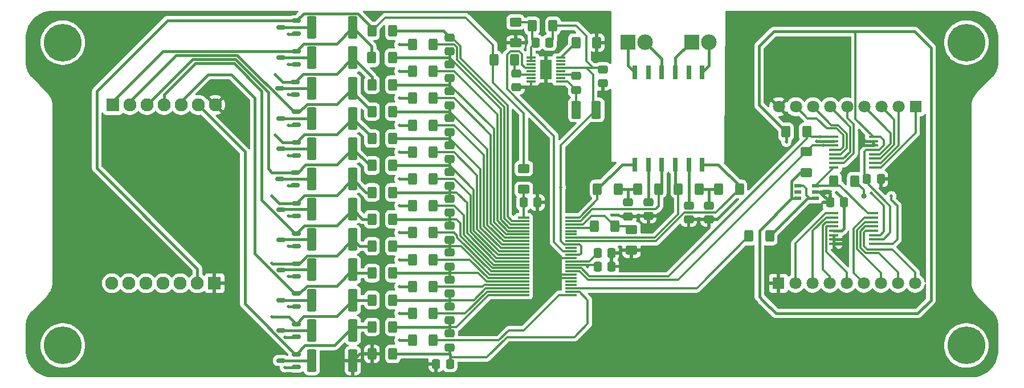
<source format=gbr>
%TF.GenerationSoftware,KiCad,Pcbnew,7.0.6*%
%TF.CreationDate,2023-08-31T22:42:43+02:00*%
%TF.ProjectId,BMS V1.0,424d5320-5631-42e3-902e-6b696361645f,rev?*%
%TF.SameCoordinates,Original*%
%TF.FileFunction,Copper,L1,Top*%
%TF.FilePolarity,Positive*%
%FSLAX46Y46*%
G04 Gerber Fmt 4.6, Leading zero omitted, Abs format (unit mm)*
G04 Created by KiCad (PCBNEW 7.0.6) date 2023-08-31 22:42:43*
%MOMM*%
%LPD*%
G01*
G04 APERTURE LIST*
G04 Aperture macros list*
%AMRoundRect*
0 Rectangle with rounded corners*
0 $1 Rounding radius*
0 $2 $3 $4 $5 $6 $7 $8 $9 X,Y pos of 4 corners*
0 Add a 4 corners polygon primitive as box body*
4,1,4,$2,$3,$4,$5,$6,$7,$8,$9,$2,$3,0*
0 Add four circle primitives for the rounded corners*
1,1,$1+$1,$2,$3*
1,1,$1+$1,$4,$5*
1,1,$1+$1,$6,$7*
1,1,$1+$1,$8,$9*
0 Add four rect primitives between the rounded corners*
20,1,$1+$1,$2,$3,$4,$5,0*
20,1,$1+$1,$4,$5,$6,$7,0*
20,1,$1+$1,$6,$7,$8,$9,0*
20,1,$1+$1,$8,$9,$2,$3,0*%
G04 Aperture macros list end*
%TA.AperFunction,ComponentPad*%
%ADD10R,2.325000X2.325000*%
%TD*%
%TA.AperFunction,ComponentPad*%
%ADD11C,2.325000*%
%TD*%
%TA.AperFunction,SMDPad,CuDef*%
%ADD12RoundRect,0.250000X-0.475000X0.337500X-0.475000X-0.337500X0.475000X-0.337500X0.475000X0.337500X0*%
%TD*%
%TA.AperFunction,SMDPad,CuDef*%
%ADD13RoundRect,0.250000X-0.400000X-0.625000X0.400000X-0.625000X0.400000X0.625000X-0.400000X0.625000X0*%
%TD*%
%TA.AperFunction,ComponentPad*%
%ADD14C,5.600000*%
%TD*%
%TA.AperFunction,SMDPad,CuDef*%
%ADD15RoundRect,0.250001X-0.462499X-1.074999X0.462499X-1.074999X0.462499X1.074999X-0.462499X1.074999X0*%
%TD*%
%TA.AperFunction,SMDPad,CuDef*%
%ADD16R,1.800000X0.300000*%
%TD*%
%TA.AperFunction,SMDPad,CuDef*%
%ADD17RoundRect,0.250000X0.400000X0.625000X-0.400000X0.625000X-0.400000X-0.625000X0.400000X-0.625000X0*%
%TD*%
%TA.AperFunction,SMDPad,CuDef*%
%ADD18RoundRect,0.249999X0.450001X1.425001X-0.450001X1.425001X-0.450001X-1.425001X0.450001X-1.425001X0*%
%TD*%
%TA.AperFunction,SMDPad,CuDef*%
%ADD19R,1.475000X0.450000*%
%TD*%
%TA.AperFunction,SMDPad,CuDef*%
%ADD20RoundRect,0.150000X0.512500X0.150000X-0.512500X0.150000X-0.512500X-0.150000X0.512500X-0.150000X0*%
%TD*%
%TA.AperFunction,SMDPad,CuDef*%
%ADD21RoundRect,0.250000X-0.337500X-0.475000X0.337500X-0.475000X0.337500X0.475000X-0.337500X0.475000X0*%
%TD*%
%TA.AperFunction,SMDPad,CuDef*%
%ADD22RoundRect,0.250000X-0.625000X0.400000X-0.625000X-0.400000X0.625000X-0.400000X0.625000X0.400000X0*%
%TD*%
%TA.AperFunction,SMDPad,CuDef*%
%ADD23RoundRect,0.250000X0.475000X-0.337500X0.475000X0.337500X-0.475000X0.337500X-0.475000X-0.337500X0*%
%TD*%
%TA.AperFunction,SMDPad,CuDef*%
%ADD24R,1.050000X0.550000*%
%TD*%
%TA.AperFunction,ComponentPad*%
%ADD25R,1.800000X1.800000*%
%TD*%
%TA.AperFunction,ComponentPad*%
%ADD26C,1.800000*%
%TD*%
%TA.AperFunction,SMDPad,CuDef*%
%ADD27RoundRect,0.250000X0.337500X0.475000X-0.337500X0.475000X-0.337500X-0.475000X0.337500X-0.475000X0*%
%TD*%
%TA.AperFunction,SMDPad,CuDef*%
%ADD28R,1.425000X0.300000*%
%TD*%
%TA.AperFunction,SMDPad,CuDef*%
%ADD29R,1.753000X2.947000*%
%TD*%
%TA.AperFunction,ComponentPad*%
%ADD30R,1.950000X1.950000*%
%TD*%
%TA.AperFunction,ComponentPad*%
%ADD31C,1.950000*%
%TD*%
%TA.AperFunction,SMDPad,CuDef*%
%ADD32R,0.800000X2.010000*%
%TD*%
%TA.AperFunction,ViaPad*%
%ADD33C,0.500000*%
%TD*%
%TA.AperFunction,ViaPad*%
%ADD34C,0.800000*%
%TD*%
%TA.AperFunction,Conductor*%
%ADD35C,0.400000*%
%TD*%
%TA.AperFunction,Conductor*%
%ADD36C,0.300000*%
%TD*%
G04 APERTURE END LIST*
D10*
%TO.P,J3,1,Pin_1*%
%TO.N,Net-(J3-Pin_1)*%
X163000000Y-68155000D03*
D11*
%TO.P,J3,2,Pin_2*%
%TO.N,Net-(J3-Pin_2)*%
X165540000Y-68155000D03*
%TD*%
D12*
%TO.P,C15,1*%
%TO.N,/C5*%
X127000000Y-95462500D03*
%TO.P,C15,2*%
%TO.N,/C4*%
X127000000Y-97537500D03*
%TD*%
D13*
%TO.P,R38,1*%
%TO.N,/Cell 10*%
X115450000Y-74500000D03*
%TO.P,R38,2*%
%TO.N,/C10*%
X118550000Y-74500000D03*
%TD*%
D14*
%TO.P,,1*%
%TO.N,N/C*%
X203750000Y-113250000D03*
%TD*%
D15*
%TO.P,L1,1,1*%
%TO.N,Net-(IC1-SW)*%
X145800500Y-78250000D03*
%TO.P,L1,2,2*%
%TO.N,+5V*%
X148775500Y-78250000D03*
%TD*%
D16*
%TO.P,IC6,1,V+*%
%TO.N,Net-(IC6-V+)*%
X137950000Y-94250000D03*
%TO.P,IC6,2,C12*%
%TO.N,/C12*%
X137950000Y-94750000D03*
%TO.P,IC6,3,S12*%
%TO.N,/S12*%
X137950000Y-95250000D03*
%TO.P,IC6,4,C11*%
%TO.N,/C11*%
X137950000Y-95750000D03*
%TO.P,IC6,5,S11*%
%TO.N,/S11*%
X137950000Y-96250000D03*
%TO.P,IC6,6,C10*%
%TO.N,/C10*%
X137950000Y-96750000D03*
%TO.P,IC6,7,S10*%
%TO.N,/S10*%
X137950000Y-97250000D03*
%TO.P,IC6,8,C9*%
%TO.N,/C9*%
X137950000Y-97750000D03*
%TO.P,IC6,9,S9*%
%TO.N,/S9*%
X137950000Y-98250000D03*
%TO.P,IC6,10,C8*%
%TO.N,/C8*%
X137950000Y-98750000D03*
%TO.P,IC6,11,S8*%
%TO.N,/S8*%
X137950000Y-99250000D03*
%TO.P,IC6,12,C7*%
%TO.N,/C7*%
X137950000Y-99750000D03*
%TO.P,IC6,13,S7*%
%TO.N,/S7*%
X137950000Y-100250000D03*
%TO.P,IC6,14,C6*%
%TO.N,/C6*%
X137950000Y-100750000D03*
%TO.P,IC6,15,S6*%
%TO.N,/S6*%
X137950000Y-101250000D03*
%TO.P,IC6,16,C5*%
%TO.N,/C5*%
X137950000Y-101750000D03*
%TO.P,IC6,17,S5*%
%TO.N,/S5*%
X137950000Y-102250000D03*
%TO.P,IC6,18,C4*%
%TO.N,/C4*%
X137950000Y-102750000D03*
%TO.P,IC6,19,S4*%
%TO.N,/S4*%
X137950000Y-103250000D03*
%TO.P,IC6,20,C3*%
%TO.N,/C3*%
X137950000Y-103750000D03*
%TO.P,IC6,21,S3*%
%TO.N,/S3*%
X137950000Y-104250000D03*
%TO.P,IC6,22,C2*%
%TO.N,/C2*%
X137950000Y-104750000D03*
%TO.P,IC6,23,S2*%
%TO.N,/S2*%
X137950000Y-105250000D03*
%TO.P,IC6,24,C1*%
%TO.N,/C1*%
X137950000Y-105750000D03*
%TO.P,IC6,25,S1*%
%TO.N,/S1*%
X145050000Y-105750000D03*
%TO.P,IC6,26,C0*%
%TO.N,/C0*%
X145050000Y-105250000D03*
%TO.P,IC6,27,GPIO1*%
%TO.N,/Therm_ADC*%
X145050000Y-104750000D03*
%TO.P,IC6,28,GPIO2*%
%TO.N,unconnected-(IC6-GPIO2-Pad28)*%
X145050000Y-104250000D03*
%TO.P,IC6,29,GPIO3*%
%TO.N,unconnected-(IC6-GPIO3-Pad29)*%
X145050000Y-103750000D03*
%TO.P,IC6,30,V-_1*%
%TO.N,-VDC*%
X145050000Y-103250000D03*
%TO.P,IC6,31,V-_2*%
X145050000Y-102750000D03*
%TO.P,IC6,32,GPIO4*%
%TO.N,/SDA*%
X145050000Y-102250000D03*
%TO.P,IC6,33,GPIO5*%
%TO.N,/SCL*%
X145050000Y-101750000D03*
%TO.P,IC6,34,VREF2*%
%TO.N,/VREF2*%
X145050000Y-101250000D03*
%TO.P,IC6,35,VREF1*%
%TO.N,Net-(IC6-VREF1)*%
X145050000Y-100750000D03*
%TO.P,IC6,36,DTEN*%
%TO.N,-VDC*%
X145050000Y-100250000D03*
%TO.P,IC6,37,VREG*%
%TO.N,+5V*%
X145050000Y-99750000D03*
%TO.P,IC6,38,DRIVE*%
%TO.N,/Enable*%
X145050000Y-99250000D03*
%TO.P,IC6,39,WDT*%
%TO.N,unconnected-(IC6-WDT-Pad39)*%
X145050000Y-98750000D03*
%TO.P,IC6,40,ISOMD*%
%TO.N,+5V*%
X145050000Y-98250000D03*
%TO.P,IC6,41,CSB_(IMA)*%
%TO.N,/IMA*%
X145050000Y-97750000D03*
%TO.P,IC6,42,SCK_(IPA)*%
%TO.N,/IPA*%
X145050000Y-97250000D03*
%TO.P,IC6,43,SDI_(NC)*%
%TO.N,unconnected-(IC6-SDI_(NC)-Pad43)*%
X145050000Y-96750000D03*
%TO.P,IC6,44,SDO_(NC)*%
%TO.N,unconnected-(IC6-SDO_(NC)-Pad44)*%
X145050000Y-96250000D03*
%TO.P,IC6,45,IBIAS*%
%TO.N,Net-(IC6-IBIAS)*%
X145050000Y-95750000D03*
%TO.P,IC6,46,ICMP*%
%TO.N,Net-(IC6-ICMP)*%
X145050000Y-95250000D03*
%TO.P,IC6,47,IMB*%
%TO.N,/IMB*%
X145050000Y-94750000D03*
%TO.P,IC6,48,IPB*%
%TO.N,/IPB*%
X145050000Y-94250000D03*
%TD*%
D13*
%TO.P,R32,1*%
%TO.N,/Cell 8*%
X115450000Y-82500000D03*
%TO.P,R32,2*%
%TO.N,/C8*%
X118550000Y-82500000D03*
%TD*%
D17*
%TO.P,R7,1*%
%TO.N,Net-(IC2--IN)*%
X174550000Y-97000000D03*
%TO.P,R7,2*%
%TO.N,/Therm_ADC*%
X171450000Y-97000000D03*
%TD*%
D13*
%TO.P,R24,1*%
%TO.N,Net-(Q4-G)*%
X121450000Y-96500000D03*
%TO.P,R24,2*%
%TO.N,/S5*%
X124550000Y-96500000D03*
%TD*%
%TO.P,R23,1*%
%TO.N,/Cell 5*%
X115450000Y-94500000D03*
%TO.P,R23,2*%
%TO.N,/C5*%
X118550000Y-94500000D03*
%TD*%
D18*
%TO.P,R46,1*%
%TO.N,-VDC*%
X112600000Y-115500000D03*
%TO.P,R46,2*%
%TO.N,Net-(Q12-D)*%
X106500000Y-115500000D03*
%TD*%
D19*
%TO.P,IC3,1,SCL*%
%TO.N,/SCL*%
X189938000Y-98150000D03*
%TO.P,IC3,2,~{RESET}*%
%TO.N,+5V*%
X189938000Y-97500000D03*
%TO.P,IC3,3,SDA*%
%TO.N,/SDA*%
X189938000Y-96850000D03*
%TO.P,IC3,4,S1*%
%TO.N,/T1*%
X189938000Y-96200000D03*
%TO.P,IC3,5,S2*%
%TO.N,/T2*%
X189938000Y-95550000D03*
%TO.P,IC3,6,S3*%
%TO.N,/T3*%
X189938000Y-94900000D03*
%TO.P,IC3,7,S4*%
%TO.N,/T4*%
X189938000Y-94250000D03*
%TO.P,IC3,8,D*%
%TO.N,Net-(IC2-+IN)*%
X189938000Y-93600000D03*
%TO.P,IC3,9,S8*%
%TO.N,/T8*%
X184062000Y-93600000D03*
%TO.P,IC3,10,S7*%
%TO.N,/T7*%
X184062000Y-94250000D03*
%TO.P,IC3,11,S6*%
%TO.N,/T6*%
X184062000Y-94900000D03*
%TO.P,IC3,12,S5*%
%TO.N,/T5*%
X184062000Y-95550000D03*
%TO.P,IC3,13,VDD*%
%TO.N,+5V*%
X184062000Y-96200000D03*
%TO.P,IC3,14,GND*%
%TO.N,-VDC*%
X184062000Y-96850000D03*
%TO.P,IC3,15,A1*%
X184062000Y-97500000D03*
%TO.P,IC3,16,A0*%
X184062000Y-98150000D03*
%TD*%
D12*
%TO.P,C18,1*%
%TO.N,/C8*%
X127000000Y-83462500D03*
%TO.P,C18,2*%
%TO.N,/C7*%
X127000000Y-85537500D03*
%TD*%
D13*
%TO.P,R12,1*%
%TO.N,Net-(Q1-G)*%
X121450000Y-108500000D03*
%TO.P,R12,2*%
%TO.N,/S2*%
X124550000Y-108500000D03*
%TD*%
D20*
%TO.P,Q11,1,G*%
%TO.N,Net-(Q11-G)*%
X104187500Y-66900000D03*
%TO.P,Q11,2,S*%
%TO.N,+BATT*%
X104187500Y-65000000D03*
%TO.P,Q11,3,D*%
%TO.N,Net-(Q11-D)*%
X101912500Y-65950000D03*
%TD*%
D14*
%TO.P,,1*%
%TO.N,N/C*%
X69500000Y-113250000D03*
%TD*%
D21*
%TO.P,C1,1*%
%TO.N,/FB*%
X139750500Y-68250000D03*
%TO.P,C1,2*%
%TO.N,+5V*%
X141825500Y-68250000D03*
%TD*%
D22*
%TO.P,R51,1*%
%TO.N,+BATT*%
X138000000Y-86950000D03*
%TO.P,R51,2*%
%TO.N,Net-(IC6-V+)*%
X138000000Y-90050000D03*
%TD*%
D23*
%TO.P,C9,1*%
%TO.N,-VDC*%
X162500000Y-94537500D03*
%TO.P,C9,2*%
%TO.N,Net-(T1-SEC1_2)*%
X162500000Y-92462500D03*
%TD*%
D12*
%TO.P,C12,1*%
%TO.N,/C2*%
X127000000Y-107462500D03*
%TO.P,C12,2*%
%TO.N,/C1*%
X127000000Y-109537500D03*
%TD*%
D13*
%TO.P,R44,1*%
%TO.N,+BATT*%
X115450000Y-66500000D03*
%TO.P,R44,2*%
%TO.N,/C12*%
X118550000Y-66500000D03*
%TD*%
D12*
%TO.P,C17,1*%
%TO.N,/C7*%
X127000000Y-87462500D03*
%TO.P,C17,2*%
%TO.N,/C6*%
X127000000Y-89537500D03*
%TD*%
D13*
%TO.P,R15,1*%
%TO.N,/Cell 1*%
X115450000Y-110500000D03*
%TO.P,R15,2*%
%TO.N,/C1*%
X118550000Y-110500000D03*
%TD*%
%TO.P,R27,1*%
%TO.N,Net-(Q5-G)*%
X121450000Y-92500000D03*
%TO.P,R27,2*%
%TO.N,/S6*%
X124550000Y-92500000D03*
%TD*%
D24*
%TO.P,IC2,1,OUT*%
%TO.N,Net-(IC2--IN)*%
X181300000Y-91400000D03*
%TO.P,IC2,2,V-*%
%TO.N,-VDC*%
X181300000Y-90450000D03*
%TO.P,IC2,3,+IN*%
%TO.N,Net-(IC2-+IN)*%
X181300000Y-89500000D03*
%TO.P,IC2,4,-IN*%
%TO.N,Net-(IC2--IN)*%
X178700000Y-89500000D03*
%TO.P,IC2,5,~{SHDN}*%
%TO.N,unconnected-(IC2-~{SHDN}-Pad5)*%
X178700000Y-90450000D03*
%TO.P,IC2,6,V+*%
%TO.N,+5V*%
X178700000Y-91400000D03*
%TD*%
D23*
%TO.P,C2,1*%
%TO.N,-VDC*%
X149750000Y-74287500D03*
%TO.P,C2,2*%
%TO.N,+5V*%
X149750000Y-72212500D03*
%TD*%
D13*
%TO.P,R49,1*%
%TO.N,Net-(IC6-IBIAS)*%
X148450000Y-95500000D03*
%TO.P,R49,2*%
%TO.N,Net-(IC6-ICMP)*%
X151550000Y-95500000D03*
%TD*%
D12*
%TO.P,C23,1*%
%TO.N,/C1*%
X127000000Y-111462500D03*
%TO.P,C23,2*%
%TO.N,/C0*%
X127000000Y-113537500D03*
%TD*%
D17*
%TO.P,R52,1*%
%TO.N,/VREF2*%
X187183538Y-88818599D03*
%TO.P,R52,2*%
%TO.N,Net-(IC2-+IN)*%
X184083538Y-88818599D03*
%TD*%
D18*
%TO.P,R43,1*%
%TO.N,/Cell 11*%
X112600000Y-66000000D03*
%TO.P,R43,2*%
%TO.N,Net-(Q11-D)*%
X106500000Y-66000000D03*
%TD*%
D21*
%TO.P,C25,1*%
%TO.N,Net-(IC6-V+)*%
X137962500Y-92000000D03*
%TO.P,C25,2*%
%TO.N,-VDC*%
X140037500Y-92000000D03*
%TD*%
D18*
%TO.P,R19,1*%
%TO.N,/Cell 3*%
X112600000Y-102000000D03*
%TO.P,R19,2*%
%TO.N,Net-(Q3-D)*%
X106500000Y-102000000D03*
%TD*%
%TO.P,R31,1*%
%TO.N,/Cell 7*%
X112600000Y-84000000D03*
%TO.P,R31,2*%
%TO.N,Net-(Q7-D)*%
X106500000Y-84000000D03*
%TD*%
D13*
%TO.P,R3,1*%
%TO.N,Net-(IC1-RT)*%
X145738000Y-68250000D03*
%TO.P,R3,2*%
%TO.N,-VDC*%
X148838000Y-68250000D03*
%TD*%
D21*
%TO.P,C11,1*%
%TO.N,Net-(IC6-VREF1)*%
X148962500Y-99500000D03*
%TO.P,C11,2*%
%TO.N,-VDC*%
X151037500Y-99500000D03*
%TD*%
D12*
%TO.P,C13,1*%
%TO.N,/C3*%
X127000000Y-103462500D03*
%TO.P,C13,2*%
%TO.N,/C2*%
X127000000Y-105537500D03*
%TD*%
D13*
%TO.P,R30,1*%
%TO.N,Net-(Q6-G)*%
X121450000Y-88500000D03*
%TO.P,R30,2*%
%TO.N,/S7*%
X124550000Y-88500000D03*
%TD*%
D25*
%TO.P,J5,1,Pin_1*%
%TO.N,/T16*%
X196200000Y-77775000D03*
D26*
%TO.P,J5,2,Pin_2*%
%TO.N,/T15*%
X193660000Y-77775000D03*
%TO.P,J5,3,Pin_3*%
%TO.N,/T14*%
X191120000Y-77775000D03*
%TO.P,J5,4,Pin_4*%
%TO.N,/T13*%
X188580000Y-77775000D03*
%TO.P,J5,5,Pin_5*%
%TO.N,/T12*%
X186040000Y-77775000D03*
%TO.P,J5,6,Pin_6*%
%TO.N,/T11*%
X183500000Y-77775000D03*
%TO.P,J5,7,Pin_7*%
%TO.N,/T10*%
X180960000Y-77775000D03*
%TO.P,J5,8,Pin_8*%
%TO.N,/T9*%
X178420000Y-77775000D03*
%TO.P,J5,9,Pin_9*%
%TO.N,-VDC*%
X175880000Y-77775000D03*
%TD*%
D18*
%TO.P,R22,1*%
%TO.N,/Cell 4*%
X112600000Y-97500000D03*
%TO.P,R22,2*%
%TO.N,Net-(Q4-D)*%
X106500000Y-97500000D03*
%TD*%
D17*
%TO.P,R11,1*%
%TO.N,Net-(C8-Pad2)*%
X164050000Y-90000000D03*
%TO.P,R11,2*%
%TO.N,/IPA*%
X160950000Y-90000000D03*
%TD*%
D12*
%TO.P,C22,1*%
%TO.N,/C12*%
X127000000Y-67462500D03*
%TO.P,C22,2*%
%TO.N,/C11*%
X127000000Y-69537500D03*
%TD*%
D13*
%TO.P,R42,1*%
%TO.N,Net-(Q10-G)*%
X121450000Y-72500000D03*
%TO.P,R42,2*%
%TO.N,/S11*%
X124550000Y-72500000D03*
%TD*%
D21*
%TO.P,C10,1*%
%TO.N,/VREF2*%
X148962500Y-101500000D03*
%TO.P,C10,2*%
%TO.N,-VDC*%
X151037500Y-101500000D03*
%TD*%
D13*
%TO.P,R48,1*%
%TO.N,Net-(Q12-G)*%
X121450000Y-112500000D03*
%TO.P,R48,2*%
%TO.N,/S1*%
X124550000Y-112500000D03*
%TD*%
D27*
%TO.P,C24,1*%
%TO.N,/C0*%
X127037500Y-116000000D03*
%TO.P,C24,2*%
%TO.N,-VDC*%
X124962500Y-116000000D03*
%TD*%
D12*
%TO.P,C14,1*%
%TO.N,/C4*%
X127000000Y-99462500D03*
%TO.P,C14,2*%
%TO.N,/C3*%
X127000000Y-101537500D03*
%TD*%
D20*
%TO.P,Q6,1,G*%
%TO.N,Net-(Q6-G)*%
X104050000Y-89450000D03*
%TO.P,Q6,2,S*%
%TO.N,/Cell 7*%
X104050000Y-87550000D03*
%TO.P,Q6,3,D*%
%TO.N,Net-(Q6-D)*%
X101775000Y-88500000D03*
%TD*%
D17*
%TO.P,R10,1*%
%TO.N,/IMA*%
X170050000Y-90000000D03*
%TO.P,R10,2*%
%TO.N,Net-(C8-Pad2)*%
X166950000Y-90000000D03*
%TD*%
D13*
%TO.P,R29,1*%
%TO.N,/Cell 7*%
X115450000Y-86500000D03*
%TO.P,R29,2*%
%TO.N,/C7*%
X118550000Y-86500000D03*
%TD*%
D20*
%TO.P,Q9,1,G*%
%TO.N,Net-(Q9-G)*%
X104050000Y-76000000D03*
%TO.P,Q9,2,S*%
%TO.N,/Cell 10*%
X104050000Y-74100000D03*
%TO.P,Q9,3,D*%
%TO.N,Net-(Q9-D)*%
X101775000Y-75050000D03*
%TD*%
D13*
%TO.P,R26,1*%
%TO.N,/Cell 6*%
X115450000Y-90500000D03*
%TO.P,R26,2*%
%TO.N,/C6*%
X118550000Y-90500000D03*
%TD*%
D20*
%TO.P,Q4,1,G*%
%TO.N,Net-(Q4-G)*%
X104187500Y-98500000D03*
%TO.P,Q4,2,S*%
%TO.N,/Cell 5*%
X104187500Y-96600000D03*
%TO.P,Q4,3,D*%
%TO.N,Net-(Q4-D)*%
X101912500Y-97550000D03*
%TD*%
%TO.P,Q3,1,G*%
%TO.N,Net-(Q3-G)*%
X104187500Y-103000000D03*
%TO.P,Q3,2,S*%
%TO.N,/Cell 4*%
X104187500Y-101100000D03*
%TO.P,Q3,3,D*%
%TO.N,Net-(Q3-D)*%
X101912500Y-102050000D03*
%TD*%
D18*
%TO.P,R28,1*%
%TO.N,/Cell 6*%
X112550000Y-88500000D03*
%TO.P,R28,2*%
%TO.N,Net-(Q6-D)*%
X106450000Y-88500000D03*
%TD*%
D13*
%TO.P,R17,1*%
%TO.N,/Cell 3*%
X115450000Y-102500000D03*
%TO.P,R17,2*%
%TO.N,/C3*%
X118550000Y-102500000D03*
%TD*%
%TO.P,R4,1*%
%TO.N,+BATT*%
X133562465Y-70768955D03*
%TO.P,R4,2*%
%TO.N,Net-(IC1-VIN)*%
X136662465Y-70768955D03*
%TD*%
D28*
%TO.P,IC1,1,FB_1*%
%TO.N,/FB*%
X139076000Y-70500000D03*
%TO.P,IC1,2,FB_2*%
X139076000Y-71000000D03*
%TO.P,IC1,3,NC_1*%
%TO.N,unconnected-(IC1-NC_1-Pad3)*%
X139076000Y-71500000D03*
%TO.P,IC1,4,EN/UVLO*%
%TO.N,/Enable*%
X139076000Y-72000000D03*
%TO.P,IC1,5,NC_2*%
%TO.N,unconnected-(IC1-NC_2-Pad5)*%
X139076000Y-72500000D03*
%TO.P,IC1,6,VIN*%
%TO.N,Net-(IC1-VIN)*%
X139076000Y-73000000D03*
%TO.P,IC1,7,NC_3*%
%TO.N,unconnected-(IC1-NC_3-Pad7)*%
X139076000Y-73500000D03*
%TO.P,IC1,8,GND_1*%
%TO.N,-VDC*%
X139076000Y-74000000D03*
%TO.P,IC1,9,SW*%
%TO.N,Net-(IC1-SW)*%
X143500000Y-74000000D03*
%TO.P,IC1,10,NC_4*%
%TO.N,unconnected-(IC1-NC_4-Pad10)*%
X143500000Y-73500000D03*
%TO.P,IC1,11,BOOST*%
%TO.N,Net-(IC1-BOOST)*%
X143500000Y-73000000D03*
%TO.P,IC1,12,NC_5*%
%TO.N,unconnected-(IC1-NC_5-Pad12)*%
X143500000Y-72500000D03*
%TO.P,IC1,13,BD*%
%TO.N,+5V*%
X143500000Y-72000000D03*
%TO.P,IC1,14,PG*%
%TO.N,unconnected-(IC1-PG-Pad14)*%
X143500000Y-71500000D03*
%TO.P,IC1,15,NC_6*%
%TO.N,unconnected-(IC1-NC_6-Pad15)*%
X143500000Y-71000000D03*
%TO.P,IC1,16,RT*%
%TO.N,Net-(IC1-RT)*%
X143500000Y-70500000D03*
D29*
%TO.P,IC1,17,GND_2*%
%TO.N,-VDC*%
X141288000Y-72250000D03*
%TD*%
D13*
%TO.P,R8,1*%
%TO.N,/IPB*%
X148950000Y-90000000D03*
%TO.P,R8,2*%
%TO.N,Net-(C6-Pad2)*%
X152050000Y-90000000D03*
%TD*%
%TO.P,R39,1*%
%TO.N,Net-(Q9-G)*%
X121450000Y-76500000D03*
%TO.P,R39,2*%
%TO.N,/S10*%
X124550000Y-76500000D03*
%TD*%
D25*
%TO.P,J4,1,Pin_1*%
%TO.N,-VDC*%
X175840000Y-104000000D03*
D26*
%TO.P,J4,2,Pin_2*%
%TO.N,/T8*%
X178380000Y-104000000D03*
%TO.P,J4,3,Pin_3*%
%TO.N,/T7*%
X180920000Y-104000000D03*
%TO.P,J4,4,Pin_4*%
%TO.N,/T6*%
X183460000Y-104000000D03*
%TO.P,J4,5,Pin_5*%
%TO.N,/T5*%
X186000000Y-104000000D03*
%TO.P,J4,6,Pin_6*%
%TO.N,/T4*%
X188540000Y-104000000D03*
%TO.P,J4,7,Pin_7*%
%TO.N,/T3*%
X191080000Y-104000000D03*
%TO.P,J4,8,Pin_8*%
%TO.N,/T2*%
X193620000Y-104000000D03*
%TO.P,J4,9,Pin_9*%
%TO.N,/T1*%
X196160000Y-104000000D03*
%TD*%
D30*
%TO.P,J6,1,Pin_1*%
%TO.N,/Cell 11*%
X76930000Y-77500000D03*
D31*
%TO.P,J6,2,Pin_2*%
%TO.N,/Cell 9*%
X79470000Y-77500000D03*
%TO.P,J6,3,Pin_3*%
%TO.N,/Cell 7*%
X82010000Y-77500000D03*
%TO.P,J6,4,Pin_4*%
%TO.N,/Cell 5*%
X84550000Y-77500000D03*
%TO.P,J6,5,Pin_5*%
%TO.N,/Cell 3*%
X87090000Y-77500000D03*
%TO.P,J6,6,Pin_6*%
%TO.N,/Cell 1*%
X89630000Y-77500000D03*
%TO.P,J6,7,Pin_7*%
%TO.N,-VDC*%
X92170000Y-77500000D03*
%TD*%
D32*
%TO.P,T1,1,PRI1_1*%
%TO.N,Net-(J3-Pin_2)*%
X164500000Y-72655000D03*
%TO.P,T1,2,PRI1_2*%
%TO.N,unconnected-(T1-PRI1_2-Pad2)*%
X162500000Y-72655000D03*
%TO.P,T1,3,PRI1_3*%
%TO.N,Net-(J3-Pin_1)*%
X160500000Y-72655000D03*
%TO.P,T1,4,PRI2_1*%
%TO.N,Net-(J1-Pin_2)*%
X158500000Y-72655000D03*
%TO.P,T1,5,PRI2_2*%
%TO.N,unconnected-(T1-PRI2_2-Pad5)*%
X156500000Y-72655000D03*
%TO.P,T1,6,PRI2_3*%
%TO.N,Net-(J1-Pin_1)*%
X154500000Y-72655000D03*
%TO.P,T1,7,SEC2_1*%
%TO.N,/IPB*%
X154500000Y-86345000D03*
%TO.P,T1,8,SEC2_2*%
%TO.N,Net-(T1-SEC2_2)*%
X156500000Y-86345000D03*
%TO.P,T1,9,SEC2_3*%
%TO.N,/IMB*%
X158500000Y-86345000D03*
%TO.P,T1,10,SEC1_1*%
%TO.N,/IPA*%
X160500000Y-86345000D03*
%TO.P,T1,11,SEC1_2*%
%TO.N,Net-(T1-SEC1_2)*%
X162500000Y-86345000D03*
%TO.P,T1,12,SEC1_3*%
%TO.N,/IMA*%
X164500000Y-86345000D03*
%TD*%
D12*
%TO.P,C20,1*%
%TO.N,/C10*%
X127000000Y-75462500D03*
%TO.P,C20,2*%
%TO.N,/C9*%
X127000000Y-77537500D03*
%TD*%
D27*
%TO.P,C26,1*%
%TO.N,+5V*%
X185575000Y-92000000D03*
%TO.P,C26,2*%
%TO.N,-VDC*%
X183500000Y-92000000D03*
%TD*%
D18*
%TO.P,R25,1*%
%TO.N,/Cell 5*%
X112550000Y-93000000D03*
%TO.P,R25,2*%
%TO.N,Net-(Q5-D)*%
X106450000Y-93000000D03*
%TD*%
D23*
%TO.P,C7,1*%
%TO.N,-VDC*%
X156500000Y-94037500D03*
%TO.P,C7,2*%
%TO.N,Net-(T1-SEC2_2)*%
X156500000Y-91962500D03*
%TD*%
D10*
%TO.P,J1,1,Pin_1*%
%TO.N,Net-(J1-Pin_1)*%
X153460000Y-68155000D03*
D11*
%TO.P,J1,2,Pin_2*%
%TO.N,Net-(J1-Pin_2)*%
X156000000Y-68155000D03*
%TD*%
D23*
%TO.P,C6,1*%
%TO.N,-VDC*%
X153500000Y-94075000D03*
%TO.P,C6,2*%
%TO.N,Net-(C6-Pad2)*%
X153500000Y-92000000D03*
%TD*%
D14*
%TO.P,,1*%
%TO.N,N/C*%
X203750000Y-68250000D03*
%TD*%
D18*
%TO.P,R14,1*%
%TO.N,/Cell 1*%
X112600000Y-111000000D03*
%TO.P,R14,2*%
%TO.N,Net-(Q1-D)*%
X106500000Y-111000000D03*
%TD*%
D13*
%TO.P,R41,1*%
%TO.N,/Cell 11*%
X115400000Y-70500000D03*
%TO.P,R41,2*%
%TO.N,/C11*%
X118500000Y-70500000D03*
%TD*%
%TO.P,R20,1*%
%TO.N,/Cell 4*%
X115450000Y-98500000D03*
%TO.P,R20,2*%
%TO.N,/C4*%
X118550000Y-98500000D03*
%TD*%
%TO.P,R36,1*%
%TO.N,Net-(Q8-G)*%
X121450000Y-80500000D03*
%TO.P,R36,2*%
%TO.N,/S9*%
X124550000Y-80500000D03*
%TD*%
%TO.P,R33,1*%
%TO.N,Net-(Q7-G)*%
X121450000Y-84500000D03*
%TO.P,R33,2*%
%TO.N,/S8*%
X124550000Y-84500000D03*
%TD*%
%TO.P,R35,1*%
%TO.N,/Cell 9*%
X115450000Y-78500000D03*
%TO.P,R35,2*%
%TO.N,/C9*%
X118550000Y-78500000D03*
%TD*%
D18*
%TO.P,R37,1*%
%TO.N,/Cell 9*%
X112600000Y-75000000D03*
%TO.P,R37,2*%
%TO.N,Net-(Q9-D)*%
X106500000Y-75000000D03*
%TD*%
%TO.P,R16,1*%
%TO.N,/Cell 2*%
X112600000Y-106500000D03*
%TO.P,R16,2*%
%TO.N,Net-(Q2-D)*%
X106500000Y-106500000D03*
%TD*%
D13*
%TO.P,R13,1*%
%TO.N,/Cell 2*%
X115450000Y-106500000D03*
%TO.P,R13,2*%
%TO.N,/C2*%
X118550000Y-106500000D03*
%TD*%
%TO.P,R45,1*%
%TO.N,Net-(Q11-G)*%
X121450000Y-68500000D03*
%TO.P,R45,2*%
%TO.N,/S12*%
X124550000Y-68500000D03*
%TD*%
D20*
%TO.P,Q2,1,G*%
%TO.N,Net-(Q2-G)*%
X104187500Y-107450000D03*
%TO.P,Q2,2,S*%
%TO.N,/Cell 3*%
X104187500Y-105550000D03*
%TO.P,Q2,3,D*%
%TO.N,Net-(Q2-D)*%
X101912500Y-106500000D03*
%TD*%
%TO.P,Q12,1,G*%
%TO.N,Net-(Q12-G)*%
X104187500Y-116450000D03*
%TO.P,Q12,2,S*%
%TO.N,/Cell 1*%
X104187500Y-114550000D03*
%TO.P,Q12,3,D*%
%TO.N,Net-(Q12-D)*%
X101912500Y-115500000D03*
%TD*%
D22*
%TO.P,R50,1*%
%TO.N,Net-(IC6-ICMP)*%
X154000000Y-96000000D03*
%TO.P,R50,2*%
%TO.N,-VDC*%
X154000000Y-99100000D03*
%TD*%
%TO.P,R1,1*%
%TO.N,/FB*%
X136788000Y-65200000D03*
%TO.P,R1,2*%
%TO.N,-VDC*%
X136788000Y-68300000D03*
%TD*%
D18*
%TO.P,R40,1*%
%TO.N,/Cell 10*%
X112600000Y-70500000D03*
%TO.P,R40,2*%
%TO.N,Net-(Q10-D)*%
X106500000Y-70500000D03*
%TD*%
D13*
%TO.P,R21,1*%
%TO.N,Net-(Q3-G)*%
X121450000Y-100500000D03*
%TO.P,R21,2*%
%TO.N,/S4*%
X124550000Y-100500000D03*
%TD*%
D14*
%TO.P,REF\u002A\u002A,1*%
%TO.N,N/C*%
X69500000Y-68250000D03*
%TD*%
D13*
%TO.P,R18,1*%
%TO.N,Net-(Q2-G)*%
X121450000Y-104500000D03*
%TO.P,R18,2*%
%TO.N,/S3*%
X124550000Y-104500000D03*
%TD*%
D12*
%TO.P,C21,1*%
%TO.N,/C11*%
X127000000Y-71462500D03*
%TO.P,C21,2*%
%TO.N,/C10*%
X127000000Y-73537500D03*
%TD*%
D20*
%TO.P,Q5,1,G*%
%TO.N,Net-(Q5-G)*%
X104187500Y-94000000D03*
%TO.P,Q5,2,S*%
%TO.N,/Cell 6*%
X104187500Y-92100000D03*
%TO.P,Q5,3,D*%
%TO.N,Net-(Q5-D)*%
X101912500Y-93050000D03*
%TD*%
D21*
%TO.P,C5,1*%
%TO.N,+5V*%
X188962500Y-88500000D03*
%TO.P,C5,2*%
%TO.N,-VDC*%
X191037500Y-88500000D03*
%TD*%
D30*
%TO.P,J2,1,Pin_1*%
%TO.N,-VDC*%
X92050000Y-104000000D03*
D31*
%TO.P,J2,2,Pin_2*%
%TO.N,+BATT*%
X89510000Y-104000000D03*
%TO.P,J2,3,Pin_3*%
%TO.N,/Cell 10*%
X86970000Y-104000000D03*
%TO.P,J2,4,Pin_4*%
%TO.N,/Cell 8*%
X84430000Y-104000000D03*
%TO.P,J2,5,Pin_5*%
%TO.N,/Cell 6*%
X81890000Y-104000000D03*
%TO.P,J2,6,Pin_6*%
%TO.N,/Cell 4*%
X79350000Y-104000000D03*
%TO.P,J2,7,Pin_7*%
%TO.N,/Cell 2*%
X76810000Y-104000000D03*
%TD*%
D18*
%TO.P,R34,1*%
%TO.N,/Cell 8*%
X112600000Y-79500000D03*
%TO.P,R34,2*%
%TO.N,Net-(Q8-D)*%
X106500000Y-79500000D03*
%TD*%
D20*
%TO.P,Q7,1,G*%
%TO.N,Net-(Q7-G)*%
X104187500Y-85000000D03*
%TO.P,Q7,2,S*%
%TO.N,/Cell 8*%
X104187500Y-83100000D03*
%TO.P,Q7,3,D*%
%TO.N,Net-(Q7-D)*%
X101912500Y-84050000D03*
%TD*%
D23*
%TO.P,C8,1*%
%TO.N,-VDC*%
X165500000Y-94537500D03*
%TO.P,C8,2*%
%TO.N,Net-(C8-Pad2)*%
X165500000Y-92462500D03*
%TD*%
D13*
%TO.P,R6,1*%
%TO.N,+5V*%
X176950000Y-81500000D03*
%TO.P,R6,2*%
%TO.N,/SCL*%
X180050000Y-81500000D03*
%TD*%
D20*
%TO.P,Q10,1,G*%
%TO.N,Net-(Q10-G)*%
X104187500Y-71450000D03*
%TO.P,Q10,2,S*%
%TO.N,/Cell 11*%
X104187500Y-69550000D03*
%TO.P,Q10,3,D*%
%TO.N,Net-(Q10-D)*%
X101912500Y-70500000D03*
%TD*%
%TO.P,Q1,1,G*%
%TO.N,Net-(Q1-G)*%
X104187500Y-111950000D03*
%TO.P,Q1,2,S*%
%TO.N,/Cell 2*%
X104187500Y-110050000D03*
%TO.P,Q1,3,D*%
%TO.N,Net-(Q1-D)*%
X101912500Y-111000000D03*
%TD*%
D19*
%TO.P,IC4,1,SCL*%
%TO.N,/SCL*%
X184062000Y-82225000D03*
%TO.P,IC4,2,~{RESET}*%
%TO.N,+5V*%
X184062000Y-82875000D03*
%TO.P,IC4,3,SDA*%
%TO.N,/SDA*%
X184062000Y-83525000D03*
%TO.P,IC4,4,S1*%
%TO.N,/T9*%
X184062000Y-84175000D03*
%TO.P,IC4,5,S2*%
%TO.N,/T10*%
X184062000Y-84825000D03*
%TO.P,IC4,6,S3*%
%TO.N,/T11*%
X184062000Y-85475000D03*
%TO.P,IC4,7,S4*%
%TO.N,/T12*%
X184062000Y-86125000D03*
%TO.P,IC4,8,D*%
%TO.N,Net-(IC2-+IN)*%
X184062000Y-86775000D03*
%TO.P,IC4,9,S8*%
%TO.N,/T16*%
X189938000Y-86775000D03*
%TO.P,IC4,10,S7*%
%TO.N,/T15*%
X189938000Y-86125000D03*
%TO.P,IC4,11,S6*%
%TO.N,/T14*%
X189938000Y-85475000D03*
%TO.P,IC4,12,S5*%
%TO.N,/T13*%
X189938000Y-84825000D03*
%TO.P,IC4,13,VDD*%
%TO.N,+5V*%
X189938000Y-84175000D03*
%TO.P,IC4,14,GND*%
%TO.N,-VDC*%
X189938000Y-83525000D03*
%TO.P,IC4,15,A1*%
X189938000Y-82875000D03*
%TO.P,IC4,16,A0*%
%TO.N,+5V*%
X189938000Y-82225000D03*
%TD*%
D23*
%TO.P,C4,1*%
%TO.N,-VDC*%
X136911722Y-74877204D03*
%TO.P,C4,2*%
%TO.N,Net-(IC1-VIN)*%
X136911722Y-72802204D03*
%TD*%
D13*
%TO.P,R47,1*%
%TO.N,-VDC*%
X115450000Y-114500000D03*
%TO.P,R47,2*%
%TO.N,/C0*%
X118550000Y-114500000D03*
%TD*%
D12*
%TO.P,C16,1*%
%TO.N,/C6*%
X127000000Y-91462500D03*
%TO.P,C16,2*%
%TO.N,/C5*%
X127000000Y-93537500D03*
%TD*%
%TO.P,C19,1*%
%TO.N,/C9*%
X127000000Y-79462500D03*
%TO.P,C19,2*%
%TO.N,/C8*%
X127000000Y-81537500D03*
%TD*%
D20*
%TO.P,Q8,1,G*%
%TO.N,Net-(Q8-G)*%
X104187500Y-80450000D03*
%TO.P,Q8,2,S*%
%TO.N,/Cell 9*%
X104187500Y-78550000D03*
%TO.P,Q8,3,D*%
%TO.N,Net-(Q8-D)*%
X101912500Y-79500000D03*
%TD*%
D23*
%TO.P,C3,1*%
%TO.N,Net-(IC1-SW)*%
X145788000Y-75287500D03*
%TO.P,C3,2*%
%TO.N,Net-(IC1-BOOST)*%
X145788000Y-73212500D03*
%TD*%
D17*
%TO.P,R2,1*%
%TO.N,+5V*%
X142338000Y-65750000D03*
%TO.P,R2,2*%
%TO.N,/FB*%
X139238000Y-65750000D03*
%TD*%
D22*
%TO.P,R5,1*%
%TO.N,/SDA*%
X180000000Y-84450000D03*
%TO.P,R5,2*%
%TO.N,+5V*%
X180000000Y-87550000D03*
%TD*%
D13*
%TO.P,R9,1*%
%TO.N,Net-(C6-Pad2)*%
X154950000Y-90000000D03*
%TO.P,R9,2*%
%TO.N,/IMB*%
X158050000Y-90000000D03*
%TD*%
D33*
%TO.N,-VDC*%
X133750000Y-65000000D03*
%TO.N,+5V*%
X173500000Y-106500000D03*
X143500000Y-89750000D03*
X181500000Y-82925500D03*
X177000000Y-83000000D03*
X184500000Y-90500000D03*
%TO.N,-VDC*%
X149500000Y-82500000D03*
X159500000Y-99500000D03*
X140000000Y-76500000D03*
X187844425Y-81312811D03*
X178000000Y-74500000D03*
X185500000Y-100000000D03*
X176500000Y-99500000D03*
X138000000Y-108000000D03*
X157000000Y-95500000D03*
X195000000Y-88500000D03*
X167500000Y-106500000D03*
%TO.N,/VREF2*%
X147500000Y-101500000D03*
D34*
X188500000Y-91000000D03*
D33*
%TO.N,/SCL*%
X182000000Y-82225000D03*
X192602012Y-91057008D03*
%TO.N,/SDA*%
X189635627Y-90635627D03*
X182500000Y-83525000D03*
%TO.N,/Cell 10*%
X101050000Y-73000000D03*
%TO.N,/Cell 8*%
X101050000Y-82000000D03*
%TO.N,/Cell 6*%
X100550000Y-91000000D03*
%TO.N,/Cell 4*%
X100550000Y-101000000D03*
%TO.N,/Cell 2*%
X100550000Y-109000000D03*
%TO.N,Net-(Q1-G)*%
X119500000Y-108500000D03*
X102500000Y-112000000D03*
%TO.N,Net-(Q2-G)*%
X119500000Y-104500000D03*
X103000000Y-107500000D03*
%TO.N,Net-(Q3-G)*%
X103000000Y-103000000D03*
X119500000Y-100500000D03*
%TO.N,Net-(Q4-G)*%
X119500000Y-96500000D03*
X103000000Y-98500000D03*
%TO.N,Net-(Q5-G)*%
X103000000Y-94000000D03*
X119500000Y-92500000D03*
%TO.N,Net-(Q6-G)*%
X119500000Y-88500000D03*
X103000000Y-89500000D03*
%TO.N,Net-(Q7-G)*%
X103000000Y-85000000D03*
X119500000Y-84500000D03*
%TO.N,Net-(Q8-G)*%
X103000000Y-80500000D03*
X119500000Y-80500000D03*
%TO.N,Net-(Q9-G)*%
X119500000Y-76500000D03*
X103000000Y-76000000D03*
%TO.N,Net-(Q10-G)*%
X103000000Y-71500000D03*
X119500000Y-72500000D03*
%TO.N,Net-(Q11-G)*%
X119500000Y-68500000D03*
X103000000Y-67000000D03*
%TO.N,Net-(Q12-G)*%
X119500000Y-112500000D03*
X102500000Y-116500000D03*
%TD*%
D35*
%TO.N,-VDC*%
X149750000Y-74287500D02*
X149750000Y-76000000D01*
D36*
%TO.N,+5V*%
X149537500Y-72000000D02*
X149750000Y-72212500D01*
X148288000Y-72000000D02*
X149537500Y-72000000D01*
D35*
X173500000Y-106500000D02*
X173000000Y-106000000D01*
X175500000Y-108500000D02*
X173500000Y-106500000D01*
D36*
X143500000Y-83525500D02*
X143500000Y-89750000D01*
X143500000Y-97750000D02*
X143500000Y-89750000D01*
X148775500Y-78250000D02*
X143500000Y-83525500D01*
D35*
X172950000Y-77500000D02*
X176950000Y-81500000D01*
X175157500Y-66592500D02*
X172950000Y-68800000D01*
X172950000Y-68800000D02*
X172950000Y-77500000D01*
X187000000Y-66592500D02*
X175157500Y-66592500D01*
D36*
%TO.N,/FB*%
X136788000Y-65200000D02*
X138688000Y-65200000D01*
X138688000Y-65200000D02*
X139238000Y-65750000D01*
X139750500Y-68250000D02*
X139250500Y-68750000D01*
X139750500Y-68250000D02*
X139076000Y-68924500D01*
X139238000Y-67737500D02*
X139750500Y-68250000D01*
X139238000Y-65750000D02*
X139238000Y-67737500D01*
X139076000Y-68924500D02*
X139076000Y-71000000D01*
%TO.N,+5V*%
X148775500Y-78250000D02*
X148288000Y-77762500D01*
X146500000Y-99550000D02*
X146500000Y-98450000D01*
X187301282Y-66893782D02*
X187301282Y-79588282D01*
X142338000Y-65750000D02*
X142338000Y-67737500D01*
X148288000Y-73000000D02*
X147288000Y-72000000D01*
X145050000Y-98250000D02*
X144000000Y-98250000D01*
D35*
X179050000Y-87550000D02*
X177775000Y-88825000D01*
D36*
X191462500Y-97500000D02*
X192462500Y-96500000D01*
D35*
X187000000Y-66592500D02*
X196092500Y-66592500D01*
D36*
X146500000Y-98450000D02*
X146300000Y-98250000D01*
X147288000Y-71000000D02*
X148288000Y-72000000D01*
X142338000Y-65750000D02*
X145788000Y-65750000D01*
D35*
X177000000Y-83000000D02*
X177000000Y-81550000D01*
X196092500Y-66592500D02*
X198500000Y-69000000D01*
D36*
X146300000Y-98250000D02*
X145050000Y-98250000D01*
X190950500Y-82225000D02*
X189938000Y-82225000D01*
X188600000Y-88661951D02*
X192462500Y-92524451D01*
X142338000Y-67737500D02*
X141825500Y-68250000D01*
D35*
X184062000Y-82875000D02*
X181550500Y-82875000D01*
D36*
X189938000Y-84175000D02*
X188900500Y-84175000D01*
D35*
X185575000Y-95824500D02*
X185575000Y-92000000D01*
X180000000Y-87550000D02*
X179050000Y-87550000D01*
X177775000Y-91400000D02*
X178700000Y-91400000D01*
D36*
X187000000Y-66592500D02*
X187301282Y-66893782D01*
D35*
X184062000Y-96200000D02*
X185199500Y-96200000D01*
D36*
X191500000Y-82774500D02*
X190950500Y-82225000D01*
X146300000Y-99750000D02*
X146500000Y-99550000D01*
D35*
X185575000Y-92000000D02*
X185575000Y-91575000D01*
D36*
X145050000Y-99750000D02*
X146300000Y-99750000D01*
D35*
X196500000Y-108500000D02*
X175500000Y-108500000D01*
X177775000Y-91275000D02*
X177900000Y-91400000D01*
X198500000Y-69000000D02*
X198500000Y-106500000D01*
D36*
X144000000Y-98250000D02*
X143500000Y-97750000D01*
X147288000Y-67250000D02*
X147288000Y-71000000D01*
X188900500Y-84175000D02*
X188600000Y-84475500D01*
X189938000Y-97500000D02*
X191462500Y-97500000D01*
X191500000Y-83500000D02*
X191500000Y-82774500D01*
X148288000Y-77762500D02*
X148288000Y-73000000D01*
X189938000Y-84175000D02*
X190825000Y-84175000D01*
D35*
X173000000Y-96175000D02*
X177775000Y-91400000D01*
X177900000Y-91400000D02*
X178700000Y-91400000D01*
D36*
X145788000Y-65750000D02*
X147288000Y-67250000D01*
X190825000Y-84175000D02*
X191500000Y-83500000D01*
D35*
X177000000Y-81550000D02*
X176950000Y-81500000D01*
X173000000Y-106000000D02*
X173000000Y-96175000D01*
X198500000Y-106500000D02*
X196500000Y-108500000D01*
D36*
X188600000Y-84475500D02*
X188600000Y-88661951D01*
X187301282Y-79588282D02*
X189938000Y-82225000D01*
X192462500Y-92524451D02*
X192462500Y-96500000D01*
D35*
X181550500Y-82875000D02*
X181500000Y-82925500D01*
X177775000Y-88825000D02*
X177775000Y-91275000D01*
D36*
X143500000Y-72000000D02*
X148288000Y-72000000D01*
D35*
X185575000Y-91575000D02*
X184500000Y-90500000D01*
X185199500Y-96200000D02*
X185575000Y-95824500D01*
D36*
%TO.N,Net-(IC1-SW)*%
X144500500Y-74000000D02*
X145788000Y-75287500D01*
X143500000Y-74000000D02*
X144500500Y-74000000D01*
X145788000Y-78237500D02*
X145800500Y-78250000D01*
X145788000Y-75287500D02*
X145788000Y-78237500D01*
%TO.N,Net-(IC1-BOOST)*%
X143500000Y-73000000D02*
X145575500Y-73000000D01*
X145575500Y-73000000D02*
X145788000Y-73212500D01*
%TO.N,Net-(IC1-VIN)*%
X136662465Y-70768955D02*
X136662465Y-72552947D01*
X136662465Y-72552947D02*
X136911722Y-72802204D01*
X137000500Y-73000000D02*
X139076000Y-73000000D01*
%TO.N,-VDC*%
X145050000Y-100250000D02*
X142750000Y-100250000D01*
D35*
X187844425Y-83344425D02*
X187844425Y-81312811D01*
X189938000Y-82875000D02*
X189938000Y-83525000D01*
X188025000Y-83525000D02*
X187844425Y-83344425D01*
X189938000Y-83525000D02*
X188025000Y-83525000D01*
X115450000Y-114500000D02*
X113600000Y-114500000D01*
X187844425Y-81918925D02*
X187844425Y-81312811D01*
X181950000Y-90450000D02*
X183500000Y-92000000D01*
X181300000Y-90450000D02*
X181950000Y-90450000D01*
X189938000Y-82875000D02*
X188800500Y-82875000D01*
D36*
X136911722Y-74877204D02*
X138377204Y-74877204D01*
D35*
X184062000Y-96850000D02*
X184062000Y-98150000D01*
X113600000Y-114500000D02*
X112600000Y-115500000D01*
D36*
X142500000Y-102750000D02*
X145050000Y-102750000D01*
X145050000Y-103250000D02*
X142500000Y-103250000D01*
X138377204Y-74877204D02*
X140000000Y-76500000D01*
X139076000Y-75576000D02*
X140000000Y-76500000D01*
D35*
X184062000Y-98150000D02*
X184062000Y-98562000D01*
D36*
X139076000Y-74000000D02*
X139076000Y-75576000D01*
D35*
X184062000Y-98562000D02*
X185500000Y-100000000D01*
X188800500Y-82875000D02*
X187844425Y-81918925D01*
%TO.N,Net-(C6-Pad2)*%
X153500000Y-90000000D02*
X154950000Y-90000000D01*
X152050000Y-90000000D02*
X153500000Y-90000000D01*
X153500000Y-90000000D02*
X153500000Y-92000000D01*
%TO.N,Net-(T1-SEC2_2)*%
X156500000Y-91962500D02*
X156500000Y-86345000D01*
%TO.N,Net-(C8-Pad2)*%
X164050000Y-90000000D02*
X165500000Y-90000000D01*
X165500000Y-90000000D02*
X166950000Y-90000000D01*
X165500000Y-92462500D02*
X165500000Y-90000000D01*
%TO.N,Net-(T1-SEC1_2)*%
X162500000Y-86345000D02*
X162500000Y-92462500D01*
D36*
%TO.N,/VREF2*%
X147500000Y-101500000D02*
X147500500Y-101500000D01*
X147250500Y-101250000D02*
X147500000Y-101499500D01*
X188500000Y-90135061D02*
X187183538Y-88818599D01*
X148712500Y-101250000D02*
X148962500Y-101500000D01*
X188500000Y-91000000D02*
X188500000Y-90135061D01*
X147000000Y-101250000D02*
X148712500Y-101250000D01*
X147500000Y-101499500D02*
X147500000Y-101500000D01*
X145050000Y-101250000D02*
X147000000Y-101250000D01*
X147500500Y-101500000D02*
X147500000Y-101499500D01*
X147000000Y-101250000D02*
X147250500Y-101250000D01*
%TO.N,Net-(IC6-VREF1)*%
X145050000Y-100750000D02*
X147712500Y-100750000D01*
X147712500Y-100750000D02*
X148962500Y-99500000D01*
%TO.N,/C2*%
X130585788Y-106500000D02*
X127000000Y-106500000D01*
D35*
X127000000Y-107462500D02*
X127000000Y-106500000D01*
D36*
X132335788Y-104750000D02*
X130585788Y-106500000D01*
D35*
X118550000Y-106500000D02*
X127000000Y-106500000D01*
X127000000Y-106500000D02*
X127000000Y-105537500D01*
D36*
X137950000Y-104750000D02*
X132335788Y-104750000D01*
%TO.N,/C1*%
X132750000Y-105750000D02*
X128000000Y-110500000D01*
X128000000Y-110500000D02*
X127000000Y-110500000D01*
D35*
X118550000Y-110500000D02*
X127000000Y-110500000D01*
D36*
X137950000Y-105750000D02*
X132750000Y-105750000D01*
D35*
X127000000Y-110500000D02*
X127000000Y-109537500D01*
X127000000Y-111462500D02*
X127000000Y-110500000D01*
D36*
%TO.N,/C3*%
X132497092Y-103750000D02*
X131247092Y-102500000D01*
X137950000Y-103750000D02*
X132497092Y-103750000D01*
X131247092Y-102500000D02*
X127000000Y-102500000D01*
D35*
X127000000Y-102500000D02*
X127000000Y-101537500D01*
X118550000Y-102500000D02*
X127000000Y-102500000D01*
X127000000Y-103462500D02*
X127000000Y-102500000D01*
%TO.N,/C4*%
X127000000Y-98500000D02*
X127000000Y-97537500D01*
D36*
X132911304Y-102750000D02*
X128661304Y-98500000D01*
X137950000Y-102750000D02*
X132911304Y-102750000D01*
X128661304Y-98500000D02*
X127000000Y-98500000D01*
D35*
X127000000Y-99462500D02*
X127000000Y-98500000D01*
X118550000Y-98500000D02*
X127000000Y-98500000D01*
D36*
%TO.N,/C5*%
X128575000Y-95075000D02*
X128000000Y-94500000D01*
D35*
X127000000Y-95462500D02*
X127000000Y-94500000D01*
X127000000Y-94500000D02*
X127000000Y-93537500D01*
D36*
X133325516Y-101750000D02*
X128575000Y-96999484D01*
X128000000Y-94500000D02*
X127000000Y-94500000D01*
X128575000Y-96999484D02*
X128575000Y-95075000D01*
X137950000Y-101750000D02*
X133325516Y-101750000D01*
D35*
X118550000Y-94500000D02*
X127000000Y-94500000D01*
%TO.N,/C6*%
X127000000Y-90500000D02*
X127000000Y-89537500D01*
D36*
X133739728Y-100750000D02*
X129575000Y-96585272D01*
D35*
X118550000Y-90500000D02*
X127000000Y-90500000D01*
D36*
X129575000Y-96585272D02*
X129575000Y-92075000D01*
X129575000Y-92075000D02*
X128000000Y-90500000D01*
X128000000Y-90500000D02*
X127000000Y-90500000D01*
D35*
X127000000Y-91462500D02*
X127000000Y-90500000D01*
D36*
X137950000Y-100750000D02*
X133739728Y-100750000D01*
D35*
%TO.N,/C7*%
X127000000Y-86500000D02*
X127000000Y-85537500D01*
D36*
X137950000Y-99750000D02*
X134153940Y-99750000D01*
D35*
X118550000Y-86500000D02*
X127000000Y-86500000D01*
D36*
X130575000Y-96171060D02*
X130575000Y-90075000D01*
X130575000Y-90075000D02*
X127000000Y-86500000D01*
X134153940Y-99750000D02*
X130575000Y-96171060D01*
D35*
X127000000Y-87462500D02*
X127000000Y-86500000D01*
%TO.N,/C8*%
X127000000Y-82500000D02*
X127000000Y-81537500D01*
D36*
X134568152Y-98750000D02*
X131575000Y-95756848D01*
X137950000Y-98750000D02*
X134568152Y-98750000D01*
D35*
X127000000Y-83462500D02*
X127000000Y-82500000D01*
X118550000Y-82500000D02*
X127000000Y-82500000D01*
D36*
X131575000Y-87075000D02*
X127000000Y-82500000D01*
X131575000Y-95756848D02*
X131575000Y-87075000D01*
D35*
%TO.N,/C9*%
X118550000Y-78500000D02*
X127000000Y-78500000D01*
D36*
X132575000Y-95342636D02*
X132575000Y-84075000D01*
X134982364Y-97750000D02*
X132575000Y-95342636D01*
D35*
X127000000Y-78500000D02*
X127000000Y-77537500D01*
D36*
X137950000Y-97750000D02*
X134982364Y-97750000D01*
X132575000Y-84075000D02*
X127000000Y-78500000D01*
D35*
X127000000Y-79462500D02*
X127000000Y-78500000D01*
%TO.N,/C10*%
X127000000Y-74500000D02*
X127000000Y-73537500D01*
X118550000Y-74500000D02*
X127000000Y-74500000D01*
D36*
X133575000Y-81075000D02*
X127000000Y-74500000D01*
X137950000Y-96750000D02*
X135396576Y-96750000D01*
X133575000Y-94928424D02*
X133575000Y-81075000D01*
X135396576Y-96750000D02*
X133575000Y-94928424D01*
D35*
X127000000Y-75462500D02*
X127000000Y-74500000D01*
D36*
%TO.N,/C11*%
X137950000Y-95750000D02*
X135810788Y-95750000D01*
D35*
X127000000Y-70500000D02*
X127000000Y-69537500D01*
D36*
X134575000Y-78075000D02*
X127000000Y-70500000D01*
D35*
X118500000Y-70500000D02*
X127000000Y-70500000D01*
X127000000Y-71462500D02*
X127000000Y-70500000D01*
D36*
X134575000Y-94514212D02*
X134575000Y-78075000D01*
X135810788Y-95750000D02*
X134575000Y-94514212D01*
D35*
%TO.N,/C12*%
X126037500Y-66500000D02*
X118550000Y-66500000D01*
D36*
X136225000Y-94750000D02*
X135575000Y-94100000D01*
X128575000Y-70575000D02*
X128575000Y-68744366D01*
X135575000Y-77575000D02*
X128575000Y-70575000D01*
X137950000Y-94750000D02*
X136225000Y-94750000D01*
X128575000Y-68744366D02*
X127293134Y-67462500D01*
D35*
X127000000Y-67462500D02*
X126037500Y-66500000D01*
D36*
X135575000Y-94100000D02*
X135575000Y-77575000D01*
X127293134Y-67462500D02*
X127000000Y-67462500D01*
%TO.N,/C0*%
X132500000Y-115000000D02*
X127037500Y-115000000D01*
D35*
X118550000Y-114500000D02*
X127000000Y-114500000D01*
X127037500Y-116000000D02*
X127037500Y-115000000D01*
D36*
X145500000Y-112000000D02*
X135500000Y-112000000D01*
X145050000Y-105250000D02*
X146250000Y-105250000D01*
D35*
X127037500Y-115000000D02*
X127037500Y-114537500D01*
D36*
X146250000Y-105250000D02*
X147500000Y-106500000D01*
X147500000Y-110000000D02*
X145500000Y-112000000D01*
X147500000Y-106500000D02*
X147500000Y-110000000D01*
X135500000Y-112000000D02*
X132500000Y-115000000D01*
D35*
X127000000Y-114500000D02*
X127000000Y-113537500D01*
X127037500Y-114537500D02*
X127000000Y-114500000D01*
D36*
%TO.N,Net-(IC6-V+)*%
X138000000Y-90550000D02*
X137950000Y-90600000D01*
X137950000Y-90600000D02*
X137950000Y-94250000D01*
%TO.N,/Enable*%
X142500000Y-82126510D02*
X142500000Y-97900000D01*
X142500000Y-97900000D02*
X143850000Y-99250000D01*
X137267038Y-69500000D02*
X136057892Y-69500000D01*
X139076000Y-72000000D02*
X138215325Y-72000000D01*
X135500000Y-75126510D02*
X142500000Y-82126510D01*
X138215325Y-72000000D02*
X137750475Y-71535150D01*
X137750475Y-71535150D02*
X137750475Y-69983437D01*
X137750475Y-69983437D02*
X137267038Y-69500000D01*
X136057892Y-69500000D02*
X135500000Y-70057892D01*
X143850000Y-99250000D02*
X145050000Y-99250000D01*
X135500000Y-70057892D02*
X135500000Y-75126510D01*
%TO.N,Net-(IC1-RT)*%
X143500000Y-70500000D02*
X143500000Y-70488000D01*
X143500000Y-70488000D02*
X145738000Y-68250000D01*
%TO.N,Net-(IC2--IN)*%
X179525000Y-89500000D02*
X180000000Y-89975000D01*
X180000000Y-89975000D02*
X180000000Y-90925000D01*
X180000000Y-90925000D02*
X180475000Y-91400000D01*
X180475000Y-91400000D02*
X181300000Y-91400000D01*
X178700000Y-89500000D02*
X179525000Y-89500000D01*
D35*
X174550000Y-97000000D02*
X180150000Y-91400000D01*
X180150000Y-91400000D02*
X181300000Y-91400000D01*
D36*
%TO.N,Net-(IC2-+IN)*%
X181300000Y-89500000D02*
X181337000Y-89500000D01*
X181337000Y-89500000D02*
X184062000Y-86775000D01*
X181300000Y-89500000D02*
X185000000Y-89500000D01*
X189100000Y-93600000D02*
X189938000Y-93600000D01*
X185000000Y-89500000D02*
X189100000Y-93600000D01*
%TO.N,/SCL*%
X159500000Y-103000000D02*
X147757106Y-103000000D01*
X180050000Y-82450000D02*
X159500000Y-103000000D01*
X192602012Y-91057008D02*
X192602012Y-91602012D01*
X192850000Y-98150000D02*
X189938000Y-98150000D01*
X193500000Y-97500000D02*
X192850000Y-98150000D01*
X146507106Y-101750000D02*
X145050000Y-101750000D01*
X184062000Y-82225000D02*
X180775000Y-82225000D01*
X180050000Y-81500000D02*
X180050000Y-82450000D01*
X192602012Y-91602012D02*
X193500000Y-92500000D01*
X180775000Y-82225000D02*
X180050000Y-81500000D01*
X193500000Y-92500000D02*
X193500000Y-97500000D01*
X147757106Y-103000000D02*
X146507106Y-101750000D01*
%TO.N,/SDA*%
X191500000Y-96300500D02*
X190950500Y-96850000D01*
X184062000Y-83525000D02*
X182500000Y-83525000D01*
X145050000Y-102250000D02*
X146300000Y-102250000D01*
X191500000Y-92500000D02*
X191500000Y-96300500D01*
X147550000Y-103500000D02*
X160950000Y-103500000D01*
X160950000Y-103500000D02*
X180000000Y-84450000D01*
X189635627Y-90635627D02*
X191500000Y-92500000D01*
X190950500Y-96850000D02*
X189938000Y-96850000D01*
X146300000Y-102250000D02*
X147550000Y-103500000D01*
X180925000Y-83525000D02*
X180000000Y-84450000D01*
X182500000Y-83525000D02*
X180925000Y-83525000D01*
%TO.N,/T1*%
X192775000Y-99000000D02*
X189000000Y-99000000D01*
X196160000Y-102385000D02*
X192775000Y-99000000D01*
X196160000Y-104000000D02*
X196160000Y-102385000D01*
X188800000Y-96200000D02*
X189938000Y-96200000D01*
X189000000Y-99000000D02*
X188500000Y-98500000D01*
X188500000Y-98500000D02*
X188500000Y-96500000D01*
X188500000Y-96500000D02*
X188800000Y-96200000D01*
%TO.N,/T2*%
X188742894Y-95550000D02*
X189938000Y-95550000D01*
X193620000Y-104000000D02*
X193620000Y-102385000D01*
X193620000Y-102385000D02*
X190735000Y-99500000D01*
X188792894Y-99500000D02*
X188000000Y-98707107D01*
X188000000Y-96292894D02*
X188742894Y-95550000D01*
X190735000Y-99500000D02*
X188792894Y-99500000D01*
X188000000Y-98707107D02*
X188000000Y-96292894D01*
%TO.N,/T3*%
X191080000Y-104000000D02*
X191080000Y-102494214D01*
X191080000Y-102494214D02*
X187500000Y-98914214D01*
X187500000Y-98914214D02*
X187500000Y-96085788D01*
X187500000Y-96085788D02*
X188685788Y-94900000D01*
X188685788Y-94900000D02*
X189938000Y-94900000D01*
%TO.N,/T4*%
X188540000Y-104000000D02*
X187000000Y-102460000D01*
X188628682Y-94250000D02*
X189938000Y-94250000D01*
X187000000Y-95878682D02*
X188628682Y-94250000D01*
X187000000Y-102460000D02*
X187000000Y-95878682D01*
%TO.N,/T8*%
X178380000Y-98073182D02*
X178380000Y-103955000D01*
X182853182Y-93600000D02*
X178380000Y-98073182D01*
X184062000Y-93600000D02*
X182853182Y-93600000D01*
%TO.N,/T7*%
X182910288Y-94250000D02*
X180920000Y-96240288D01*
X180920000Y-96240288D02*
X180920000Y-104000000D01*
X184062000Y-94250000D02*
X182910288Y-94250000D01*
%TO.N,/T6*%
X182967394Y-94900000D02*
X182474500Y-95392894D01*
X182474500Y-95392894D02*
X182474500Y-101961750D01*
X184062000Y-94900000D02*
X182967394Y-94900000D01*
X182474500Y-101961750D02*
X183460000Y-102947250D01*
X183460000Y-102947250D02*
X183460000Y-104000000D01*
%TO.N,/T5*%
X183024500Y-95550000D02*
X184062000Y-95550000D01*
X182974500Y-95600000D02*
X183024500Y-95550000D01*
X182974500Y-99359500D02*
X182974500Y-95600000D01*
X186000000Y-102385000D02*
X182974500Y-99359500D01*
X186000000Y-104000000D02*
X186000000Y-102385000D01*
%TO.N,/T9*%
X180145000Y-79500000D02*
X178420000Y-77775000D01*
X185042394Y-84175000D02*
X185500000Y-83717394D01*
X185500000Y-82000500D02*
X184499500Y-81000000D01*
X185500000Y-83717394D02*
X185500000Y-82000500D01*
X184499500Y-81000000D02*
X183000000Y-81000000D01*
X183000000Y-81000000D02*
X181500000Y-79500000D01*
X181500000Y-79500000D02*
X180145000Y-79500000D01*
X184062000Y-84175000D02*
X185042394Y-84175000D01*
%TO.N,/T10*%
X183685000Y-80500000D02*
X184706606Y-80500000D01*
X185099500Y-84825000D02*
X184062000Y-84825000D01*
X184706606Y-80500000D02*
X186000000Y-81793394D01*
X186000000Y-81793394D02*
X186000000Y-83924501D01*
X186000000Y-83924501D02*
X185099500Y-84825000D01*
X180960000Y-77775000D02*
X183685000Y-80500000D01*
%TO.N,/T11*%
X183500000Y-77775000D02*
X186500000Y-80775000D01*
X185525000Y-85475000D02*
X184062000Y-85475000D01*
X186500000Y-84500000D02*
X185525000Y-85475000D01*
X186500000Y-80775000D02*
X186500000Y-84500000D01*
%TO.N,/T12*%
X186040000Y-77775000D02*
X186040000Y-79417894D01*
X186040000Y-79417894D02*
X187000000Y-80377894D01*
X187000000Y-80377894D02*
X187000000Y-84707106D01*
X185582106Y-86125000D02*
X184062000Y-86125000D01*
X187000000Y-84707106D02*
X185582106Y-86125000D01*
%TO.N,/T16*%
X196200000Y-77775000D02*
X196200000Y-81664712D01*
X191089712Y-86775000D02*
X189938000Y-86775000D01*
X196200000Y-81664712D02*
X191089712Y-86775000D01*
%TO.N,/T15*%
X191032606Y-86125000D02*
X189938000Y-86125000D01*
X193660000Y-77775000D02*
X193660000Y-83497606D01*
X193660000Y-83497606D02*
X191032606Y-86125000D01*
%TO.N,/T14*%
X190975500Y-85475000D02*
X189938000Y-85475000D01*
X191120000Y-77775000D02*
X193000000Y-79655000D01*
X193000000Y-83450500D02*
X190975500Y-85475000D01*
X193000000Y-79655000D02*
X193000000Y-83450500D01*
%TO.N,/T13*%
X192500000Y-81695000D02*
X192500000Y-83243394D01*
X192500000Y-83243394D02*
X190918394Y-84825000D01*
X188580000Y-77775000D02*
X192500000Y-81695000D01*
X190918394Y-84825000D02*
X189938000Y-84825000D01*
%TO.N,/S12*%
X128075000Y-68951472D02*
X127623528Y-68500000D01*
X128075000Y-70826472D02*
X128075000Y-68951472D01*
X135075000Y-77826472D02*
X128075000Y-70826472D01*
X127623528Y-68500000D02*
X124550000Y-68500000D01*
X137950000Y-95250000D02*
X136017894Y-95250000D01*
X135075000Y-94307106D02*
X135075000Y-77826472D01*
X136017894Y-95250000D02*
X135075000Y-94307106D01*
%TO.N,/S11*%
X135603682Y-96250000D02*
X134075000Y-94721318D01*
X134075000Y-94721318D02*
X134075000Y-78951472D01*
X127623528Y-72500000D02*
X124550000Y-72500000D01*
X137950000Y-96250000D02*
X135603682Y-96250000D01*
X134075000Y-78951472D02*
X127623528Y-72500000D01*
%TO.N,/S10*%
X133075000Y-95135530D02*
X133075000Y-81951472D01*
X127623528Y-76500000D02*
X124550000Y-76500000D01*
X137950000Y-97250000D02*
X135189470Y-97250000D01*
X133075000Y-81951472D02*
X127623528Y-76500000D01*
X135189470Y-97250000D02*
X133075000Y-95135530D01*
%TO.N,/S9*%
X127623528Y-80500000D02*
X124550000Y-80500000D01*
X132075000Y-95549742D02*
X132075000Y-84951472D01*
X137950000Y-98250000D02*
X134775258Y-98250000D01*
X134775258Y-98250000D02*
X132075000Y-95549742D01*
X132075000Y-84951472D02*
X127623528Y-80500000D01*
%TO.N,/S8*%
X134361046Y-99250000D02*
X131075000Y-95963954D01*
X131075000Y-87951472D02*
X127623528Y-84500000D01*
X137950000Y-99250000D02*
X134361046Y-99250000D01*
X131075000Y-95963954D02*
X131075000Y-87951472D01*
X127623528Y-84500000D02*
X124550000Y-84500000D01*
%TO.N,/S7*%
X137950000Y-100250000D02*
X133946834Y-100250000D01*
X130075000Y-90951472D02*
X127623528Y-88500000D01*
X130075000Y-96378166D02*
X130075000Y-90951472D01*
X133946834Y-100250000D02*
X130075000Y-96378166D01*
X127623528Y-88500000D02*
X124550000Y-88500000D01*
%TO.N,/S6*%
X129075000Y-96792378D02*
X129075000Y-93951472D01*
X133532622Y-101250000D02*
X129075000Y-96792378D01*
X137950000Y-101250000D02*
X133532622Y-101250000D01*
X127623528Y-92500000D02*
X124550000Y-92500000D01*
X129075000Y-93951472D02*
X127623528Y-92500000D01*
%TO.N,/S5*%
X127623528Y-96500000D02*
X124550000Y-96500000D01*
X128075000Y-97206590D02*
X128075000Y-96951472D01*
X137950000Y-102250000D02*
X133118410Y-102250000D01*
X133118410Y-102250000D02*
X128075000Y-97206590D01*
X128075000Y-96951472D02*
X127623528Y-96500000D01*
%TO.N,/S4*%
X132704198Y-103250000D02*
X129954198Y-100500000D01*
X129954198Y-100500000D02*
X124550000Y-100500000D01*
X137950000Y-103250000D02*
X132704198Y-103250000D01*
%TO.N,/S3*%
X132128682Y-104250000D02*
X131878682Y-104500000D01*
X137950000Y-104250000D02*
X132128682Y-104250000D01*
X131878682Y-104500000D02*
X124550000Y-104500000D01*
%TO.N,/S2*%
X132542894Y-105250000D02*
X129292894Y-108500000D01*
X129292894Y-108500000D02*
X124550000Y-108500000D01*
X137950000Y-105250000D02*
X132542894Y-105250000D01*
%TO.N,/S1*%
X143250000Y-105750000D02*
X145050000Y-105750000D01*
X135792894Y-111000000D02*
X138000000Y-111000000D01*
X134292894Y-112500000D02*
X135792894Y-111000000D01*
X138000000Y-111000000D02*
X143250000Y-105750000D01*
X124550000Y-112500000D02*
X134292894Y-112500000D01*
%TO.N,/Therm_ADC*%
X163700000Y-104750000D02*
X171450000Y-97000000D01*
X145050000Y-104750000D02*
X163700000Y-104750000D01*
%TO.N,/IMA*%
X145050000Y-97750000D02*
X157626472Y-97750000D01*
X161856724Y-93519748D02*
X166530252Y-93519748D01*
D35*
X166895000Y-86345000D02*
X170050000Y-89500000D01*
D36*
X157626472Y-97750000D02*
X161856724Y-93519748D01*
X166530252Y-93519748D02*
X170050000Y-90000000D01*
D35*
X170050000Y-89500000D02*
X170050000Y-90000000D01*
X164500000Y-86345000D02*
X166895000Y-86345000D01*
%TO.N,/IPA*%
X160500000Y-86345000D02*
X160500000Y-89550000D01*
D36*
X160950000Y-93719366D02*
X157419366Y-97250000D01*
D35*
X160500000Y-89550000D02*
X160950000Y-90000000D01*
D36*
X160950000Y-90000000D02*
X160950000Y-93719366D01*
X157419366Y-97250000D02*
X145050000Y-97250000D01*
%TO.N,Net-(IC6-IBIAS)*%
X148200000Y-95750000D02*
X148450000Y-95500000D01*
X145050000Y-95750000D02*
X148200000Y-95750000D01*
%TO.N,Net-(IC6-ICMP)*%
X151550000Y-95500000D02*
X153500000Y-95500000D01*
X145050000Y-95250000D02*
X146826472Y-95250000D01*
X153500000Y-95500000D02*
X154000000Y-96000000D01*
X148076472Y-94000000D02*
X150050000Y-94000000D01*
X150050000Y-94000000D02*
X151550000Y-95500000D01*
X146826472Y-95250000D02*
X148076472Y-94000000D01*
%TO.N,/IMB*%
X145050000Y-94750000D02*
X146457106Y-94750000D01*
X157565963Y-93020065D02*
X158050000Y-92536028D01*
X158050000Y-92536028D02*
X158050000Y-90000000D01*
X148187041Y-93020065D02*
X157565963Y-93020065D01*
X146457106Y-94750000D02*
X148187041Y-93020065D01*
D35*
X158500000Y-89550000D02*
X158050000Y-90000000D01*
X158500000Y-86345000D02*
X158500000Y-89550000D01*
D36*
%TO.N,/IPB*%
X148950000Y-91550000D02*
X148950000Y-90000000D01*
X146250000Y-94250000D02*
X148950000Y-91550000D01*
D35*
X154500000Y-86345000D02*
X152605000Y-86345000D01*
X152605000Y-86345000D02*
X148950000Y-90000000D01*
D36*
X145050000Y-94250000D02*
X146250000Y-94250000D01*
D35*
%TO.N,+BATT*%
X85050000Y-65000000D02*
X74550000Y-75500000D01*
X74550000Y-75500000D02*
X74550000Y-86875000D01*
X113319239Y-63925000D02*
X105262500Y-63925000D01*
D36*
X129338000Y-64500000D02*
X133450000Y-68612000D01*
D35*
X74550000Y-86875000D02*
X89510000Y-101835000D01*
D36*
X115450000Y-66500000D02*
X117450000Y-64500000D01*
X117450000Y-64500000D02*
X129338000Y-64500000D01*
D35*
X115450000Y-66500000D02*
X115450000Y-66055761D01*
D36*
X133450000Y-74217687D02*
X138000000Y-78767687D01*
D35*
X104187500Y-65000000D02*
X85050000Y-65000000D01*
D36*
X138000000Y-78767687D02*
X138000000Y-87450000D01*
X133450000Y-68612000D02*
X133450000Y-74217687D01*
D35*
X105262500Y-63925000D02*
X104187500Y-65000000D01*
X115450000Y-66055761D02*
X113319239Y-63925000D01*
X89510000Y-101835000D02*
X89510000Y-104000000D01*
%TO.N,/Cell 10*%
X102150000Y-74100000D02*
X101050000Y-73000000D01*
X105225000Y-72925000D02*
X110175000Y-72925000D01*
X110175000Y-72925000D02*
X112600000Y-70500000D01*
X104050000Y-74100000D02*
X102150000Y-74100000D01*
X104050000Y-74100000D02*
X105225000Y-72925000D01*
X115450000Y-74500000D02*
X115450000Y-73350000D01*
X115450000Y-73350000D02*
X112600000Y-70500000D01*
%TO.N,/Cell 8*%
X115450000Y-82350000D02*
X112600000Y-79500000D01*
X110175000Y-81925000D02*
X112600000Y-79500000D01*
X105362500Y-81925000D02*
X110175000Y-81925000D01*
X104187500Y-83100000D02*
X102150000Y-83100000D01*
X104187500Y-83100000D02*
X105362500Y-81925000D01*
X102150000Y-83100000D02*
X101050000Y-82000000D01*
X115450000Y-82500000D02*
X115450000Y-82350000D01*
%TO.N,/Cell 6*%
X114550000Y-90500000D02*
X112550000Y-88500000D01*
X110175000Y-90925000D02*
X112600000Y-88500000D01*
X101650000Y-92100000D02*
X100550000Y-91000000D01*
X104187500Y-92100000D02*
X101650000Y-92100000D01*
X115450000Y-90500000D02*
X114550000Y-90500000D01*
X104187500Y-92100000D02*
X105362500Y-90925000D01*
X105362500Y-90925000D02*
X110175000Y-90925000D01*
%TO.N,/Cell 4*%
X100650000Y-101100000D02*
X100550000Y-101000000D01*
X110175000Y-99925000D02*
X112600000Y-97500000D01*
X104187500Y-101100000D02*
X104605761Y-101100000D01*
X104605761Y-101100000D02*
X105780761Y-99925000D01*
X105780761Y-99925000D02*
X110175000Y-99925000D01*
X113600000Y-98500000D02*
X112600000Y-97500000D01*
X115450000Y-98500000D02*
X113600000Y-98500000D01*
X104187500Y-101100000D02*
X100650000Y-101100000D01*
%TO.N,/Cell 2*%
X103137500Y-109000000D02*
X100550000Y-109000000D01*
X104187500Y-110050000D02*
X103137500Y-109000000D01*
X105312500Y-108925000D02*
X110175000Y-108925000D01*
X110175000Y-108925000D02*
X112600000Y-106500000D01*
X104187500Y-110050000D02*
X105312500Y-108925000D01*
X115450000Y-106500000D02*
X112600000Y-106500000D01*
%TO.N,/Cell 11*%
X105312500Y-68425000D02*
X110175000Y-68425000D01*
X115400000Y-68800000D02*
X112600000Y-66000000D01*
X76930000Y-77005000D02*
X76930000Y-77500000D01*
X115400000Y-70500000D02*
X115400000Y-68800000D01*
X104187500Y-69550000D02*
X84385000Y-69550000D01*
X104187500Y-69550000D02*
X105312500Y-68425000D01*
X110175000Y-68425000D02*
X112600000Y-66000000D01*
X84385000Y-69550000D02*
X76930000Y-77005000D01*
%TO.N,/Cell 9*%
X104655761Y-78550000D02*
X105780761Y-77425000D01*
X95434683Y-70150000D02*
X86325000Y-70150000D01*
X103834683Y-78550000D02*
X95434683Y-70150000D01*
X104187500Y-78550000D02*
X104655761Y-78550000D01*
X110175000Y-77425000D02*
X112600000Y-75000000D01*
X86325000Y-70150000D02*
X79470000Y-77005000D01*
X79470000Y-77005000D02*
X79470000Y-77500000D01*
X115450000Y-78500000D02*
X112600000Y-75650000D01*
X104187500Y-78550000D02*
X103834683Y-78550000D01*
X105780761Y-77425000D02*
X110175000Y-77425000D01*
X112600000Y-75650000D02*
X112600000Y-75000000D01*
%TO.N,/Cell 7*%
X104050000Y-87550000D02*
X104450000Y-87550000D01*
X100050000Y-75613845D02*
X100050000Y-87000000D01*
X115450000Y-86500000D02*
X115100000Y-86500000D01*
X105575000Y-86425000D02*
X110175000Y-86425000D01*
X104450000Y-87550000D02*
X105575000Y-86425000D01*
X100050000Y-87000000D02*
X100600000Y-87550000D01*
X100600000Y-87550000D02*
X104050000Y-87550000D01*
X95186155Y-70750000D02*
X100050000Y-75613845D01*
X115100000Y-86500000D02*
X112600000Y-84000000D01*
X88760000Y-70750000D02*
X95186155Y-70750000D01*
X110175000Y-86425000D02*
X112600000Y-84000000D01*
X82010000Y-77500000D02*
X88760000Y-70750000D01*
%TO.N,/Cell 5*%
X104187500Y-96600000D02*
X105362500Y-95425000D01*
X84550000Y-76000000D02*
X84550000Y-77500000D01*
X114050000Y-94500000D02*
X112550000Y-93000000D01*
X105362500Y-95425000D02*
X110225000Y-95425000D01*
X99050000Y-75462373D02*
X94937627Y-71350000D01*
X115450000Y-94500000D02*
X114050000Y-94500000D01*
X99050000Y-91627817D02*
X99050000Y-75462373D01*
X104022183Y-96600000D02*
X99050000Y-91627817D01*
X110225000Y-95425000D02*
X112650000Y-93000000D01*
X104187500Y-96600000D02*
X104022183Y-96600000D01*
X94937627Y-71350000D02*
X89200000Y-71350000D01*
X89200000Y-71350000D02*
X84550000Y-76000000D01*
%TO.N,/Cell 3*%
X98050000Y-76500000D02*
X94550000Y-73000000D01*
X110175000Y-104425000D02*
X112600000Y-102000000D01*
X98050000Y-99627817D02*
X98050000Y-76500000D01*
X115450000Y-102500000D02*
X113100000Y-102500000D01*
X104187500Y-105550000D02*
X104655761Y-105550000D01*
X104655761Y-105550000D02*
X105780761Y-104425000D01*
X104187500Y-105550000D02*
X103972183Y-105550000D01*
X103972183Y-105550000D02*
X98050000Y-99627817D01*
X105780761Y-104425000D02*
X110175000Y-104425000D01*
X113100000Y-102500000D02*
X112600000Y-102000000D01*
X91095000Y-73000000D02*
X86820000Y-77275000D01*
X94550000Y-73000000D02*
X91095000Y-73000000D01*
%TO.N,/Cell 1*%
X105487342Y-113250158D02*
X104187500Y-114550000D01*
X112600000Y-110500000D02*
X109849842Y-113250158D01*
X113100000Y-110500000D02*
X112600000Y-111000000D01*
X115450000Y-110500000D02*
X113100000Y-110500000D01*
X109849842Y-113250158D02*
X105487342Y-113250158D01*
X104022183Y-114550000D02*
X96550000Y-107077817D01*
X104187500Y-114550000D02*
X104022183Y-114550000D01*
X96550000Y-84465000D02*
X89360000Y-77275000D01*
X96550000Y-107077817D02*
X96550000Y-84465000D01*
%TO.N,Net-(Q1-G)*%
X121450000Y-108500000D02*
X119500000Y-108500000D01*
X104137500Y-112000000D02*
X104187500Y-111950000D01*
X102500000Y-112000000D02*
X104137500Y-112000000D01*
%TO.N,Net-(Q1-D)*%
X106500000Y-111000000D02*
X101912500Y-111000000D01*
%TO.N,Net-(Q2-G)*%
X103000000Y-107500000D02*
X104137500Y-107500000D01*
X104137500Y-107500000D02*
X104187500Y-107450000D01*
X121450000Y-104500000D02*
X119500000Y-104500000D01*
%TO.N,Net-(Q2-D)*%
X106500000Y-106500000D02*
X101912500Y-106500000D01*
%TO.N,Net-(Q3-G)*%
X103000000Y-103000000D02*
X104187500Y-103000000D01*
X121450000Y-100500000D02*
X119500000Y-100500000D01*
%TO.N,Net-(Q3-D)*%
X101962500Y-102000000D02*
X101912500Y-102050000D01*
X106500000Y-102000000D02*
X101962500Y-102000000D01*
%TO.N,Net-(Q4-G)*%
X103000000Y-98500000D02*
X104187500Y-98500000D01*
X121450000Y-96500000D02*
X119500000Y-96500000D01*
%TO.N,Net-(Q4-D)*%
X101962500Y-97500000D02*
X101912500Y-97550000D01*
X106500000Y-97500000D02*
X101962500Y-97500000D01*
%TO.N,Net-(Q5-G)*%
X103000000Y-94000000D02*
X104187500Y-94000000D01*
X121450000Y-92500000D02*
X119500000Y-92500000D01*
%TO.N,Net-(Q5-D)*%
X106550000Y-93000000D02*
X101962500Y-93000000D01*
X101962500Y-93000000D02*
X101912500Y-93050000D01*
%TO.N,Net-(Q6-G)*%
X103000000Y-89500000D02*
X104000000Y-89500000D01*
X104000000Y-89500000D02*
X104050000Y-89450000D01*
X121450000Y-88500000D02*
X119500000Y-88500000D01*
%TO.N,Net-(Q6-D)*%
X106500000Y-88500000D02*
X101775000Y-88500000D01*
%TO.N,Net-(Q7-G)*%
X103000000Y-85000000D02*
X104187500Y-85000000D01*
X121450000Y-84500000D02*
X119500000Y-84500000D01*
%TO.N,Net-(Q7-D)*%
X106500000Y-84000000D02*
X101962500Y-84000000D01*
X101962500Y-84000000D02*
X101912500Y-84050000D01*
%TO.N,Net-(Q8-G)*%
X121450000Y-80500000D02*
X119500000Y-80500000D01*
X104137500Y-80500000D02*
X104187500Y-80450000D01*
X103000000Y-80500000D02*
X104137500Y-80500000D01*
%TO.N,Net-(Q8-D)*%
X106500000Y-79500000D02*
X101912500Y-79500000D01*
%TO.N,Net-(Q9-G)*%
X121450000Y-76500000D02*
X119500000Y-76500000D01*
X103000000Y-76000000D02*
X104050000Y-76000000D01*
%TO.N,Net-(Q9-D)*%
X101825000Y-75000000D02*
X101775000Y-75050000D01*
X106500000Y-75000000D02*
X101825000Y-75000000D01*
%TO.N,Net-(Q10-G)*%
X121450000Y-72500000D02*
X119500000Y-72500000D01*
X104137500Y-71500000D02*
X104187500Y-71450000D01*
X103000000Y-71500000D02*
X104137500Y-71500000D01*
%TO.N,Net-(Q10-D)*%
X106500000Y-70500000D02*
X101912500Y-70500000D01*
%TO.N,Net-(Q11-G)*%
X103000000Y-67000000D02*
X104087500Y-67000000D01*
X104087500Y-67000000D02*
X104187500Y-66900000D01*
X121450000Y-68500000D02*
X119500000Y-68500000D01*
%TO.N,Net-(Q11-D)*%
X101962500Y-66000000D02*
X101912500Y-65950000D01*
X106500000Y-66000000D02*
X101962500Y-66000000D01*
%TO.N,Net-(Q12-G)*%
X104137500Y-116500000D02*
X104187500Y-116450000D01*
X102500000Y-116500000D02*
X104137500Y-116500000D01*
X121450000Y-112500000D02*
X119500000Y-112500000D01*
%TO.N,Net-(Q12-D)*%
X106500000Y-115500000D02*
X101912500Y-115500000D01*
%TO.N,Net-(J3-Pin_2)*%
X165540000Y-71615000D02*
X164500000Y-72655000D01*
X165540000Y-68155000D02*
X165540000Y-71615000D01*
%TO.N,Net-(J3-Pin_1)*%
X160500000Y-70500000D02*
X160500000Y-72655000D01*
X163000000Y-68155000D02*
X162845000Y-68155000D01*
X162845000Y-68155000D02*
X160500000Y-70500000D01*
%TO.N,Net-(J1-Pin_2)*%
X158500000Y-70655000D02*
X158500000Y-72655000D01*
X156000000Y-68155000D02*
X158500000Y-70655000D01*
%TO.N,Net-(J1-Pin_1)*%
X153460000Y-68155000D02*
X153460000Y-71615000D01*
X153460000Y-71615000D02*
X154500000Y-72655000D01*
%TD*%
%TA.AperFunction,Conductor*%
%TO.N,-VDC*%
G36*
X104464021Y-63520185D02*
G01*
X104509776Y-63572989D01*
X104519720Y-63642147D01*
X104490695Y-63705703D01*
X104484667Y-63712176D01*
X104252251Y-63944592D01*
X104033662Y-64163181D01*
X103972339Y-64196666D01*
X103945981Y-64199500D01*
X103609304Y-64199500D01*
X103572432Y-64202401D01*
X103572426Y-64202402D01*
X103414606Y-64248254D01*
X103414603Y-64248255D01*
X103357152Y-64282232D01*
X103294031Y-64299500D01*
X85073036Y-64299500D01*
X85069292Y-64299387D01*
X85007397Y-64295643D01*
X85007390Y-64295643D01*
X84946402Y-64306819D01*
X84942701Y-64307382D01*
X84881125Y-64314860D01*
X84871642Y-64318456D01*
X84850038Y-64324478D01*
X84848535Y-64324754D01*
X84840065Y-64326306D01*
X84840063Y-64326307D01*
X84783527Y-64351752D01*
X84780069Y-64353184D01*
X84722069Y-64375182D01*
X84713724Y-64380942D01*
X84694183Y-64391964D01*
X84684944Y-64396122D01*
X84684939Y-64396125D01*
X84636121Y-64434370D01*
X84633106Y-64436589D01*
X84582072Y-64471816D01*
X84582065Y-64471822D01*
X84540942Y-64518240D01*
X84538375Y-64520966D01*
X74070966Y-74988375D01*
X74068240Y-74990942D01*
X74021818Y-75032068D01*
X73986586Y-75083109D01*
X73984368Y-75086124D01*
X73946124Y-75134939D01*
X73946119Y-75134948D01*
X73941960Y-75144188D01*
X73930942Y-75163723D01*
X73925187Y-75172061D01*
X73925183Y-75172067D01*
X73925182Y-75172070D01*
X73925180Y-75172074D01*
X73925179Y-75172077D01*
X73903189Y-75230055D01*
X73901757Y-75233513D01*
X73876305Y-75290068D01*
X73874477Y-75300042D01*
X73868453Y-75321653D01*
X73864860Y-75331127D01*
X73864859Y-75331128D01*
X73857384Y-75392685D01*
X73856821Y-75396386D01*
X73845642Y-75457390D01*
X73845642Y-75457395D01*
X73849387Y-75519302D01*
X73849500Y-75523047D01*
X73849500Y-86851951D01*
X73849387Y-86855696D01*
X73846298Y-86906768D01*
X73845642Y-86917606D01*
X73852161Y-86953181D01*
X73856821Y-86978612D01*
X73857384Y-86982313D01*
X73864859Y-87043870D01*
X73864860Y-87043874D01*
X73868451Y-87053343D01*
X73874474Y-87074946D01*
X73876304Y-87084930D01*
X73901759Y-87141490D01*
X73903189Y-87144941D01*
X73925182Y-87202930D01*
X73925183Y-87202931D01*
X73930936Y-87211266D01*
X73941961Y-87230813D01*
X73946120Y-87240055D01*
X73946124Y-87240060D01*
X73953520Y-87249500D01*
X73975688Y-87277796D01*
X73984371Y-87288878D01*
X73986591Y-87291896D01*
X74021812Y-87342924D01*
X74021816Y-87342928D01*
X74021817Y-87342929D01*
X74068250Y-87384064D01*
X74070941Y-87386598D01*
X88773182Y-102088839D01*
X88806666Y-102150160D01*
X88809500Y-102176518D01*
X88809500Y-102627494D01*
X88789815Y-102694533D01*
X88744519Y-102736548D01*
X88700217Y-102760523D01*
X88700208Y-102760529D01*
X88507252Y-102910713D01*
X88507242Y-102910722D01*
X88341638Y-103090614D01*
X88338486Y-103094666D01*
X88336767Y-103093328D01*
X88290568Y-103132690D01*
X88221328Y-103142055D01*
X88158017Y-103112500D01*
X88142154Y-103094179D01*
X88141521Y-103094673D01*
X88138367Y-103090622D01*
X87972757Y-102910722D01*
X87972747Y-102910713D01*
X87779791Y-102760529D01*
X87779787Y-102760526D01*
X87564734Y-102644145D01*
X87564729Y-102644143D01*
X87333458Y-102564748D01*
X87133618Y-102531401D01*
X87092263Y-102524500D01*
X86847737Y-102524500D01*
X86806382Y-102531401D01*
X86606541Y-102564748D01*
X86375270Y-102644143D01*
X86375265Y-102644145D01*
X86160212Y-102760526D01*
X86160208Y-102760529D01*
X85967252Y-102910713D01*
X85967242Y-102910722D01*
X85801632Y-103090622D01*
X85798479Y-103094673D01*
X85796744Y-103093322D01*
X85750650Y-103132653D01*
X85681418Y-103142069D01*
X85618085Y-103112560D01*
X85602156Y-103094177D01*
X85601521Y-103094673D01*
X85598367Y-103090622D01*
X85432757Y-102910722D01*
X85432747Y-102910713D01*
X85239791Y-102760529D01*
X85239787Y-102760526D01*
X85024734Y-102644145D01*
X85024729Y-102644143D01*
X84793458Y-102564748D01*
X84593618Y-102531401D01*
X84552263Y-102524500D01*
X84307737Y-102524500D01*
X84266382Y-102531401D01*
X84066541Y-102564748D01*
X83835270Y-102644143D01*
X83835265Y-102644145D01*
X83620212Y-102760526D01*
X83620208Y-102760529D01*
X83427252Y-102910713D01*
X83427242Y-102910722D01*
X83261632Y-103090622D01*
X83258479Y-103094673D01*
X83256744Y-103093322D01*
X83210650Y-103132653D01*
X83141418Y-103142069D01*
X83078085Y-103112560D01*
X83062156Y-103094177D01*
X83061521Y-103094673D01*
X83058367Y-103090622D01*
X82892757Y-102910722D01*
X82892747Y-102910713D01*
X82699791Y-102760529D01*
X82699787Y-102760526D01*
X82484734Y-102644145D01*
X82484729Y-102644143D01*
X82253458Y-102564748D01*
X82053618Y-102531401D01*
X82012263Y-102524500D01*
X81767737Y-102524500D01*
X81726382Y-102531401D01*
X81526541Y-102564748D01*
X81295270Y-102644143D01*
X81295265Y-102644145D01*
X81080212Y-102760526D01*
X81080208Y-102760529D01*
X80887252Y-102910713D01*
X80887242Y-102910722D01*
X80721632Y-103090622D01*
X80718479Y-103094673D01*
X80716744Y-103093322D01*
X80670650Y-103132653D01*
X80601418Y-103142069D01*
X80538085Y-103112560D01*
X80522156Y-103094177D01*
X80521521Y-103094673D01*
X80518367Y-103090622D01*
X80352757Y-102910722D01*
X80352747Y-102910713D01*
X80159791Y-102760529D01*
X80159787Y-102760526D01*
X79944734Y-102644145D01*
X79944729Y-102644143D01*
X79713458Y-102564748D01*
X79513618Y-102531401D01*
X79472263Y-102524500D01*
X79227737Y-102524500D01*
X79186382Y-102531401D01*
X78986541Y-102564748D01*
X78755270Y-102644143D01*
X78755265Y-102644145D01*
X78540212Y-102760526D01*
X78540208Y-102760529D01*
X78347252Y-102910713D01*
X78347242Y-102910722D01*
X78181632Y-103090622D01*
X78178479Y-103094673D01*
X78176744Y-103093322D01*
X78130650Y-103132653D01*
X78061418Y-103142069D01*
X77998085Y-103112560D01*
X77982156Y-103094177D01*
X77981521Y-103094673D01*
X77978367Y-103090622D01*
X77812757Y-102910722D01*
X77812747Y-102910713D01*
X77619791Y-102760529D01*
X77619787Y-102760526D01*
X77404734Y-102644145D01*
X77404729Y-102644143D01*
X77173458Y-102564748D01*
X76973618Y-102531401D01*
X76932263Y-102524500D01*
X76687737Y-102524500D01*
X76646382Y-102531401D01*
X76446541Y-102564748D01*
X76215270Y-102644143D01*
X76215265Y-102644145D01*
X76000212Y-102760526D01*
X76000208Y-102760529D01*
X75807252Y-102910713D01*
X75807242Y-102910722D01*
X75641632Y-103090621D01*
X75507888Y-103295333D01*
X75409663Y-103519265D01*
X75349636Y-103756304D01*
X75349634Y-103756316D01*
X75329443Y-103999994D01*
X75329443Y-104000005D01*
X75349634Y-104243683D01*
X75349636Y-104243695D01*
X75409663Y-104480734D01*
X75507888Y-104704666D01*
X75641632Y-104909378D01*
X75807242Y-105089277D01*
X75807252Y-105089286D01*
X76000208Y-105239470D01*
X76000212Y-105239473D01*
X76207670Y-105351744D01*
X76215267Y-105355855D01*
X76215270Y-105355856D01*
X76446541Y-105435251D01*
X76446543Y-105435251D01*
X76446545Y-105435252D01*
X76687737Y-105475500D01*
X76687738Y-105475500D01*
X76932262Y-105475500D01*
X76932263Y-105475500D01*
X77173455Y-105435252D01*
X77404733Y-105355855D01*
X77619788Y-105239473D01*
X77812754Y-105089281D01*
X77978368Y-104909377D01*
X77978373Y-104909369D01*
X77981521Y-104905327D01*
X77983264Y-104906684D01*
X78029296Y-104867370D01*
X78098524Y-104857921D01*
X78161870Y-104887400D01*
X78177837Y-104905826D01*
X78178479Y-104905327D01*
X78181632Y-104909377D01*
X78347242Y-105089277D01*
X78347252Y-105089286D01*
X78540208Y-105239470D01*
X78540212Y-105239473D01*
X78747670Y-105351744D01*
X78755267Y-105355855D01*
X78755270Y-105355856D01*
X78986541Y-105435251D01*
X78986543Y-105435251D01*
X78986545Y-105435252D01*
X79227737Y-105475500D01*
X79227738Y-105475500D01*
X79472262Y-105475500D01*
X79472263Y-105475500D01*
X79713455Y-105435252D01*
X79944733Y-105355855D01*
X80159788Y-105239473D01*
X80352754Y-105089281D01*
X80518368Y-104909377D01*
X80518373Y-104909369D01*
X80521521Y-104905327D01*
X80523278Y-104906695D01*
X80569212Y-104867407D01*
X80638433Y-104857908D01*
X80701801Y-104887340D01*
X80717840Y-104905823D01*
X80718479Y-104905327D01*
X80721632Y-104909377D01*
X80887242Y-105089277D01*
X80887252Y-105089286D01*
X81080208Y-105239470D01*
X81080212Y-105239473D01*
X81287670Y-105351744D01*
X81295267Y-105355855D01*
X81295270Y-105355856D01*
X81526541Y-105435251D01*
X81526543Y-105435251D01*
X81526545Y-105435252D01*
X81767737Y-105475500D01*
X81767738Y-105475500D01*
X82012262Y-105475500D01*
X82012263Y-105475500D01*
X82253455Y-105435252D01*
X82484733Y-105355855D01*
X82699788Y-105239473D01*
X82892754Y-105089281D01*
X83058368Y-104909377D01*
X83058373Y-104909369D01*
X83061521Y-104905327D01*
X83063264Y-104906684D01*
X83109296Y-104867370D01*
X83178524Y-104857921D01*
X83241870Y-104887400D01*
X83257837Y-104905826D01*
X83258479Y-104905327D01*
X83261632Y-104909377D01*
X83427242Y-105089277D01*
X83427252Y-105089286D01*
X83620208Y-105239470D01*
X83620212Y-105239473D01*
X83827670Y-105351744D01*
X83835267Y-105355855D01*
X83835270Y-105355856D01*
X84066541Y-105435251D01*
X84066543Y-105435251D01*
X84066545Y-105435252D01*
X84307737Y-105475500D01*
X84307738Y-105475500D01*
X84552262Y-105475500D01*
X84552263Y-105475500D01*
X84793455Y-105435252D01*
X85024733Y-105355855D01*
X85239788Y-105239473D01*
X85432754Y-105089281D01*
X85598368Y-104909377D01*
X85598373Y-104909369D01*
X85601521Y-104905327D01*
X85603264Y-104906684D01*
X85649296Y-104867370D01*
X85718524Y-104857921D01*
X85781870Y-104887400D01*
X85797837Y-104905826D01*
X85798479Y-104905327D01*
X85801632Y-104909377D01*
X85967242Y-105089277D01*
X85967252Y-105089286D01*
X86160208Y-105239470D01*
X86160212Y-105239473D01*
X86367670Y-105351744D01*
X86375267Y-105355855D01*
X86375270Y-105355856D01*
X86606541Y-105435251D01*
X86606543Y-105435251D01*
X86606545Y-105435252D01*
X86847737Y-105475500D01*
X86847738Y-105475500D01*
X87092262Y-105475500D01*
X87092263Y-105475500D01*
X87333455Y-105435252D01*
X87564733Y-105355855D01*
X87779788Y-105239473D01*
X87972754Y-105089281D01*
X88138368Y-104909377D01*
X88138373Y-104909369D01*
X88141521Y-104905327D01*
X88143278Y-104906695D01*
X88189212Y-104867407D01*
X88258433Y-104857908D01*
X88321801Y-104887340D01*
X88337840Y-104905823D01*
X88338479Y-104905327D01*
X88341632Y-104909377D01*
X88507242Y-105089277D01*
X88507252Y-105089286D01*
X88700208Y-105239470D01*
X88700212Y-105239473D01*
X88907670Y-105351744D01*
X88915267Y-105355855D01*
X88915270Y-105355856D01*
X89146541Y-105435251D01*
X89146543Y-105435251D01*
X89146545Y-105435252D01*
X89387737Y-105475500D01*
X89387738Y-105475500D01*
X89632262Y-105475500D01*
X89632263Y-105475500D01*
X89873455Y-105435252D01*
X90104733Y-105355855D01*
X90319788Y-105239473D01*
X90434645Y-105150075D01*
X90499636Y-105124434D01*
X90568176Y-105138000D01*
X90618501Y-105186468D01*
X90626986Y-105204595D01*
X90631644Y-105217083D01*
X90631649Y-105217093D01*
X90717809Y-105332187D01*
X90717812Y-105332190D01*
X90832906Y-105418350D01*
X90832913Y-105418354D01*
X90967620Y-105468596D01*
X90967627Y-105468598D01*
X91027155Y-105474999D01*
X91027172Y-105475000D01*
X91800000Y-105475000D01*
X91800000Y-104604310D01*
X91808817Y-104609158D01*
X91967886Y-104650000D01*
X92090894Y-104650000D01*
X92212933Y-104634583D01*
X92300000Y-104600110D01*
X92300000Y-105475000D01*
X93072828Y-105475000D01*
X93072844Y-105474999D01*
X93132372Y-105468598D01*
X93132379Y-105468596D01*
X93267086Y-105418354D01*
X93267093Y-105418350D01*
X93382187Y-105332190D01*
X93382190Y-105332187D01*
X93468350Y-105217093D01*
X93468354Y-105217086D01*
X93518596Y-105082379D01*
X93518598Y-105082372D01*
X93524999Y-105022844D01*
X93525000Y-105022827D01*
X93525000Y-104250000D01*
X92650728Y-104250000D01*
X92673100Y-104202457D01*
X92703873Y-104041138D01*
X92693561Y-103877234D01*
X92652220Y-103750000D01*
X93525000Y-103750000D01*
X93525000Y-102977172D01*
X93524999Y-102977155D01*
X93518598Y-102917627D01*
X93518596Y-102917620D01*
X93468354Y-102782913D01*
X93468350Y-102782906D01*
X93382190Y-102667812D01*
X93382187Y-102667809D01*
X93267093Y-102581649D01*
X93267086Y-102581645D01*
X93132379Y-102531403D01*
X93132372Y-102531401D01*
X93072844Y-102525000D01*
X92300000Y-102525000D01*
X92300000Y-103395689D01*
X92291183Y-103390842D01*
X92132114Y-103350000D01*
X92009106Y-103350000D01*
X91887067Y-103365417D01*
X91800000Y-103399889D01*
X91800000Y-102525000D01*
X91027155Y-102525000D01*
X90967627Y-102531401D01*
X90967620Y-102531403D01*
X90832913Y-102581645D01*
X90832906Y-102581649D01*
X90717812Y-102667809D01*
X90717809Y-102667812D01*
X90631649Y-102782906D01*
X90631646Y-102782912D01*
X90626986Y-102795406D01*
X90585113Y-102851338D01*
X90519648Y-102875753D01*
X90451375Y-102860900D01*
X90434643Y-102849922D01*
X90364600Y-102795406D01*
X90319788Y-102760527D01*
X90319785Y-102760525D01*
X90319782Y-102760523D01*
X90275481Y-102736548D01*
X90225891Y-102687328D01*
X90210500Y-102627494D01*
X90210500Y-101858047D01*
X90210613Y-101854302D01*
X90214358Y-101792394D01*
X90203175Y-101731371D01*
X90202613Y-101727674D01*
X90198318Y-101692304D01*
X90195140Y-101666128D01*
X90191548Y-101656656D01*
X90185521Y-101635034D01*
X90184229Y-101627985D01*
X90183695Y-101625069D01*
X90158223Y-101568474D01*
X90156812Y-101565065D01*
X90134818Y-101507070D01*
X90129063Y-101498733D01*
X90118036Y-101479182D01*
X90113879Y-101469946D01*
X90113878Y-101469943D01*
X90080227Y-101426990D01*
X90075630Y-101421122D01*
X90073410Y-101418106D01*
X90038182Y-101367070D01*
X90029748Y-101359598D01*
X89991750Y-101325935D01*
X89989056Y-101323399D01*
X75286819Y-86621162D01*
X75253334Y-86559839D01*
X75250500Y-86533481D01*
X75250500Y-78705642D01*
X75270185Y-78638603D01*
X75322989Y-78592848D01*
X75392147Y-78582904D01*
X75455703Y-78611929D01*
X75490682Y-78662309D01*
X75511202Y-78717328D01*
X75511206Y-78717335D01*
X75597452Y-78832544D01*
X75597455Y-78832547D01*
X75712664Y-78918793D01*
X75712671Y-78918797D01*
X75847517Y-78969091D01*
X75847516Y-78969091D01*
X75854444Y-78969835D01*
X75907127Y-78975500D01*
X77952872Y-78975499D01*
X78012483Y-78969091D01*
X78147331Y-78918796D01*
X78262546Y-78832546D01*
X78348796Y-78717331D01*
X78353423Y-78704923D01*
X78395293Y-78648988D01*
X78460756Y-78624568D01*
X78529030Y-78639418D01*
X78545768Y-78650397D01*
X78660212Y-78739473D01*
X78751795Y-78789035D01*
X78788529Y-78808915D01*
X78875267Y-78855855D01*
X78875270Y-78855856D01*
X79106541Y-78935251D01*
X79106543Y-78935251D01*
X79106545Y-78935252D01*
X79347737Y-78975500D01*
X79347738Y-78975500D01*
X79592262Y-78975500D01*
X79592263Y-78975500D01*
X79833455Y-78935252D01*
X80064733Y-78855855D01*
X80279788Y-78739473D01*
X80472754Y-78589281D01*
X80638368Y-78409377D01*
X80638373Y-78409369D01*
X80641521Y-78405327D01*
X80643264Y-78406684D01*
X80689296Y-78367370D01*
X80758524Y-78357921D01*
X80821870Y-78387400D01*
X80837837Y-78405826D01*
X80838479Y-78405327D01*
X80841632Y-78409377D01*
X81007242Y-78589277D01*
X81007252Y-78589286D01*
X81200208Y-78739470D01*
X81200212Y-78739473D01*
X81372197Y-78832547D01*
X81415267Y-78855855D01*
X81415270Y-78855856D01*
X81646541Y-78935251D01*
X81646543Y-78935251D01*
X81646545Y-78935252D01*
X81887737Y-78975500D01*
X81887738Y-78975500D01*
X82132262Y-78975500D01*
X82132263Y-78975500D01*
X82373455Y-78935252D01*
X82604733Y-78855855D01*
X82819788Y-78739473D01*
X83012754Y-78589281D01*
X83178368Y-78409377D01*
X83178373Y-78409369D01*
X83181521Y-78405327D01*
X83183278Y-78406695D01*
X83229212Y-78367407D01*
X83298433Y-78357908D01*
X83361801Y-78387340D01*
X83377840Y-78405823D01*
X83378479Y-78405327D01*
X83381632Y-78409377D01*
X83547242Y-78589277D01*
X83547252Y-78589286D01*
X83740208Y-78739470D01*
X83740212Y-78739473D01*
X83912197Y-78832547D01*
X83955267Y-78855855D01*
X83955270Y-78855856D01*
X84186541Y-78935251D01*
X84186543Y-78935251D01*
X84186545Y-78935252D01*
X84427737Y-78975500D01*
X84427738Y-78975500D01*
X84672262Y-78975500D01*
X84672263Y-78975500D01*
X84913455Y-78935252D01*
X85144733Y-78855855D01*
X85359788Y-78739473D01*
X85552754Y-78589281D01*
X85718368Y-78409377D01*
X85718373Y-78409369D01*
X85721521Y-78405327D01*
X85723264Y-78406684D01*
X85769296Y-78367370D01*
X85838524Y-78357921D01*
X85901870Y-78387400D01*
X85917837Y-78405826D01*
X85918479Y-78405327D01*
X85921632Y-78409377D01*
X86087242Y-78589277D01*
X86087252Y-78589286D01*
X86280208Y-78739470D01*
X86280212Y-78739473D01*
X86452197Y-78832547D01*
X86495267Y-78855855D01*
X86495270Y-78855856D01*
X86726541Y-78935251D01*
X86726543Y-78935251D01*
X86726545Y-78935252D01*
X86967737Y-78975500D01*
X86967738Y-78975500D01*
X87212262Y-78975500D01*
X87212263Y-78975500D01*
X87453455Y-78935252D01*
X87684733Y-78855855D01*
X87899788Y-78739473D01*
X88092754Y-78589281D01*
X88258368Y-78409377D01*
X88258373Y-78409369D01*
X88261521Y-78405327D01*
X88263264Y-78406684D01*
X88309296Y-78367370D01*
X88378524Y-78357921D01*
X88441870Y-78387400D01*
X88457837Y-78405826D01*
X88458479Y-78405327D01*
X88461632Y-78409377D01*
X88627242Y-78589277D01*
X88627252Y-78589286D01*
X88820208Y-78739470D01*
X88820212Y-78739473D01*
X88992197Y-78832547D01*
X89035267Y-78855855D01*
X89035270Y-78855856D01*
X89266541Y-78935251D01*
X89266543Y-78935251D01*
X89266545Y-78935252D01*
X89507737Y-78975500D01*
X89507738Y-78975500D01*
X89752261Y-78975500D01*
X89752263Y-78975500D01*
X89961473Y-78940588D01*
X90030834Y-78948970D01*
X90069560Y-78975216D01*
X95813180Y-84718836D01*
X95846665Y-84780159D01*
X95849499Y-84806517D01*
X95849499Y-107054771D01*
X95849386Y-107058515D01*
X95845641Y-107120419D01*
X95845642Y-107120424D01*
X95856821Y-107181429D01*
X95857384Y-107185130D01*
X95864859Y-107246687D01*
X95864860Y-107246691D01*
X95868451Y-107256160D01*
X95874474Y-107277763D01*
X95876304Y-107287747D01*
X95901759Y-107344307D01*
X95903189Y-107347758D01*
X95925182Y-107405747D01*
X95925183Y-107405748D01*
X95930936Y-107414083D01*
X95941961Y-107433630D01*
X95946120Y-107442872D01*
X95946124Y-107442877D01*
X95984371Y-107491695D01*
X95986591Y-107494713D01*
X96021812Y-107545741D01*
X96021816Y-107545745D01*
X96021817Y-107545746D01*
X96068250Y-107586881D01*
X96070941Y-107589415D01*
X99556093Y-111074567D01*
X102988180Y-114506654D01*
X103021665Y-114567977D01*
X103024499Y-114594333D01*
X103024499Y-114637888D01*
X103024500Y-114675498D01*
X103004816Y-114742538D01*
X102952013Y-114788294D01*
X102900500Y-114799500D01*
X102805969Y-114799500D01*
X102742848Y-114782232D01*
X102696647Y-114754909D01*
X102685398Y-114748256D01*
X102685397Y-114748255D01*
X102685396Y-114748255D01*
X102685393Y-114748254D01*
X102527573Y-114702402D01*
X102527567Y-114702401D01*
X102490696Y-114699500D01*
X102490694Y-114699500D01*
X101334306Y-114699500D01*
X101334304Y-114699500D01*
X101297432Y-114702401D01*
X101297426Y-114702402D01*
X101139606Y-114748254D01*
X101139603Y-114748255D01*
X100998137Y-114831917D01*
X100998129Y-114831923D01*
X100881923Y-114948129D01*
X100881917Y-114948137D01*
X100798255Y-115089603D01*
X100798254Y-115089606D01*
X100752402Y-115247426D01*
X100752401Y-115247432D01*
X100749500Y-115284304D01*
X100749500Y-115715696D01*
X100752401Y-115752567D01*
X100752402Y-115752573D01*
X100798254Y-115910393D01*
X100798255Y-115910396D01*
X100881917Y-116051862D01*
X100881923Y-116051870D01*
X100998129Y-116168076D01*
X100998133Y-116168079D01*
X100998135Y-116168081D01*
X101139602Y-116251744D01*
X101179181Y-116263243D01*
X101297426Y-116297597D01*
X101297429Y-116297597D01*
X101297431Y-116297598D01*
X101309722Y-116298565D01*
X101334304Y-116300500D01*
X101334306Y-116300500D01*
X101628473Y-116300500D01*
X101695512Y-116320185D01*
X101741267Y-116372989D01*
X101751693Y-116438383D01*
X101744751Y-116499996D01*
X101744751Y-116500002D01*
X101763685Y-116668056D01*
X101819545Y-116827694D01*
X101819547Y-116827697D01*
X101909518Y-116970884D01*
X101909523Y-116970890D01*
X102029109Y-117090476D01*
X102029115Y-117090481D01*
X102172302Y-117180452D01*
X102172305Y-117180454D01*
X102172309Y-117180455D01*
X102172310Y-117180456D01*
X102204358Y-117191670D01*
X102331943Y-117236314D01*
X102499997Y-117255249D01*
X102500000Y-117255249D01*
X102500003Y-117255249D01*
X102668059Y-117236313D01*
X102668061Y-117236313D01*
X102750521Y-117207459D01*
X102791476Y-117200500D01*
X103392672Y-117200500D01*
X103427267Y-117205424D01*
X103572426Y-117247597D01*
X103572429Y-117247597D01*
X103572431Y-117247598D01*
X103584722Y-117248565D01*
X103609304Y-117250500D01*
X103609306Y-117250500D01*
X104765696Y-117250500D01*
X104784131Y-117249049D01*
X104802569Y-117247598D01*
X104802571Y-117247597D01*
X104802573Y-117247597D01*
X104878630Y-117225500D01*
X104960398Y-117201744D01*
X105101865Y-117118081D01*
X105126071Y-117093874D01*
X105187392Y-117060390D01*
X105257084Y-117065374D01*
X105313018Y-117107244D01*
X105331458Y-117142551D01*
X105365114Y-117244119D01*
X105365186Y-117244334D01*
X105365187Y-117244337D01*
X105371918Y-117255249D01*
X105457288Y-117393656D01*
X105581344Y-117517712D01*
X105730665Y-117609814D01*
X105897202Y-117664999D01*
X105999990Y-117675500D01*
X105999995Y-117675500D01*
X107000005Y-117675500D01*
X107000010Y-117675500D01*
X107102798Y-117664999D01*
X107269335Y-117609814D01*
X107418656Y-117517712D01*
X107542712Y-117393656D01*
X107634814Y-117244335D01*
X107689999Y-117077798D01*
X107700500Y-116975010D01*
X107700500Y-115750000D01*
X111400001Y-115750000D01*
X111400001Y-116974986D01*
X111410494Y-117077696D01*
X111410494Y-117077698D01*
X111465640Y-117244119D01*
X111465645Y-117244130D01*
X111557680Y-117393340D01*
X111557683Y-117393344D01*
X111681655Y-117517316D01*
X111681659Y-117517319D01*
X111830869Y-117609354D01*
X111830880Y-117609359D01*
X111997302Y-117664505D01*
X112100019Y-117674999D01*
X112349999Y-117674999D01*
X112350000Y-117674998D01*
X112350000Y-115750000D01*
X112850000Y-115750000D01*
X112850000Y-117674999D01*
X113099972Y-117674999D01*
X113099986Y-117674998D01*
X113202696Y-117664505D01*
X113202698Y-117664505D01*
X113369119Y-117609359D01*
X113369130Y-117609354D01*
X113518340Y-117517319D01*
X113518344Y-117517316D01*
X113642316Y-117393344D01*
X113642319Y-117393340D01*
X113734354Y-117244130D01*
X113734359Y-117244119D01*
X113789505Y-117077697D01*
X113799999Y-116974986D01*
X113800000Y-116974973D01*
X113800000Y-116250000D01*
X123875001Y-116250000D01*
X123875001Y-116524986D01*
X123885494Y-116627697D01*
X123940641Y-116794119D01*
X123940643Y-116794124D01*
X124032684Y-116943345D01*
X124156654Y-117067315D01*
X124305875Y-117159356D01*
X124305880Y-117159358D01*
X124472302Y-117214505D01*
X124472309Y-117214506D01*
X124575019Y-117224999D01*
X124712499Y-117224999D01*
X124712500Y-117224998D01*
X124712500Y-116250000D01*
X123875001Y-116250000D01*
X113800000Y-116250000D01*
X113800000Y-115750000D01*
X112850000Y-115750000D01*
X112350000Y-115750000D01*
X111400001Y-115750000D01*
X107700500Y-115750000D01*
X107700500Y-114074658D01*
X107720185Y-114007619D01*
X107772989Y-113961864D01*
X107824500Y-113950658D01*
X109826794Y-113950658D01*
X109830539Y-113950771D01*
X109837884Y-113951215D01*
X109892448Y-113954516D01*
X109930156Y-113947605D01*
X109953463Y-113943335D01*
X109957167Y-113942771D01*
X109975012Y-113940604D01*
X110018714Y-113935298D01*
X110028177Y-113931708D01*
X110049803Y-113925680D01*
X110050735Y-113925509D01*
X110059774Y-113923853D01*
X110116354Y-113898387D01*
X110119784Y-113896967D01*
X110177772Y-113874976D01*
X110186108Y-113869220D01*
X110205663Y-113858192D01*
X110214899Y-113854036D01*
X110263738Y-113815771D01*
X110266718Y-113813579D01*
X110317771Y-113778341D01*
X110358907Y-113731906D01*
X110361441Y-113729214D01*
X111308950Y-112781705D01*
X111370271Y-112748222D01*
X111439963Y-112753206D01*
X111495896Y-112795078D01*
X111502159Y-112804278D01*
X111557288Y-112893656D01*
X111681344Y-113017712D01*
X111830665Y-113109814D01*
X111899300Y-113132557D01*
X111956743Y-113172328D01*
X111983567Y-113236844D01*
X111971252Y-113305619D01*
X111923710Y-113356820D01*
X111899300Y-113367968D01*
X111830878Y-113390641D01*
X111830869Y-113390645D01*
X111681659Y-113482680D01*
X111681655Y-113482683D01*
X111557683Y-113606655D01*
X111557680Y-113606659D01*
X111465645Y-113755869D01*
X111465640Y-113755880D01*
X111410494Y-113922302D01*
X111400000Y-114025013D01*
X111400000Y-114025026D01*
X111399999Y-115249999D01*
X111400000Y-115250000D01*
X113799999Y-115250000D01*
X113799999Y-114750000D01*
X114300001Y-114750000D01*
X114300001Y-115174986D01*
X114310494Y-115277697D01*
X114365641Y-115444119D01*
X114365643Y-115444124D01*
X114457684Y-115593345D01*
X114581654Y-115717315D01*
X114730875Y-115809356D01*
X114730880Y-115809358D01*
X114897302Y-115864505D01*
X114897309Y-115864506D01*
X115000019Y-115874999D01*
X115199999Y-115874999D01*
X115200000Y-115874998D01*
X115200000Y-114750000D01*
X115700000Y-114750000D01*
X115700000Y-115874999D01*
X115899972Y-115874999D01*
X115899986Y-115874998D01*
X116002697Y-115864505D01*
X116169119Y-115809358D01*
X116169124Y-115809356D01*
X116318345Y-115717315D01*
X116442315Y-115593345D01*
X116534356Y-115444124D01*
X116534358Y-115444119D01*
X116589505Y-115277697D01*
X116589506Y-115277690D01*
X116599999Y-115174986D01*
X116600000Y-115174973D01*
X116600000Y-114750000D01*
X115700000Y-114750000D01*
X115200000Y-114750000D01*
X114300001Y-114750000D01*
X113799999Y-114750000D01*
X113799999Y-114250000D01*
X114300000Y-114250000D01*
X115200000Y-114250000D01*
X115200000Y-113125000D01*
X115700000Y-113125000D01*
X115700000Y-114250000D01*
X116599999Y-114250000D01*
X116599999Y-113825028D01*
X116599998Y-113825013D01*
X116589505Y-113722302D01*
X116534358Y-113555880D01*
X116534356Y-113555875D01*
X116442315Y-113406654D01*
X116318345Y-113282684D01*
X116169124Y-113190643D01*
X116169119Y-113190641D01*
X116002697Y-113135494D01*
X116002690Y-113135493D01*
X115899986Y-113125000D01*
X115700000Y-113125000D01*
X115200000Y-113125000D01*
X115000029Y-113125000D01*
X115000012Y-113125001D01*
X114897302Y-113135494D01*
X114730880Y-113190641D01*
X114730875Y-113190643D01*
X114581654Y-113282684D01*
X114457684Y-113406654D01*
X114365643Y-113555875D01*
X114365641Y-113555880D01*
X114310494Y-113722302D01*
X114310493Y-113722309D01*
X114300000Y-113825013D01*
X114300000Y-114250000D01*
X113799999Y-114250000D01*
X113799999Y-114025028D01*
X113799998Y-114025013D01*
X113789505Y-113922303D01*
X113789505Y-113922301D01*
X113734359Y-113755880D01*
X113734354Y-113755869D01*
X113642319Y-113606659D01*
X113642316Y-113606655D01*
X113518344Y-113482683D01*
X113518340Y-113482680D01*
X113369130Y-113390645D01*
X113369121Y-113390641D01*
X113300699Y-113367968D01*
X113243255Y-113328195D01*
X113216432Y-113263679D01*
X113228747Y-113194903D01*
X113276291Y-113143703D01*
X113300692Y-113132560D01*
X113369335Y-113109814D01*
X113518656Y-113017712D01*
X113642712Y-112893656D01*
X113734814Y-112744335D01*
X113789999Y-112577798D01*
X113800500Y-112475010D01*
X113800500Y-111324500D01*
X113820185Y-111257461D01*
X113872989Y-111211706D01*
X113924500Y-111200500D01*
X114194846Y-111200500D01*
X114261885Y-111220185D01*
X114307640Y-111272989D01*
X114312552Y-111285496D01*
X114332822Y-111346666D01*
X114365186Y-111444334D01*
X114457288Y-111593656D01*
X114581344Y-111717712D01*
X114730666Y-111809814D01*
X114897203Y-111864999D01*
X114999991Y-111875500D01*
X115900008Y-111875499D01*
X115900016Y-111875498D01*
X115900019Y-111875498D01*
X115999429Y-111865343D01*
X116002797Y-111864999D01*
X116169334Y-111809814D01*
X116318656Y-111717712D01*
X116442712Y-111593656D01*
X116534814Y-111444334D01*
X116589999Y-111277797D01*
X116600500Y-111175009D01*
X116600499Y-109824992D01*
X116597848Y-109799045D01*
X116589999Y-109722203D01*
X116589998Y-109722200D01*
X116574523Y-109675500D01*
X116534814Y-109555666D01*
X116442712Y-109406344D01*
X116318656Y-109282288D01*
X116192309Y-109204357D01*
X116169336Y-109190187D01*
X116169331Y-109190185D01*
X116125081Y-109175522D01*
X116002797Y-109135001D01*
X116002795Y-109135000D01*
X115900010Y-109124500D01*
X114999998Y-109124500D01*
X114999980Y-109124501D01*
X114897203Y-109135000D01*
X114897200Y-109135001D01*
X114730668Y-109190185D01*
X114730663Y-109190187D01*
X114581342Y-109282289D01*
X114457289Y-109406342D01*
X114365187Y-109555663D01*
X114365185Y-109555668D01*
X114359363Y-109573238D01*
X114312551Y-109714506D01*
X114272781Y-109771949D01*
X114208265Y-109798772D01*
X114194847Y-109799500D01*
X113924500Y-109799500D01*
X113857461Y-109779815D01*
X113811706Y-109727011D01*
X113800500Y-109675500D01*
X113800500Y-109524995D01*
X113800499Y-109524982D01*
X113799244Y-109512702D01*
X113789999Y-109422202D01*
X113734814Y-109255665D01*
X113642712Y-109106344D01*
X113518656Y-108982288D01*
X113369335Y-108890186D01*
X113301491Y-108867704D01*
X113244048Y-108827934D01*
X113217225Y-108763418D01*
X113229540Y-108694642D01*
X113277083Y-108643442D01*
X113301487Y-108632296D01*
X113369335Y-108609814D01*
X113518656Y-108517712D01*
X113642712Y-108393656D01*
X113734814Y-108244335D01*
X113789999Y-108077798D01*
X113800500Y-107975010D01*
X113800500Y-107324500D01*
X113820185Y-107257461D01*
X113872989Y-107211706D01*
X113924500Y-107200500D01*
X114194846Y-107200500D01*
X114261885Y-107220185D01*
X114307640Y-107272989D01*
X114312552Y-107285496D01*
X114352400Y-107405748D01*
X114365186Y-107444334D01*
X114457288Y-107593656D01*
X114581344Y-107717712D01*
X114730666Y-107809814D01*
X114897203Y-107864999D01*
X114999991Y-107875500D01*
X115900008Y-107875499D01*
X115900016Y-107875498D01*
X115900019Y-107875498D01*
X115999429Y-107865343D01*
X116002797Y-107864999D01*
X116169334Y-107809814D01*
X116318656Y-107717712D01*
X116442712Y-107593656D01*
X116534814Y-107444334D01*
X116589999Y-107277797D01*
X116600500Y-107175009D01*
X116600499Y-105824992D01*
X116599942Y-105819544D01*
X116589999Y-105722203D01*
X116589998Y-105722200D01*
X116574523Y-105675500D01*
X116534814Y-105555666D01*
X116442712Y-105406344D01*
X116318656Y-105282288D01*
X116217970Y-105220185D01*
X116169336Y-105190187D01*
X116169331Y-105190185D01*
X116157335Y-105186210D01*
X116002797Y-105135001D01*
X116002795Y-105135000D01*
X115900010Y-105124500D01*
X114999998Y-105124500D01*
X114999980Y-105124501D01*
X114897203Y-105135000D01*
X114897200Y-105135001D01*
X114730668Y-105190185D01*
X114730663Y-105190187D01*
X114581342Y-105282289D01*
X114457289Y-105406342D01*
X114365187Y-105555663D01*
X114365185Y-105555668D01*
X114363390Y-105561085D01*
X114312551Y-105714506D01*
X114272781Y-105771949D01*
X114208265Y-105798772D01*
X114194847Y-105799500D01*
X113924500Y-105799500D01*
X113857461Y-105779815D01*
X113811706Y-105727011D01*
X113800500Y-105675500D01*
X113800500Y-105024995D01*
X113800499Y-105024978D01*
X113789999Y-104922203D01*
X113789999Y-104922202D01*
X113734814Y-104755665D01*
X113642712Y-104606344D01*
X113518656Y-104482288D01*
X113398714Y-104408307D01*
X113369337Y-104390187D01*
X113369332Y-104390185D01*
X113368726Y-104389984D01*
X113301491Y-104367704D01*
X113244048Y-104327934D01*
X113217225Y-104263418D01*
X113229540Y-104194642D01*
X113277083Y-104143442D01*
X113301487Y-104132296D01*
X113369335Y-104109814D01*
X113518656Y-104017712D01*
X113642712Y-103893656D01*
X113734814Y-103744335D01*
X113789999Y-103577798D01*
X113800500Y-103475010D01*
X113800499Y-103324500D01*
X113820185Y-103257461D01*
X113872989Y-103211706D01*
X113924500Y-103200500D01*
X114194846Y-103200500D01*
X114261885Y-103220185D01*
X114307640Y-103272989D01*
X114312552Y-103285496D01*
X114365185Y-103444331D01*
X114365187Y-103444336D01*
X114389898Y-103484399D01*
X114457288Y-103593656D01*
X114581344Y-103717712D01*
X114730666Y-103809814D01*
X114897203Y-103864999D01*
X114999991Y-103875500D01*
X115900008Y-103875499D01*
X115900016Y-103875498D01*
X115900019Y-103875498D01*
X115999429Y-103865343D01*
X116002797Y-103864999D01*
X116169334Y-103809814D01*
X116318656Y-103717712D01*
X116442712Y-103593656D01*
X116534814Y-103444334D01*
X116589999Y-103277797D01*
X116600500Y-103175009D01*
X116600499Y-101824992D01*
X116592838Y-101750000D01*
X116589999Y-101722203D01*
X116589998Y-101722200D01*
X116580091Y-101692304D01*
X116534814Y-101555666D01*
X116442712Y-101406344D01*
X116318656Y-101282288D01*
X116217970Y-101220185D01*
X116169336Y-101190187D01*
X116169331Y-101190185D01*
X116123554Y-101175016D01*
X116002797Y-101135001D01*
X116002795Y-101135000D01*
X115900010Y-101124500D01*
X114999998Y-101124500D01*
X114999980Y-101124501D01*
X114897203Y-101135000D01*
X114897200Y-101135001D01*
X114730668Y-101190185D01*
X114730663Y-101190187D01*
X114581342Y-101282289D01*
X114457289Y-101406342D01*
X114365187Y-101555663D01*
X114365185Y-101555668D01*
X114352598Y-101593654D01*
X114312551Y-101714506D01*
X114272781Y-101771949D01*
X114208265Y-101798772D01*
X114194847Y-101799500D01*
X113924500Y-101799500D01*
X113857461Y-101779815D01*
X113811706Y-101727011D01*
X113800500Y-101675500D01*
X113800500Y-100524995D01*
X113800499Y-100524982D01*
X113797712Y-100497705D01*
X113789999Y-100422202D01*
X113734814Y-100255665D01*
X113642712Y-100106344D01*
X113518656Y-99982288D01*
X113384424Y-99899493D01*
X113369337Y-99890187D01*
X113369332Y-99890185D01*
X113368726Y-99889984D01*
X113301491Y-99867704D01*
X113244048Y-99827934D01*
X113217225Y-99763418D01*
X113229540Y-99694642D01*
X113277083Y-99643442D01*
X113301487Y-99632296D01*
X113369335Y-99609814D01*
X113518656Y-99517712D01*
X113642712Y-99393656D01*
X113725521Y-99259401D01*
X113777467Y-99212679D01*
X113831058Y-99200500D01*
X114194846Y-99200500D01*
X114261885Y-99220185D01*
X114307640Y-99272989D01*
X114312552Y-99285496D01*
X114365185Y-99444331D01*
X114365187Y-99444336D01*
X114367369Y-99447873D01*
X114457288Y-99593656D01*
X114581344Y-99717712D01*
X114730666Y-99809814D01*
X114897203Y-99864999D01*
X114999991Y-99875500D01*
X115900008Y-99875499D01*
X115900016Y-99875498D01*
X115900019Y-99875498D01*
X115999429Y-99865343D01*
X116002797Y-99864999D01*
X116169334Y-99809814D01*
X116318656Y-99717712D01*
X116442712Y-99593656D01*
X116534814Y-99444334D01*
X116589999Y-99277797D01*
X116600500Y-99175009D01*
X116600499Y-97824992D01*
X116598208Y-97802569D01*
X116589999Y-97722203D01*
X116589998Y-97722200D01*
X116574360Y-97675009D01*
X116534814Y-97555666D01*
X116442712Y-97406344D01*
X116318656Y-97282288D01*
X116169334Y-97190186D01*
X116002797Y-97135001D01*
X116002795Y-97135000D01*
X115900010Y-97124500D01*
X114999998Y-97124500D01*
X114999980Y-97124501D01*
X114897203Y-97135000D01*
X114897200Y-97135001D01*
X114730668Y-97190185D01*
X114730663Y-97190187D01*
X114581342Y-97282289D01*
X114457289Y-97406342D01*
X114365187Y-97555663D01*
X114365185Y-97555668D01*
X114356402Y-97582174D01*
X114312551Y-97714506D01*
X114272781Y-97771949D01*
X114208265Y-97798772D01*
X114194847Y-97799500D01*
X113941519Y-97799500D01*
X113874480Y-97779815D01*
X113853835Y-97763179D01*
X113836816Y-97746159D01*
X113803333Y-97684835D01*
X113800500Y-97658480D01*
X113800500Y-96024995D01*
X113800499Y-96024982D01*
X113799698Y-96017146D01*
X113789999Y-95922202D01*
X113734814Y-95755665D01*
X113642712Y-95606344D01*
X113518656Y-95482288D01*
X113369335Y-95390186D01*
X113276491Y-95359420D01*
X113219048Y-95319648D01*
X113192225Y-95255132D01*
X113204540Y-95186356D01*
X113252084Y-95135156D01*
X113276480Y-95124014D01*
X113319335Y-95109814D01*
X113451631Y-95028212D01*
X113519023Y-95009772D01*
X113585687Y-95030694D01*
X113587149Y-95031688D01*
X113616761Y-95052128D01*
X113633111Y-95063413D01*
X113636127Y-95065633D01*
X113684938Y-95103874D01*
X113684943Y-95103877D01*
X113694174Y-95108031D01*
X113713727Y-95119059D01*
X113722070Y-95124818D01*
X113763627Y-95140578D01*
X113780057Y-95146809D01*
X113783512Y-95148239D01*
X113813093Y-95161553D01*
X113840063Y-95173692D01*
X113840064Y-95173692D01*
X113840068Y-95173694D01*
X113850030Y-95175519D01*
X113871651Y-95181546D01*
X113881125Y-95185139D01*
X113881128Y-95185140D01*
X113891143Y-95186356D01*
X113942689Y-95192615D01*
X113946386Y-95193177D01*
X114007394Y-95204357D01*
X114007395Y-95204356D01*
X114007396Y-95204357D01*
X114069293Y-95200613D01*
X114073037Y-95200500D01*
X114194846Y-95200500D01*
X114261885Y-95220185D01*
X114307640Y-95272989D01*
X114312552Y-95285496D01*
X114365185Y-95444331D01*
X114365187Y-95444336D01*
X114399521Y-95500000D01*
X114457288Y-95593656D01*
X114581344Y-95717712D01*
X114730666Y-95809814D01*
X114897203Y-95864999D01*
X114999991Y-95875500D01*
X115900008Y-95875499D01*
X115900016Y-95875498D01*
X115900019Y-95875498D01*
X115956302Y-95869748D01*
X116002797Y-95864999D01*
X116169334Y-95809814D01*
X116318656Y-95717712D01*
X116442712Y-95593656D01*
X116534814Y-95444334D01*
X116589999Y-95277797D01*
X116600500Y-95175009D01*
X116600499Y-93824992D01*
X116598913Y-93809470D01*
X116589999Y-93722203D01*
X116589998Y-93722200D01*
X116582494Y-93699554D01*
X116534814Y-93555666D01*
X116442712Y-93406344D01*
X116318656Y-93282288D01*
X116169334Y-93190186D01*
X116002797Y-93135001D01*
X116002795Y-93135000D01*
X115900010Y-93124500D01*
X114999998Y-93124500D01*
X114999980Y-93124501D01*
X114897203Y-93135000D01*
X114897200Y-93135001D01*
X114730668Y-93190185D01*
X114730663Y-93190187D01*
X114581342Y-93282289D01*
X114457289Y-93406342D01*
X114365187Y-93555663D01*
X114365182Y-93555674D01*
X114361499Y-93566789D01*
X114321723Y-93624231D01*
X114257205Y-93651050D01*
X114188430Y-93638730D01*
X114156115Y-93615458D01*
X113786819Y-93246162D01*
X113753334Y-93184839D01*
X113750500Y-93158481D01*
X113750500Y-91524995D01*
X113750499Y-91524982D01*
X113749920Y-91519318D01*
X113739999Y-91422202D01*
X113684814Y-91255665D01*
X113592712Y-91106344D01*
X113468656Y-90982288D01*
X113365492Y-90918656D01*
X113319337Y-90890187D01*
X113319332Y-90890185D01*
X113296650Y-90882669D01*
X113251491Y-90867704D01*
X113194048Y-90827934D01*
X113167225Y-90763418D01*
X113179540Y-90694642D01*
X113227083Y-90643442D01*
X113251487Y-90632296D01*
X113319335Y-90609814D01*
X113452252Y-90527829D01*
X113519644Y-90509389D01*
X113586308Y-90530311D01*
X113605030Y-90545687D01*
X114038399Y-90979056D01*
X114040935Y-90981750D01*
X114063040Y-91006701D01*
X114082073Y-91028185D01*
X114107414Y-91045676D01*
X114133117Y-91063417D01*
X114136107Y-91065617D01*
X114184943Y-91103878D01*
X114194180Y-91108035D01*
X114213726Y-91119058D01*
X114222070Y-91124818D01*
X114225678Y-91126186D01*
X114227942Y-91127900D01*
X114228713Y-91128305D01*
X114228645Y-91128433D01*
X114281383Y-91168362D01*
X114305070Y-91229528D01*
X114310001Y-91277797D01*
X114310001Y-91277799D01*
X114365185Y-91444331D01*
X114365187Y-91444336D01*
X114372483Y-91456165D01*
X114457288Y-91593656D01*
X114581344Y-91717712D01*
X114730666Y-91809814D01*
X114897203Y-91864999D01*
X114999991Y-91875500D01*
X115900008Y-91875499D01*
X115900016Y-91875498D01*
X115900019Y-91875498D01*
X115999429Y-91865343D01*
X116002797Y-91864999D01*
X116169334Y-91809814D01*
X116318656Y-91717712D01*
X116442712Y-91593656D01*
X116534814Y-91444334D01*
X116589999Y-91277797D01*
X116600500Y-91175009D01*
X116600499Y-89824992D01*
X116592838Y-89750000D01*
X116589999Y-89722203D01*
X116589998Y-89722200D01*
X116571274Y-89665694D01*
X116534814Y-89555666D01*
X116442712Y-89406344D01*
X116318656Y-89282288D01*
X116169334Y-89190186D01*
X116002797Y-89135001D01*
X116002795Y-89135000D01*
X115900010Y-89124500D01*
X114999998Y-89124500D01*
X114999980Y-89124501D01*
X114897203Y-89135000D01*
X114897200Y-89135001D01*
X114730668Y-89190185D01*
X114730663Y-89190187D01*
X114581342Y-89282289D01*
X114539824Y-89323807D01*
X114478501Y-89357291D01*
X114408809Y-89352306D01*
X114364463Y-89323806D01*
X113786819Y-88746162D01*
X113753334Y-88684839D01*
X113750500Y-88658481D01*
X113750500Y-87024995D01*
X113750499Y-87024982D01*
X113739999Y-86922203D01*
X113738476Y-86917606D01*
X113684814Y-86755665D01*
X113592712Y-86606344D01*
X113468656Y-86482288D01*
X113334437Y-86399501D01*
X113319337Y-86390187D01*
X113319332Y-86390185D01*
X113318789Y-86390005D01*
X113276491Y-86375989D01*
X113219048Y-86336217D01*
X113192225Y-86271702D01*
X113204540Y-86202926D01*
X113252083Y-86151726D01*
X113276486Y-86140581D01*
X113369335Y-86109814D01*
X113502252Y-86027829D01*
X113569644Y-86009389D01*
X113636308Y-86030311D01*
X113655030Y-86045687D01*
X114263181Y-86653838D01*
X114296666Y-86715161D01*
X114299500Y-86741519D01*
X114299500Y-87175001D01*
X114299501Y-87175019D01*
X114310000Y-87277796D01*
X114310001Y-87277799D01*
X114365185Y-87444331D01*
X114365187Y-87444336D01*
X114370901Y-87453600D01*
X114457288Y-87593656D01*
X114581344Y-87717712D01*
X114730666Y-87809814D01*
X114897203Y-87864999D01*
X114999991Y-87875500D01*
X115900008Y-87875499D01*
X115900016Y-87875498D01*
X115900019Y-87875498D01*
X115956302Y-87869748D01*
X116002797Y-87864999D01*
X116169334Y-87809814D01*
X116318656Y-87717712D01*
X116442712Y-87593656D01*
X116534814Y-87444334D01*
X116589999Y-87277797D01*
X116600500Y-87175009D01*
X116600499Y-85824992D01*
X116598244Y-85802921D01*
X116589999Y-85722203D01*
X116589998Y-85722200D01*
X116576164Y-85680452D01*
X116534814Y-85555666D01*
X116442712Y-85406344D01*
X116318656Y-85282288D01*
X116188694Y-85202127D01*
X116169336Y-85190187D01*
X116169331Y-85190185D01*
X116167862Y-85189698D01*
X116002797Y-85135001D01*
X116002795Y-85135000D01*
X115900010Y-85124500D01*
X114999998Y-85124500D01*
X114999980Y-85124501D01*
X114897203Y-85135000D01*
X114897200Y-85135001D01*
X114840956Y-85153639D01*
X114771127Y-85156041D01*
X114714271Y-85123614D01*
X113836819Y-84246162D01*
X113803334Y-84184839D01*
X113800500Y-84158481D01*
X113800500Y-82524995D01*
X113800499Y-82524982D01*
X113800201Y-82522069D01*
X113789999Y-82422202D01*
X113734814Y-82255665D01*
X113642712Y-82106344D01*
X113518656Y-81982288D01*
X113369335Y-81890186D01*
X113301491Y-81867704D01*
X113244048Y-81827934D01*
X113217225Y-81763418D01*
X113229540Y-81694642D01*
X113277083Y-81643442D01*
X113301487Y-81632296D01*
X113369335Y-81609814D01*
X113502252Y-81527829D01*
X113569644Y-81509389D01*
X113636308Y-81530311D01*
X113655030Y-81545687D01*
X114263181Y-82153838D01*
X114296666Y-82215161D01*
X114299500Y-82241519D01*
X114299500Y-83175001D01*
X114299501Y-83175019D01*
X114310000Y-83277796D01*
X114310001Y-83277799D01*
X114365185Y-83444331D01*
X114365187Y-83444336D01*
X114368372Y-83449500D01*
X114457288Y-83593656D01*
X114581344Y-83717712D01*
X114730666Y-83809814D01*
X114897203Y-83864999D01*
X114999991Y-83875500D01*
X115900008Y-83875499D01*
X115900016Y-83875498D01*
X115900019Y-83875498D01*
X115999429Y-83865343D01*
X116002797Y-83864999D01*
X116169334Y-83809814D01*
X116318656Y-83717712D01*
X116442712Y-83593656D01*
X116534814Y-83444334D01*
X116589999Y-83277797D01*
X116600500Y-83175009D01*
X116600499Y-81824992D01*
X116592520Y-81746887D01*
X116589999Y-81722203D01*
X116589998Y-81722200D01*
X116583548Y-81702736D01*
X116534814Y-81555666D01*
X116442712Y-81406344D01*
X116318656Y-81282288D01*
X116193052Y-81204815D01*
X116169336Y-81190187D01*
X116169331Y-81190185D01*
X116139971Y-81180456D01*
X116002797Y-81135001D01*
X116002795Y-81135000D01*
X115900016Y-81124500D01*
X115900009Y-81124500D01*
X115266519Y-81124500D01*
X115199480Y-81104815D01*
X115178838Y-81088181D01*
X113836819Y-79746162D01*
X113803334Y-79684839D01*
X113800500Y-79658481D01*
X113800500Y-78140519D01*
X113820185Y-78073480D01*
X113872989Y-78027725D01*
X113942147Y-78017781D01*
X114005703Y-78046806D01*
X114012181Y-78052838D01*
X114263181Y-78303838D01*
X114296666Y-78365161D01*
X114299500Y-78391519D01*
X114299501Y-79175000D01*
X114299501Y-79175019D01*
X114310000Y-79277796D01*
X114310001Y-79277799D01*
X114346247Y-79387181D01*
X114365186Y-79444334D01*
X114457288Y-79593656D01*
X114581344Y-79717712D01*
X114730666Y-79809814D01*
X114897203Y-79864999D01*
X114999991Y-79875500D01*
X115900008Y-79875499D01*
X115900016Y-79875498D01*
X115900019Y-79875498D01*
X115999429Y-79865343D01*
X116002797Y-79864999D01*
X116169334Y-79809814D01*
X116318656Y-79717712D01*
X116442712Y-79593656D01*
X116534814Y-79444334D01*
X116589999Y-79277797D01*
X116600500Y-79175009D01*
X116600499Y-77824992D01*
X116589999Y-77722203D01*
X116534814Y-77555666D01*
X116442712Y-77406344D01*
X116318656Y-77282288D01*
X116186056Y-77200500D01*
X116169336Y-77190187D01*
X116169331Y-77190185D01*
X116150171Y-77183836D01*
X116002797Y-77135001D01*
X116002795Y-77135000D01*
X115900016Y-77124500D01*
X115900009Y-77124500D01*
X115116519Y-77124500D01*
X115049480Y-77104815D01*
X115028838Y-77088181D01*
X113836819Y-75896161D01*
X113803334Y-75834838D01*
X113800500Y-75808480D01*
X113800500Y-73524995D01*
X113800499Y-73524982D01*
X113789999Y-73422203D01*
X113789999Y-73422202D01*
X113734814Y-73255665D01*
X113642712Y-73106344D01*
X113518656Y-72982288D01*
X113372665Y-72892240D01*
X113369337Y-72890187D01*
X113369332Y-72890185D01*
X113363429Y-72888229D01*
X113301491Y-72867704D01*
X113244048Y-72827934D01*
X113217225Y-72763418D01*
X113229540Y-72694642D01*
X113277083Y-72643442D01*
X113301487Y-72632296D01*
X113369335Y-72609814D01*
X113502252Y-72527829D01*
X113569644Y-72509389D01*
X113636308Y-72530311D01*
X113655030Y-72545687D01*
X114410237Y-73300894D01*
X114443722Y-73362217D01*
X114438738Y-73431909D01*
X114428095Y-73453670D01*
X114365192Y-73555654D01*
X114365185Y-73555668D01*
X114350492Y-73600009D01*
X114310001Y-73722203D01*
X114310001Y-73722204D01*
X114310000Y-73722204D01*
X114299500Y-73824983D01*
X114299500Y-75175001D01*
X114299501Y-75175018D01*
X114310000Y-75277796D01*
X114310001Y-75277799D01*
X114365185Y-75444331D01*
X114365187Y-75444336D01*
X114400069Y-75500888D01*
X114457288Y-75593656D01*
X114581344Y-75717712D01*
X114730666Y-75809814D01*
X114897203Y-75864999D01*
X114999991Y-75875500D01*
X115900008Y-75875499D01*
X115900016Y-75875498D01*
X115900019Y-75875498D01*
X115999429Y-75865343D01*
X116002797Y-75864999D01*
X116169334Y-75809814D01*
X116318656Y-75717712D01*
X116442712Y-75593656D01*
X116534814Y-75444334D01*
X116589999Y-75277797D01*
X116600500Y-75175009D01*
X116600499Y-73824992D01*
X116589999Y-73722203D01*
X116534814Y-73555666D01*
X116442712Y-73406344D01*
X116318656Y-73282288D01*
X116169749Y-73190442D01*
X116123026Y-73138495D01*
X116121772Y-73135797D01*
X116121414Y-73135001D01*
X116098229Y-73083488D01*
X116096812Y-73080067D01*
X116074818Y-73022070D01*
X116074816Y-73022068D01*
X116074816Y-73022066D01*
X116069062Y-73013731D01*
X116058034Y-72994177D01*
X116053880Y-72984947D01*
X116051797Y-72982288D01*
X116015621Y-72936112D01*
X116013427Y-72933130D01*
X115978183Y-72882071D01*
X115931750Y-72840935D01*
X115929056Y-72838399D01*
X115177837Y-72087180D01*
X115144352Y-72025857D01*
X115149336Y-71956165D01*
X115191208Y-71900232D01*
X115256672Y-71875815D01*
X115265518Y-71875499D01*
X115850002Y-71875499D01*
X115850008Y-71875499D01*
X115952797Y-71864999D01*
X116119334Y-71809814D01*
X116268656Y-71717712D01*
X116392712Y-71593656D01*
X116484814Y-71444334D01*
X116539999Y-71277797D01*
X116550500Y-71175009D01*
X116550499Y-69824992D01*
X116549292Y-69813181D01*
X116539999Y-69722203D01*
X116539998Y-69722200D01*
X116529694Y-69691105D01*
X116484814Y-69555666D01*
X116392712Y-69406344D01*
X116268656Y-69282288D01*
X116159402Y-69214900D01*
X116112679Y-69162953D01*
X116100500Y-69109362D01*
X116100500Y-68969552D01*
X116100500Y-68823013D01*
X116100611Y-68819332D01*
X116104358Y-68757394D01*
X116093175Y-68696370D01*
X116092613Y-68692673D01*
X116085140Y-68631127D01*
X116081548Y-68621656D01*
X116075522Y-68600042D01*
X116073695Y-68590068D01*
X116048234Y-68533496D01*
X116046809Y-68530058D01*
X116024818Y-68472070D01*
X116019063Y-68463733D01*
X116008036Y-68444182D01*
X116003879Y-68434946D01*
X116003878Y-68434943D01*
X115975134Y-68398254D01*
X115965630Y-68386122D01*
X115963410Y-68383106D01*
X115952780Y-68367706D01*
X115928183Y-68332071D01*
X115881750Y-68290935D01*
X115879056Y-68288399D01*
X115677836Y-68087179D01*
X115644352Y-68025857D01*
X115649336Y-67956165D01*
X115691208Y-67900232D01*
X115756672Y-67875815D01*
X115765518Y-67875499D01*
X115900002Y-67875499D01*
X115900008Y-67875499D01*
X116002797Y-67864999D01*
X116169334Y-67809814D01*
X116318656Y-67717712D01*
X116442712Y-67593656D01*
X116534814Y-67444334D01*
X116589999Y-67277797D01*
X116600500Y-67175009D01*
X116600499Y-66320806D01*
X116620183Y-66253768D01*
X116636813Y-66233131D01*
X117193380Y-65676565D01*
X117254702Y-65643081D01*
X117324394Y-65648065D01*
X117380327Y-65689937D01*
X117404744Y-65755401D01*
X117404418Y-65776849D01*
X117399500Y-65824981D01*
X117399500Y-67175001D01*
X117399501Y-67175018D01*
X117410000Y-67277796D01*
X117410001Y-67277799D01*
X117465185Y-67444331D01*
X117465187Y-67444336D01*
X117481562Y-67470884D01*
X117557288Y-67593656D01*
X117681344Y-67717712D01*
X117830666Y-67809814D01*
X117997203Y-67864999D01*
X118099991Y-67875500D01*
X118781681Y-67875499D01*
X118848720Y-67895183D01*
X118894475Y-67947987D01*
X118904419Y-68017146D01*
X118886675Y-68065471D01*
X118819545Y-68172307D01*
X118763685Y-68331943D01*
X118744751Y-68499997D01*
X118744751Y-68500000D01*
X118763685Y-68668056D01*
X118794340Y-68755662D01*
X118817919Y-68823047D01*
X118819545Y-68827692D01*
X118886675Y-68934528D01*
X118905675Y-69001764D01*
X118885307Y-69068600D01*
X118832040Y-69113814D01*
X118781681Y-69124500D01*
X118049998Y-69124500D01*
X118049980Y-69124501D01*
X117947203Y-69135000D01*
X117947200Y-69135001D01*
X117780668Y-69190185D01*
X117780663Y-69190187D01*
X117631342Y-69282289D01*
X117507289Y-69406342D01*
X117415187Y-69555663D01*
X117415185Y-69555668D01*
X117402598Y-69593654D01*
X117360001Y-69722203D01*
X117360001Y-69722204D01*
X117360000Y-69722204D01*
X117349500Y-69824983D01*
X117349500Y-71175001D01*
X117349501Y-71175018D01*
X117360000Y-71277796D01*
X117360001Y-71277799D01*
X117392857Y-71376951D01*
X117415186Y-71444334D01*
X117507288Y-71593656D01*
X117631344Y-71717712D01*
X117780666Y-71809814D01*
X117947203Y-71864999D01*
X118049991Y-71875500D01*
X118781681Y-71875499D01*
X118848720Y-71895183D01*
X118894475Y-71947987D01*
X118904419Y-72017146D01*
X118886675Y-72065471D01*
X118819545Y-72172307D01*
X118763685Y-72331943D01*
X118744751Y-72499997D01*
X118744751Y-72500002D01*
X118763685Y-72668056D01*
X118819545Y-72827692D01*
X118886675Y-72934528D01*
X118905675Y-73001764D01*
X118885307Y-73068600D01*
X118832040Y-73113814D01*
X118781681Y-73124500D01*
X118099998Y-73124500D01*
X118099980Y-73124501D01*
X117997203Y-73135000D01*
X117997200Y-73135001D01*
X117830668Y-73190185D01*
X117830663Y-73190187D01*
X117681342Y-73282289D01*
X117557289Y-73406342D01*
X117465187Y-73555663D01*
X117465185Y-73555668D01*
X117450492Y-73600009D01*
X117410001Y-73722203D01*
X117410001Y-73722204D01*
X117410000Y-73722204D01*
X117399500Y-73824983D01*
X117399500Y-75175001D01*
X117399501Y-75175018D01*
X117410000Y-75277796D01*
X117410001Y-75277799D01*
X117465185Y-75444331D01*
X117465187Y-75444336D01*
X117500068Y-75500888D01*
X117557288Y-75593656D01*
X117681344Y-75717712D01*
X117830666Y-75809814D01*
X117997203Y-75864999D01*
X118099991Y-75875500D01*
X118781681Y-75875499D01*
X118848720Y-75895183D01*
X118894475Y-75947987D01*
X118904419Y-76017146D01*
X118886675Y-76065471D01*
X118819545Y-76172307D01*
X118763685Y-76331943D01*
X118744751Y-76499997D01*
X118744751Y-76500002D01*
X118763685Y-76668056D01*
X118802374Y-76778620D01*
X118819347Y-76827128D01*
X118819545Y-76827692D01*
X118886675Y-76934528D01*
X118905675Y-77001764D01*
X118885307Y-77068600D01*
X118832040Y-77113814D01*
X118781681Y-77124500D01*
X118099998Y-77124500D01*
X118099980Y-77124501D01*
X117997203Y-77135000D01*
X117997200Y-77135001D01*
X117830668Y-77190185D01*
X117830663Y-77190187D01*
X117681342Y-77282289D01*
X117557289Y-77406342D01*
X117465187Y-77555663D01*
X117465185Y-77555668D01*
X117448393Y-77606344D01*
X117410001Y-77722203D01*
X117410001Y-77722204D01*
X117410000Y-77722204D01*
X117399500Y-77824983D01*
X117399500Y-77824996D01*
X117399501Y-79175000D01*
X117399501Y-79175018D01*
X117410000Y-79277796D01*
X117410001Y-79277799D01*
X117446247Y-79387181D01*
X117465186Y-79444334D01*
X117557288Y-79593656D01*
X117681344Y-79717712D01*
X117830666Y-79809814D01*
X117997203Y-79864999D01*
X118099991Y-79875500D01*
X118781681Y-79875499D01*
X118848720Y-79895183D01*
X118894475Y-79947987D01*
X118904419Y-80017146D01*
X118886675Y-80065471D01*
X118819545Y-80172307D01*
X118763685Y-80331943D01*
X118744751Y-80499997D01*
X118744751Y-80500002D01*
X118763685Y-80668056D01*
X118819545Y-80827692D01*
X118886675Y-80934528D01*
X118905675Y-81001764D01*
X118885307Y-81068600D01*
X118832040Y-81113814D01*
X118781681Y-81124500D01*
X118099998Y-81124500D01*
X118099980Y-81124501D01*
X117997203Y-81135000D01*
X117997200Y-81135001D01*
X117830668Y-81190185D01*
X117830663Y-81190187D01*
X117681342Y-81282289D01*
X117557289Y-81406342D01*
X117465187Y-81555663D01*
X117465185Y-81555668D01*
X117454678Y-81587377D01*
X117410001Y-81722203D01*
X117410001Y-81722204D01*
X117410000Y-81722204D01*
X117399500Y-81824983D01*
X117399500Y-83175001D01*
X117399501Y-83175018D01*
X117410000Y-83277796D01*
X117410001Y-83277799D01*
X117465185Y-83444331D01*
X117465187Y-83444336D01*
X117468372Y-83449500D01*
X117557288Y-83593656D01*
X117681344Y-83717712D01*
X117830666Y-83809814D01*
X117997203Y-83864999D01*
X118099991Y-83875500D01*
X118781681Y-83875499D01*
X118848720Y-83895183D01*
X118894475Y-83947987D01*
X118904419Y-84017146D01*
X118886675Y-84065471D01*
X118819545Y-84172307D01*
X118763685Y-84331943D01*
X118744751Y-84499997D01*
X118744751Y-84500002D01*
X118763685Y-84668056D01*
X118819545Y-84827692D01*
X118886675Y-84934528D01*
X118905675Y-85001764D01*
X118885307Y-85068600D01*
X118832040Y-85113814D01*
X118781681Y-85124500D01*
X118099998Y-85124500D01*
X118099980Y-85124501D01*
X117997203Y-85135000D01*
X117997200Y-85135001D01*
X117830668Y-85190185D01*
X117830663Y-85190187D01*
X117681342Y-85282289D01*
X117557289Y-85406342D01*
X117465187Y-85555663D01*
X117465185Y-85555666D01*
X117465186Y-85555666D01*
X117410001Y-85722203D01*
X117410001Y-85722204D01*
X117410000Y-85722204D01*
X117399500Y-85824983D01*
X117399500Y-87175001D01*
X117399501Y-87175018D01*
X117410000Y-87277796D01*
X117410001Y-87277799D01*
X117465185Y-87444331D01*
X117465187Y-87444336D01*
X117470901Y-87453600D01*
X117557288Y-87593656D01*
X117681344Y-87717712D01*
X117830666Y-87809814D01*
X117997203Y-87864999D01*
X118099991Y-87875500D01*
X118781681Y-87875499D01*
X118848720Y-87895183D01*
X118894475Y-87947987D01*
X118904419Y-88017146D01*
X118886675Y-88065471D01*
X118819545Y-88172307D01*
X118763685Y-88331943D01*
X118744751Y-88499997D01*
X118744751Y-88500002D01*
X118763685Y-88668056D01*
X118795803Y-88759842D01*
X118819286Y-88826954D01*
X118819545Y-88827692D01*
X118886675Y-88934528D01*
X118905675Y-89001764D01*
X118885307Y-89068600D01*
X118832040Y-89113814D01*
X118781681Y-89124500D01*
X118099998Y-89124500D01*
X118099980Y-89124501D01*
X117997203Y-89135000D01*
X117997200Y-89135001D01*
X117830668Y-89190185D01*
X117830663Y-89190187D01*
X117681342Y-89282289D01*
X117557289Y-89406342D01*
X117465187Y-89555663D01*
X117465185Y-89555668D01*
X117452945Y-89592606D01*
X117410001Y-89722203D01*
X117410001Y-89722204D01*
X117410000Y-89722204D01*
X117399500Y-89824983D01*
X117399500Y-91175001D01*
X117399501Y-91175018D01*
X117410000Y-91277796D01*
X117410001Y-91277799D01*
X117465185Y-91444331D01*
X117465187Y-91444336D01*
X117472483Y-91456165D01*
X117557288Y-91593656D01*
X117681344Y-91717712D01*
X117830666Y-91809814D01*
X117997203Y-91864999D01*
X118099991Y-91875500D01*
X118781681Y-91875499D01*
X118848720Y-91895183D01*
X118894475Y-91947987D01*
X118904419Y-92017146D01*
X118886675Y-92065471D01*
X118819545Y-92172307D01*
X118763685Y-92331943D01*
X118744751Y-92499997D01*
X118744751Y-92500002D01*
X118763685Y-92668056D01*
X118819545Y-92827692D01*
X118886675Y-92934528D01*
X118905675Y-93001764D01*
X118885307Y-93068600D01*
X118832040Y-93113814D01*
X118781681Y-93124500D01*
X118099998Y-93124500D01*
X118099980Y-93124501D01*
X117997203Y-93135000D01*
X117997200Y-93135001D01*
X117830668Y-93190185D01*
X117830663Y-93190187D01*
X117681342Y-93282289D01*
X117557289Y-93406342D01*
X117465187Y-93555663D01*
X117465185Y-93555668D01*
X117451600Y-93596666D01*
X117410001Y-93722203D01*
X117410001Y-93722204D01*
X117410000Y-93722204D01*
X117399500Y-93824983D01*
X117399500Y-95175001D01*
X117399501Y-95175018D01*
X117410000Y-95277796D01*
X117410001Y-95277799D01*
X117465185Y-95444331D01*
X117465187Y-95444336D01*
X117499521Y-95500000D01*
X117557288Y-95593656D01*
X117681344Y-95717712D01*
X117830666Y-95809814D01*
X117997203Y-95864999D01*
X118099991Y-95875500D01*
X118781681Y-95875499D01*
X118848720Y-95895183D01*
X118894475Y-95947987D01*
X118904419Y-96017146D01*
X118886675Y-96065471D01*
X118819545Y-96172307D01*
X118763685Y-96331943D01*
X118744751Y-96499997D01*
X118744751Y-96500002D01*
X118763685Y-96668056D01*
X118797829Y-96765632D01*
X118818420Y-96824479D01*
X118819545Y-96827692D01*
X118886675Y-96934528D01*
X118905675Y-97001764D01*
X118885307Y-97068600D01*
X118832040Y-97113814D01*
X118781681Y-97124500D01*
X118099998Y-97124500D01*
X118099980Y-97124501D01*
X117997203Y-97135000D01*
X117997200Y-97135001D01*
X117830668Y-97190185D01*
X117830663Y-97190187D01*
X117681342Y-97282289D01*
X117557289Y-97406342D01*
X117465187Y-97555663D01*
X117465185Y-97555668D01*
X117456402Y-97582174D01*
X117410001Y-97722203D01*
X117410001Y-97722204D01*
X117410000Y-97722204D01*
X117399500Y-97824983D01*
X117399500Y-99175001D01*
X117399501Y-99175018D01*
X117410000Y-99277796D01*
X117410001Y-99277799D01*
X117465185Y-99444331D01*
X117465187Y-99444336D01*
X117467369Y-99447873D01*
X117557288Y-99593656D01*
X117681344Y-99717712D01*
X117830666Y-99809814D01*
X117997203Y-99864999D01*
X118099991Y-99875500D01*
X118781681Y-99875499D01*
X118848720Y-99895183D01*
X118894475Y-99947987D01*
X118904419Y-100017146D01*
X118886675Y-100065471D01*
X118819545Y-100172307D01*
X118763685Y-100331943D01*
X118744751Y-100499997D01*
X118744751Y-100500002D01*
X118763685Y-100668056D01*
X118819545Y-100827692D01*
X118886675Y-100934528D01*
X118905675Y-101001764D01*
X118885307Y-101068600D01*
X118832040Y-101113814D01*
X118781681Y-101124500D01*
X118099998Y-101124500D01*
X118099980Y-101124501D01*
X117997203Y-101135000D01*
X117997200Y-101135001D01*
X117830668Y-101190185D01*
X117830663Y-101190187D01*
X117681342Y-101282289D01*
X117557289Y-101406342D01*
X117465187Y-101555663D01*
X117465185Y-101555668D01*
X117452598Y-101593654D01*
X117410001Y-101722203D01*
X117410001Y-101722204D01*
X117410000Y-101722204D01*
X117399500Y-101824983D01*
X117399500Y-103175001D01*
X117399501Y-103175018D01*
X117410000Y-103277796D01*
X117410001Y-103277799D01*
X117465185Y-103444331D01*
X117465187Y-103444336D01*
X117489898Y-103484399D01*
X117557288Y-103593656D01*
X117681344Y-103717712D01*
X117830666Y-103809814D01*
X117997203Y-103864999D01*
X118099991Y-103875500D01*
X118781681Y-103875499D01*
X118848720Y-103895183D01*
X118894475Y-103947987D01*
X118904419Y-104017146D01*
X118886675Y-104065471D01*
X118819545Y-104172307D01*
X118763685Y-104331943D01*
X118744751Y-104499997D01*
X118744751Y-104500002D01*
X118763685Y-104668056D01*
X118819545Y-104827692D01*
X118886675Y-104934528D01*
X118905675Y-105001764D01*
X118885307Y-105068600D01*
X118832040Y-105113814D01*
X118781681Y-105124500D01*
X118099998Y-105124500D01*
X118099980Y-105124501D01*
X117997203Y-105135000D01*
X117997200Y-105135001D01*
X117830668Y-105190185D01*
X117830663Y-105190187D01*
X117681342Y-105282289D01*
X117557289Y-105406342D01*
X117465187Y-105555663D01*
X117465185Y-105555668D01*
X117452598Y-105593654D01*
X117410001Y-105722203D01*
X117410001Y-105722204D01*
X117410000Y-105722204D01*
X117399500Y-105824983D01*
X117399500Y-107175001D01*
X117399501Y-107175018D01*
X117410000Y-107277796D01*
X117410001Y-107277799D01*
X117461639Y-107433630D01*
X117465186Y-107444334D01*
X117557288Y-107593656D01*
X117681344Y-107717712D01*
X117830666Y-107809814D01*
X117997203Y-107864999D01*
X118099991Y-107875500D01*
X118781681Y-107875499D01*
X118848720Y-107895183D01*
X118894475Y-107947987D01*
X118904419Y-108017146D01*
X118886675Y-108065471D01*
X118819545Y-108172307D01*
X118763685Y-108331943D01*
X118744751Y-108499997D01*
X118744751Y-108500002D01*
X118763685Y-108668056D01*
X118819545Y-108827692D01*
X118886675Y-108934528D01*
X118905675Y-109001764D01*
X118885307Y-109068600D01*
X118832040Y-109113814D01*
X118781681Y-109124500D01*
X118099998Y-109124500D01*
X118099980Y-109124501D01*
X117997203Y-109135000D01*
X117997200Y-109135001D01*
X117830668Y-109190185D01*
X117830663Y-109190187D01*
X117681342Y-109282289D01*
X117557289Y-109406342D01*
X117465187Y-109555663D01*
X117465185Y-109555668D01*
X117450322Y-109600522D01*
X117410001Y-109722203D01*
X117410001Y-109722204D01*
X117410000Y-109722204D01*
X117399500Y-109824983D01*
X117399500Y-111175001D01*
X117399501Y-111175018D01*
X117410000Y-111277796D01*
X117410001Y-111277799D01*
X117432822Y-111346666D01*
X117465186Y-111444334D01*
X117557288Y-111593656D01*
X117681344Y-111717712D01*
X117830666Y-111809814D01*
X117997203Y-111864999D01*
X118099991Y-111875500D01*
X118781681Y-111875499D01*
X118848720Y-111895183D01*
X118894475Y-111947987D01*
X118904419Y-112017146D01*
X118886675Y-112065471D01*
X118819545Y-112172307D01*
X118763685Y-112331943D01*
X118744751Y-112499997D01*
X118744751Y-112500002D01*
X118763685Y-112668056D01*
X118819545Y-112827692D01*
X118886675Y-112934528D01*
X118905675Y-113001764D01*
X118885307Y-113068600D01*
X118832040Y-113113814D01*
X118781681Y-113124500D01*
X118099998Y-113124500D01*
X118099980Y-113124501D01*
X117997203Y-113135000D01*
X117997200Y-113135001D01*
X117830668Y-113190185D01*
X117830663Y-113190187D01*
X117681342Y-113282289D01*
X117557289Y-113406342D01*
X117465187Y-113555663D01*
X117465185Y-113555668D01*
X117448048Y-113607385D01*
X117410001Y-113722203D01*
X117410001Y-113722204D01*
X117410000Y-113722204D01*
X117399500Y-113824983D01*
X117399500Y-115175001D01*
X117399501Y-115175018D01*
X117410000Y-115277796D01*
X117410001Y-115277799D01*
X117465185Y-115444331D01*
X117465187Y-115444336D01*
X117493622Y-115490436D01*
X117557288Y-115593656D01*
X117681344Y-115717712D01*
X117830666Y-115809814D01*
X117997203Y-115864999D01*
X118099991Y-115875500D01*
X119000008Y-115875499D01*
X119000016Y-115875498D01*
X119000019Y-115875498D01*
X119056302Y-115869748D01*
X119102797Y-115864999D01*
X119269334Y-115809814D01*
X119418656Y-115717712D01*
X119542712Y-115593656D01*
X119634814Y-115444334D01*
X119687448Y-115285493D01*
X119727219Y-115228051D01*
X119791735Y-115201228D01*
X119805153Y-115200500D01*
X123770704Y-115200500D01*
X123837743Y-115220185D01*
X123883498Y-115272989D01*
X123893442Y-115342147D01*
X123888411Y-115363501D01*
X123885495Y-115372300D01*
X123885493Y-115372309D01*
X123875000Y-115475013D01*
X123875000Y-115750000D01*
X125088500Y-115750000D01*
X125155539Y-115769685D01*
X125201294Y-115822489D01*
X125212500Y-115874000D01*
X125212500Y-117224999D01*
X125349972Y-117224999D01*
X125349986Y-117224998D01*
X125452697Y-117214505D01*
X125619119Y-117159358D01*
X125619124Y-117159356D01*
X125768345Y-117067315D01*
X125892318Y-116943342D01*
X125894165Y-116940348D01*
X125895969Y-116938724D01*
X125896798Y-116937677D01*
X125896976Y-116937818D01*
X125946110Y-116893621D01*
X126015073Y-116882396D01*
X126079156Y-116910236D01*
X126105243Y-116940341D01*
X126107288Y-116943656D01*
X126231344Y-117067712D01*
X126380666Y-117159814D01*
X126547203Y-117214999D01*
X126649991Y-117225500D01*
X127425008Y-117225499D01*
X127425016Y-117225498D01*
X127425019Y-117225498D01*
X127481302Y-117219748D01*
X127527797Y-117214999D01*
X127694334Y-117159814D01*
X127843656Y-117067712D01*
X127967712Y-116943656D01*
X128059814Y-116794334D01*
X128114999Y-116627797D01*
X128125500Y-116525009D01*
X128125499Y-115774499D01*
X128145183Y-115707461D01*
X128197987Y-115661706D01*
X128249499Y-115650500D01*
X132414495Y-115650500D01*
X132430505Y-115652267D01*
X132430528Y-115652026D01*
X132438289Y-115652758D01*
X132438296Y-115652760D01*
X132510203Y-115650500D01*
X132540925Y-115650500D01*
X132548190Y-115649581D01*
X132554016Y-115649122D01*
X132602569Y-115647597D01*
X132622956Y-115641673D01*
X132641996Y-115637731D01*
X132663058Y-115635071D01*
X132708235Y-115617183D01*
X132713735Y-115615300D01*
X132760398Y-115601744D01*
X132778665Y-115590939D01*
X132796136Y-115582380D01*
X132815871Y-115574568D01*
X132855177Y-115546010D01*
X132860043Y-115542813D01*
X132901865Y-115518081D01*
X132916870Y-115503075D01*
X132931668Y-115490436D01*
X132948837Y-115477963D01*
X132979809Y-115440522D01*
X132983713Y-115436231D01*
X135169943Y-113250002D01*
X200444652Y-113250002D01*
X200448892Y-113328195D01*
X200463989Y-113606659D01*
X200464028Y-113607368D01*
X200464029Y-113607385D01*
X200521926Y-113960539D01*
X200521932Y-113960565D01*
X200617672Y-114305392D01*
X200617674Y-114305399D01*
X200750142Y-114637870D01*
X200750151Y-114637888D01*
X200917784Y-114954077D01*
X200917787Y-114954082D01*
X200917789Y-114954085D01*
X201118423Y-115249999D01*
X201118634Y-115250309D01*
X201118641Y-115250319D01*
X201276538Y-115436209D01*
X201350332Y-115523086D01*
X201610163Y-115769211D01*
X201610170Y-115769216D01*
X201610172Y-115769218D01*
X201627948Y-115782731D01*
X201895081Y-115985800D01*
X202201747Y-116170315D01*
X202201749Y-116170316D01*
X202201751Y-116170317D01*
X202201755Y-116170319D01*
X202476864Y-116297597D01*
X202526565Y-116320591D01*
X202865726Y-116434868D01*
X203215254Y-116511805D01*
X203571052Y-116550500D01*
X203571058Y-116550500D01*
X203928942Y-116550500D01*
X203928948Y-116550500D01*
X204284746Y-116511805D01*
X204634274Y-116434868D01*
X204973435Y-116320591D01*
X205298253Y-116170315D01*
X205604919Y-115985800D01*
X205889837Y-115769211D01*
X206149668Y-115523086D01*
X206381365Y-115250311D01*
X206582211Y-114954085D01*
X206749853Y-114637880D01*
X206882324Y-114305403D01*
X206978071Y-113960552D01*
X207000296Y-113824983D01*
X207035970Y-113607385D01*
X207035970Y-113607382D01*
X207035972Y-113607371D01*
X207055348Y-113250000D01*
X207053731Y-113220185D01*
X207051283Y-113175018D01*
X207035972Y-112892629D01*
X207033825Y-112879535D01*
X206978073Y-112539460D01*
X206978072Y-112539459D01*
X206978071Y-112539448D01*
X206882324Y-112194597D01*
X206839868Y-112088041D01*
X206749857Y-111862129D01*
X206749848Y-111862111D01*
X206582215Y-111545922D01*
X206582213Y-111545919D01*
X206582211Y-111545915D01*
X206381365Y-111249689D01*
X206381361Y-111249684D01*
X206381358Y-111249680D01*
X206149668Y-110976914D01*
X206106696Y-110936209D01*
X205889837Y-110730789D01*
X205889830Y-110730783D01*
X205889827Y-110730781D01*
X205794716Y-110658480D01*
X205604919Y-110514200D01*
X205298253Y-110329685D01*
X205298252Y-110329684D01*
X205298248Y-110329682D01*
X205298244Y-110329680D01*
X204973447Y-110179414D01*
X204973441Y-110179411D01*
X204973435Y-110179409D01*
X204803854Y-110122270D01*
X204634273Y-110065131D01*
X204284744Y-109988194D01*
X203928949Y-109949500D01*
X203928948Y-109949500D01*
X203571052Y-109949500D01*
X203571050Y-109949500D01*
X203215255Y-109988194D01*
X202865726Y-110065131D01*
X202658487Y-110134959D01*
X202526565Y-110179409D01*
X202526562Y-110179410D01*
X202526563Y-110179410D01*
X202526552Y-110179414D01*
X202201755Y-110329680D01*
X202201751Y-110329682D01*
X202033310Y-110431030D01*
X201895081Y-110514200D01*
X201829845Y-110563791D01*
X201610172Y-110730781D01*
X201610163Y-110730789D01*
X201350331Y-110976914D01*
X201118641Y-111249680D01*
X201118634Y-111249690D01*
X200917790Y-111545913D01*
X200917784Y-111545922D01*
X200750151Y-111862111D01*
X200750142Y-111862129D01*
X200617674Y-112194600D01*
X200617672Y-112194607D01*
X200521932Y-112539434D01*
X200521926Y-112539460D01*
X200464029Y-112892614D01*
X200464028Y-112892631D01*
X200444652Y-113249997D01*
X200444652Y-113250002D01*
X135169943Y-113250002D01*
X135733126Y-112686819D01*
X135794450Y-112653334D01*
X135820808Y-112650500D01*
X145414495Y-112650500D01*
X145430505Y-112652267D01*
X145430528Y-112652026D01*
X145438289Y-112652758D01*
X145438296Y-112652760D01*
X145510203Y-112650500D01*
X145540925Y-112650500D01*
X145548190Y-112649581D01*
X145554016Y-112649122D01*
X145602569Y-112647597D01*
X145622956Y-112641673D01*
X145641996Y-112637731D01*
X145663058Y-112635071D01*
X145708235Y-112617183D01*
X145713735Y-112615300D01*
X145760398Y-112601744D01*
X145778665Y-112590939D01*
X145796136Y-112582380D01*
X145815871Y-112574568D01*
X145855177Y-112546010D01*
X145860043Y-112542813D01*
X145901865Y-112518081D01*
X145916870Y-112503075D01*
X145931668Y-112490436D01*
X145948837Y-112477963D01*
X145979809Y-112440522D01*
X145983723Y-112436221D01*
X147899513Y-110520431D01*
X147912079Y-110510365D01*
X147911925Y-110510178D01*
X147917937Y-110505204D01*
X147917937Y-110505203D01*
X147917940Y-110505202D01*
X147967190Y-110452755D01*
X147988911Y-110431035D01*
X147993401Y-110425245D01*
X147997183Y-110420815D01*
X148030448Y-110385393D01*
X148040674Y-110366790D01*
X148051353Y-110350533D01*
X148064362Y-110333764D01*
X148083663Y-110289159D01*
X148086207Y-110283965D01*
X148109627Y-110241368D01*
X148114906Y-110220807D01*
X148121208Y-110202398D01*
X148129635Y-110182926D01*
X148137232Y-110134956D01*
X148138417Y-110129235D01*
X148150500Y-110082177D01*
X148150500Y-110060949D01*
X148152027Y-110041549D01*
X148155346Y-110020595D01*
X148150775Y-109972238D01*
X148150500Y-109966400D01*
X148150500Y-106585502D01*
X148152268Y-106569489D01*
X148152026Y-106569467D01*
X148152758Y-106561711D01*
X148152760Y-106561704D01*
X148150500Y-106489796D01*
X148150500Y-106459075D01*
X148149579Y-106451788D01*
X148149122Y-106445979D01*
X148148834Y-106436819D01*
X148147597Y-106397431D01*
X148141676Y-106377053D01*
X148137731Y-106358004D01*
X148135071Y-106336942D01*
X148117185Y-106291769D01*
X148115296Y-106286249D01*
X148106956Y-106257544D01*
X148101744Y-106239602D01*
X148090940Y-106221334D01*
X148082378Y-106203856D01*
X148074568Y-106184129D01*
X148074565Y-106184125D01*
X148065981Y-106172310D01*
X148046014Y-106144827D01*
X148042811Y-106139951D01*
X148018081Y-106098135D01*
X148018079Y-106098133D01*
X148018078Y-106098131D01*
X148003075Y-106083129D01*
X147990435Y-106068330D01*
X147977961Y-106051160D01*
X147940528Y-106020194D01*
X147936206Y-106016260D01*
X147532127Y-105612181D01*
X147498642Y-105550858D01*
X147503626Y-105481166D01*
X147545498Y-105425233D01*
X147610962Y-105400816D01*
X147619808Y-105400500D01*
X163614495Y-105400500D01*
X163630505Y-105402267D01*
X163630528Y-105402026D01*
X163638289Y-105402758D01*
X163638296Y-105402760D01*
X163710203Y-105400500D01*
X163740925Y-105400500D01*
X163748190Y-105399581D01*
X163754016Y-105399122D01*
X163802569Y-105397597D01*
X163822956Y-105391673D01*
X163841996Y-105387731D01*
X163863058Y-105385071D01*
X163908235Y-105367183D01*
X163913735Y-105365300D01*
X163960398Y-105351744D01*
X163978665Y-105340939D01*
X163996136Y-105332380D01*
X164015871Y-105324568D01*
X164055177Y-105296010D01*
X164060043Y-105292813D01*
X164101865Y-105268081D01*
X164116870Y-105253075D01*
X164131668Y-105240436D01*
X164148837Y-105227963D01*
X164179809Y-105190522D01*
X164183723Y-105186221D01*
X170958128Y-98411816D01*
X171019449Y-98378333D01*
X171045798Y-98375499D01*
X171900008Y-98375499D01*
X171900016Y-98375498D01*
X171900019Y-98375498D01*
X171956302Y-98369748D01*
X172002797Y-98364999D01*
X172136497Y-98320694D01*
X172206324Y-98318293D01*
X172266366Y-98354024D01*
X172297559Y-98416545D01*
X172299500Y-98438401D01*
X172299500Y-105976951D01*
X172299387Y-105980696D01*
X172297767Y-106007486D01*
X172295642Y-106042606D01*
X172305817Y-106098131D01*
X172306821Y-106103612D01*
X172307384Y-106107313D01*
X172314859Y-106168870D01*
X172314860Y-106168874D01*
X172318451Y-106178343D01*
X172324474Y-106199946D01*
X172326304Y-106209930D01*
X172351759Y-106266490D01*
X172353189Y-106269941D01*
X172375182Y-106327930D01*
X172375183Y-106327931D01*
X172380936Y-106336266D01*
X172391961Y-106355813D01*
X172396120Y-106365055D01*
X172396124Y-106365060D01*
X172405522Y-106377055D01*
X172421484Y-106397430D01*
X172434371Y-106413878D01*
X172436591Y-106416896D01*
X172471812Y-106467924D01*
X172471816Y-106467928D01*
X172471817Y-106467929D01*
X172518250Y-106509064D01*
X172520941Y-106511598D01*
X172667823Y-106658480D01*
X172790117Y-106780774D01*
X172815857Y-106821735D01*
X172816522Y-106821415D01*
X172819362Y-106827312D01*
X172819474Y-106827490D01*
X172819544Y-106827690D01*
X172909523Y-106970890D01*
X173029110Y-107090477D01*
X173172310Y-107180456D01*
X173172494Y-107180520D01*
X173172658Y-107180623D01*
X173178584Y-107183477D01*
X173178262Y-107184144D01*
X173219225Y-107209881D01*
X174988399Y-108979056D01*
X174990935Y-108981750D01*
X175023919Y-109018981D01*
X175032073Y-109028185D01*
X175059021Y-109046786D01*
X175083117Y-109063417D01*
X175086107Y-109065617D01*
X175134943Y-109103878D01*
X175144171Y-109108031D01*
X175144180Y-109108035D01*
X175163726Y-109119058D01*
X175172070Y-109124818D01*
X175206861Y-109138012D01*
X175230052Y-109146807D01*
X175233514Y-109148241D01*
X175244603Y-109153231D01*
X175290068Y-109173694D01*
X175300030Y-109175519D01*
X175321651Y-109181546D01*
X175321667Y-109181552D01*
X175331128Y-109185140D01*
X175347871Y-109187173D01*
X175392689Y-109192615D01*
X175396386Y-109193177D01*
X175457394Y-109204357D01*
X175457395Y-109204356D01*
X175457396Y-109204357D01*
X175519293Y-109200613D01*
X175523037Y-109200500D01*
X196476952Y-109200500D01*
X196480697Y-109200613D01*
X196488042Y-109201057D01*
X196542606Y-109204358D01*
X196580314Y-109197447D01*
X196603621Y-109193177D01*
X196607325Y-109192613D01*
X196627321Y-109190185D01*
X196668872Y-109185140D01*
X196678335Y-109181550D01*
X196699961Y-109175522D01*
X196702722Y-109175016D01*
X196709932Y-109173695D01*
X196766512Y-109148229D01*
X196769948Y-109146807D01*
X196827930Y-109124818D01*
X196836266Y-109119062D01*
X196855821Y-109108034D01*
X196865057Y-109103878D01*
X196913896Y-109065613D01*
X196916876Y-109063421D01*
X196967929Y-109028183D01*
X197009065Y-108981748D01*
X197011599Y-108979056D01*
X198979056Y-107011599D01*
X198981748Y-107009065D01*
X199028183Y-106967929D01*
X199063436Y-106916855D01*
X199065613Y-106913896D01*
X199103878Y-106865057D01*
X199108037Y-106855815D01*
X199119062Y-106836268D01*
X199124818Y-106827930D01*
X199146820Y-106769912D01*
X199148235Y-106766495D01*
X199173694Y-106709932D01*
X199175520Y-106699965D01*
X199181548Y-106678340D01*
X199185140Y-106668872D01*
X199192615Y-106607309D01*
X199193179Y-106603605D01*
X199199434Y-106569467D01*
X199204357Y-106542606D01*
X199202482Y-106511615D01*
X199200613Y-106480707D01*
X199200500Y-106476963D01*
X199200500Y-69023035D01*
X199200613Y-69019290D01*
X199204357Y-68957394D01*
X199193177Y-68896386D01*
X199192615Y-68892689D01*
X199185140Y-68831129D01*
X199185139Y-68831125D01*
X199181546Y-68821651D01*
X199175519Y-68800029D01*
X199174647Y-68795270D01*
X199173694Y-68790068D01*
X199148241Y-68733514D01*
X199146807Y-68730052D01*
X199140409Y-68713181D01*
X199124818Y-68672070D01*
X199119058Y-68663726D01*
X199108035Y-68644180D01*
X199105252Y-68637996D01*
X199103878Y-68634943D01*
X199065617Y-68586107D01*
X199063417Y-68583117D01*
X199033039Y-68539106D01*
X199028185Y-68532073D01*
X199025907Y-68530055D01*
X198981750Y-68490935D01*
X198979056Y-68488399D01*
X198740659Y-68250002D01*
X200444652Y-68250002D01*
X200445228Y-68260626D01*
X200463756Y-68602362D01*
X200464028Y-68607368D01*
X200464029Y-68607385D01*
X200521926Y-68960539D01*
X200521932Y-68960565D01*
X200617672Y-69305392D01*
X200617674Y-69305399D01*
X200750142Y-69637870D01*
X200750151Y-69637888D01*
X200917784Y-69954077D01*
X200917787Y-69954082D01*
X200917789Y-69954085D01*
X201059707Y-70163399D01*
X201118634Y-70250309D01*
X201118641Y-70250319D01*
X201293096Y-70455703D01*
X201350332Y-70523086D01*
X201610163Y-70769211D01*
X201895081Y-70985800D01*
X202201747Y-71170315D01*
X202201749Y-71170316D01*
X202201751Y-71170317D01*
X202201755Y-71170319D01*
X202486658Y-71302128D01*
X202526565Y-71320591D01*
X202865726Y-71434868D01*
X203215254Y-71511805D01*
X203571052Y-71550500D01*
X203571058Y-71550500D01*
X203928942Y-71550500D01*
X203928948Y-71550500D01*
X204284746Y-71511805D01*
X204634274Y-71434868D01*
X204973435Y-71320591D01*
X205298253Y-71170315D01*
X205604919Y-70985800D01*
X205889837Y-70769211D01*
X206149668Y-70523086D01*
X206381365Y-70250311D01*
X206582211Y-69954085D01*
X206749853Y-69637880D01*
X206882324Y-69305403D01*
X206978071Y-68960552D01*
X207002121Y-68813854D01*
X207035970Y-68607385D01*
X207035970Y-68607382D01*
X207035972Y-68607371D01*
X207054772Y-68260626D01*
X207055348Y-68250002D01*
X207055348Y-68249997D01*
X207050640Y-68163160D01*
X207035972Y-67892629D01*
X207033215Y-67875815D01*
X206978073Y-67539460D01*
X206978072Y-67539459D01*
X206978071Y-67539448D01*
X206923291Y-67342147D01*
X206882327Y-67194607D01*
X206882325Y-67194600D01*
X206877419Y-67182288D01*
X206804790Y-67000002D01*
X206749857Y-66862129D01*
X206749848Y-66862111D01*
X206742439Y-66848137D01*
X206582211Y-66545915D01*
X206381365Y-66249689D01*
X206381361Y-66249684D01*
X206381358Y-66249680D01*
X206149668Y-65976914D01*
X206116002Y-65945024D01*
X205889837Y-65730789D01*
X205889830Y-65730783D01*
X205889827Y-65730781D01*
X205774459Y-65643081D01*
X205604919Y-65514200D01*
X205298253Y-65329685D01*
X205298252Y-65329684D01*
X205298248Y-65329682D01*
X205298244Y-65329680D01*
X204973447Y-65179414D01*
X204973441Y-65179411D01*
X204973435Y-65179409D01*
X204798193Y-65120363D01*
X204634273Y-65065131D01*
X204284744Y-64988194D01*
X203928949Y-64949500D01*
X203928948Y-64949500D01*
X203571052Y-64949500D01*
X203571050Y-64949500D01*
X203215255Y-64988194D01*
X202865726Y-65065131D01*
X202642422Y-65140372D01*
X202526565Y-65179409D01*
X202526562Y-65179410D01*
X202526563Y-65179410D01*
X202526552Y-65179414D01*
X202201755Y-65329680D01*
X202201751Y-65329682D01*
X201973367Y-65467096D01*
X201895081Y-65514200D01*
X201840531Y-65555668D01*
X201610172Y-65730781D01*
X201610163Y-65730789D01*
X201350331Y-65976914D01*
X201118641Y-66249680D01*
X201118634Y-66249690D01*
X200917790Y-66545913D01*
X200917784Y-66545922D01*
X200750151Y-66862111D01*
X200750142Y-66862129D01*
X200617674Y-67194600D01*
X200617672Y-67194607D01*
X200521932Y-67539434D01*
X200521926Y-67539460D01*
X200464029Y-67892614D01*
X200464028Y-67892627D01*
X200464028Y-67892629D01*
X200457545Y-68012201D01*
X200444652Y-68249997D01*
X200444652Y-68250002D01*
X198740659Y-68250002D01*
X196604098Y-66113441D01*
X196601564Y-66110750D01*
X196560429Y-66064317D01*
X196560428Y-66064316D01*
X196560424Y-66064312D01*
X196509396Y-66029091D01*
X196506387Y-66026877D01*
X196457560Y-65988624D01*
X196457555Y-65988620D01*
X196448313Y-65984461D01*
X196428766Y-65973436D01*
X196420431Y-65967683D01*
X196420432Y-65967683D01*
X196420430Y-65967682D01*
X196362441Y-65945689D01*
X196358990Y-65944259D01*
X196302430Y-65918804D01*
X196292446Y-65916974D01*
X196270843Y-65910951D01*
X196261374Y-65907360D01*
X196261370Y-65907359D01*
X196199813Y-65899884D01*
X196196112Y-65899321D01*
X196135108Y-65888142D01*
X196135103Y-65888142D01*
X196073197Y-65891887D01*
X196069452Y-65892000D01*
X175180536Y-65892000D01*
X175176792Y-65891887D01*
X175114897Y-65888143D01*
X175114890Y-65888143D01*
X175053902Y-65899319D01*
X175050201Y-65899882D01*
X174988625Y-65907360D01*
X174979142Y-65910956D01*
X174957538Y-65916978D01*
X174956035Y-65917254D01*
X174947565Y-65918806D01*
X174947563Y-65918807D01*
X174891027Y-65944252D01*
X174887569Y-65945684D01*
X174829569Y-65967682D01*
X174821224Y-65973442D01*
X174801683Y-65984464D01*
X174792444Y-65988622D01*
X174792439Y-65988625D01*
X174743621Y-66026870D01*
X174740606Y-66029089D01*
X174689572Y-66064316D01*
X174689565Y-66064322D01*
X174648442Y-66110740D01*
X174645875Y-66113466D01*
X172470966Y-68288375D01*
X172468240Y-68290942D01*
X172421818Y-68332068D01*
X172386586Y-68383109D01*
X172384368Y-68386124D01*
X172346124Y-68434939D01*
X172346119Y-68434948D01*
X172341960Y-68444188D01*
X172330942Y-68463723D01*
X172325187Y-68472061D01*
X172325183Y-68472067D01*
X172325182Y-68472070D01*
X172325182Y-68472071D01*
X172325179Y-68472077D01*
X172303189Y-68530055D01*
X172301757Y-68533513D01*
X172276305Y-68590068D01*
X172274477Y-68600042D01*
X172268453Y-68621653D01*
X172264860Y-68631127D01*
X172264859Y-68631128D01*
X172257384Y-68692685D01*
X172256821Y-68696386D01*
X172245642Y-68757390D01*
X172245642Y-68757395D01*
X172249387Y-68819302D01*
X172249500Y-68823047D01*
X172249500Y-77476951D01*
X172249387Y-77480696D01*
X172245642Y-77542603D01*
X172245642Y-77542605D01*
X172256821Y-77603612D01*
X172257384Y-77607313D01*
X172264859Y-77668870D01*
X172264860Y-77668874D01*
X172268451Y-77678343D01*
X172274474Y-77699946D01*
X172276304Y-77709930D01*
X172301759Y-77766490D01*
X172303189Y-77769941D01*
X172325182Y-77827930D01*
X172325183Y-77827931D01*
X172330936Y-77836266D01*
X172341961Y-77855813D01*
X172346120Y-77865055D01*
X172346122Y-77865057D01*
X172378800Y-77906768D01*
X172384371Y-77913878D01*
X172386591Y-77916896D01*
X172421812Y-77967924D01*
X172421816Y-77967928D01*
X172421817Y-77967929D01*
X172468250Y-78009064D01*
X172470941Y-78011598D01*
X174117823Y-79658480D01*
X175763181Y-81303838D01*
X175796666Y-81365161D01*
X175799500Y-81391519D01*
X175799500Y-82175001D01*
X175799501Y-82175019D01*
X175810000Y-82277796D01*
X175810001Y-82277799D01*
X175865185Y-82444331D01*
X175865187Y-82444336D01*
X175892373Y-82488411D01*
X175957288Y-82593656D01*
X176081344Y-82717712D01*
X176196944Y-82789014D01*
X176243668Y-82840960D01*
X176255067Y-82908435D01*
X176244751Y-82999996D01*
X176244751Y-83000002D01*
X176263685Y-83168056D01*
X176319545Y-83327694D01*
X176319547Y-83327697D01*
X176409518Y-83470884D01*
X176409523Y-83470890D01*
X176529109Y-83590476D01*
X176529115Y-83590481D01*
X176672302Y-83680452D01*
X176672305Y-83680454D01*
X176672309Y-83680455D01*
X176672310Y-83680456D01*
X176719696Y-83697037D01*
X176831943Y-83736314D01*
X176999997Y-83755249D01*
X177000000Y-83755249D01*
X177000003Y-83755249D01*
X177168056Y-83736314D01*
X177208383Y-83722203D01*
X177327690Y-83680456D01*
X177327692Y-83680454D01*
X177327694Y-83680454D01*
X177327697Y-83680452D01*
X177470884Y-83590481D01*
X177470885Y-83590480D01*
X177470890Y-83590477D01*
X177590477Y-83470890D01*
X177599890Y-83455909D01*
X177680452Y-83327697D01*
X177680454Y-83327694D01*
X177680454Y-83327692D01*
X177680456Y-83327690D01*
X177736313Y-83168059D01*
X177736313Y-83168058D01*
X177736314Y-83168056D01*
X177755249Y-83000002D01*
X177755249Y-82999997D01*
X177738434Y-82850764D01*
X177750488Y-82781942D01*
X177796561Y-82731339D01*
X177818656Y-82717712D01*
X177942712Y-82593656D01*
X178034814Y-82444334D01*
X178089999Y-82277797D01*
X178100500Y-82175009D01*
X178100499Y-80824992D01*
X178089999Y-80722203D01*
X178034814Y-80555666D01*
X177942712Y-80406344D01*
X177818656Y-80282288D01*
X177669334Y-80190186D01*
X177502797Y-80135001D01*
X177502795Y-80135000D01*
X177400016Y-80124500D01*
X177400009Y-80124500D01*
X176616519Y-80124500D01*
X176549480Y-80104815D01*
X176528838Y-80088181D01*
X175827339Y-79386681D01*
X175793854Y-79325358D01*
X175798838Y-79255666D01*
X175840710Y-79199733D01*
X175906174Y-79175316D01*
X175915020Y-79175000D01*
X175996007Y-79175000D01*
X176224860Y-79136811D01*
X176444293Y-79061479D01*
X176444302Y-79061476D01*
X176648350Y-78951050D01*
X176678798Y-78927351D01*
X176089220Y-78337773D01*
X176182588Y-78299099D01*
X176307925Y-78202925D01*
X176404099Y-78077589D01*
X176442773Y-77984220D01*
X177031186Y-78572634D01*
X177045892Y-78550126D01*
X177099038Y-78504769D01*
X177168269Y-78495345D01*
X177231605Y-78524847D01*
X177253510Y-78550126D01*
X177311016Y-78638147D01*
X177311019Y-78638151D01*
X177311021Y-78638153D01*
X177468216Y-78808913D01*
X177468219Y-78808915D01*
X177468222Y-78808918D01*
X177651365Y-78951464D01*
X177651371Y-78951468D01*
X177651374Y-78951470D01*
X177742554Y-79000814D01*
X177854652Y-79061479D01*
X177855497Y-79061936D01*
X177969115Y-79100941D01*
X178075015Y-79137297D01*
X178075017Y-79137297D01*
X178075019Y-79137298D01*
X178303951Y-79175500D01*
X178303952Y-79175500D01*
X178536048Y-79175500D01*
X178536049Y-79175500D01*
X178764981Y-79137298D01*
X178769944Y-79136041D01*
X178770257Y-79137280D01*
X178834032Y-79134390D01*
X178892200Y-79167146D01*
X179624564Y-79899510D01*
X179634635Y-79912080D01*
X179634822Y-79911926D01*
X179644767Y-79923946D01*
X179642676Y-79925675D01*
X179671474Y-79974687D01*
X179668682Y-80044500D01*
X179628590Y-80101722D01*
X179563925Y-80128185D01*
X179563798Y-80128198D01*
X179497202Y-80135001D01*
X179497200Y-80135001D01*
X179330668Y-80190185D01*
X179330663Y-80190187D01*
X179181342Y-80282289D01*
X179057289Y-80406342D01*
X178965187Y-80555663D01*
X178965185Y-80555666D01*
X178965186Y-80555666D01*
X178910001Y-80722203D01*
X178910001Y-80722204D01*
X178910000Y-80722204D01*
X178899500Y-80824983D01*
X178899500Y-82175001D01*
X178899501Y-82175018D01*
X178910000Y-82277796D01*
X178910001Y-82277799D01*
X178943806Y-82379815D01*
X178957978Y-82422583D01*
X178965186Y-82444333D01*
X178965187Y-82444336D01*
X178978773Y-82466363D01*
X178997212Y-82533755D01*
X178976288Y-82600418D01*
X178960914Y-82619138D01*
X171412180Y-90167873D01*
X171350857Y-90201358D01*
X171281165Y-90196374D01*
X171225232Y-90154502D01*
X171200815Y-90089038D01*
X171200499Y-90080192D01*
X171200499Y-89324998D01*
X171200498Y-89324981D01*
X171189999Y-89222203D01*
X171189998Y-89222200D01*
X171179390Y-89190187D01*
X171134814Y-89055666D01*
X171042712Y-88906344D01*
X170918656Y-88782288D01*
X170801203Y-88709843D01*
X170769336Y-88690187D01*
X170769331Y-88690185D01*
X170736494Y-88679304D01*
X170602797Y-88635001D01*
X170602795Y-88635000D01*
X170500016Y-88624500D01*
X170500009Y-88624500D01*
X170216519Y-88624500D01*
X170149480Y-88604815D01*
X170128838Y-88588181D01*
X167732916Y-86192259D01*
X167699431Y-86130936D01*
X167704415Y-86061244D01*
X167733405Y-86016410D01*
X167749998Y-86000000D01*
X167750000Y-86000000D01*
X167768534Y-84331941D01*
X167998632Y-63623122D01*
X168019060Y-63556306D01*
X168072369Y-63511140D01*
X168122624Y-63500500D01*
X204498560Y-63500500D01*
X204501423Y-63500566D01*
X204540986Y-63502394D01*
X204672950Y-63508495D01*
X204872549Y-63518302D01*
X204878048Y-63518819D01*
X205063357Y-63544668D01*
X205249828Y-63572329D01*
X205254871Y-63573294D01*
X205439341Y-63616681D01*
X205620221Y-63661989D01*
X205624797Y-63663327D01*
X205805568Y-63723916D01*
X205980339Y-63786450D01*
X205984471Y-63788100D01*
X206042986Y-63813936D01*
X206159474Y-63865370D01*
X206326973Y-63944592D01*
X206330601Y-63946457D01*
X206446636Y-64011089D01*
X206498142Y-64039778D01*
X206656964Y-64134972D01*
X206660119Y-64136996D01*
X206818603Y-64245559D01*
X206967377Y-64355897D01*
X206970001Y-64357957D01*
X207118027Y-64480876D01*
X207255321Y-64605314D01*
X207257514Y-64607402D01*
X207392596Y-64742484D01*
X207394687Y-64744680D01*
X207449964Y-64805668D01*
X207519129Y-64881980D01*
X207642034Y-65029989D01*
X207644109Y-65032632D01*
X207754443Y-65181400D01*
X207863002Y-65339879D01*
X207865032Y-65343044D01*
X207960221Y-65501857D01*
X208053527Y-65669371D01*
X208055410Y-65673034D01*
X208134638Y-65840547D01*
X208211899Y-66015527D01*
X208213558Y-66019685D01*
X208276093Y-66194459D01*
X208336662Y-66375173D01*
X208338018Y-66379812D01*
X208383317Y-66560654D01*
X208426696Y-66745090D01*
X208427672Y-66750189D01*
X208455337Y-66936689D01*
X208481177Y-67121933D01*
X208481697Y-67127459D01*
X208491512Y-67327238D01*
X208499434Y-67498575D01*
X208499500Y-67501439D01*
X208499500Y-71255831D01*
X208499425Y-71258873D01*
X208495963Y-71329368D01*
X208482739Y-71565240D01*
X208482165Y-71570869D01*
X208462864Y-71700996D01*
X208432778Y-71878060D01*
X208431796Y-71882741D01*
X208397342Y-72020291D01*
X208350081Y-72184334D01*
X208348879Y-72188059D01*
X208300457Y-72323386D01*
X208299362Y-72326226D01*
X208235256Y-72480985D01*
X208234023Y-72483767D01*
X208172556Y-72613721D01*
X208170772Y-72617204D01*
X208088205Y-72766594D01*
X208015291Y-72888236D01*
X208012676Y-72892240D01*
X207908762Y-73038687D01*
X207830353Y-73144400D01*
X207826782Y-73148782D01*
X207671652Y-73322361D01*
X207621556Y-73377630D01*
X207619459Y-73379833D01*
X205408674Y-75590616D01*
X205403676Y-75593344D01*
X205385783Y-75613370D01*
X205383393Y-75615897D01*
X205369965Y-75629326D01*
X205369760Y-75629574D01*
X205274110Y-75725217D01*
X205159690Y-75864628D01*
X205159687Y-75864634D01*
X205141918Y-75886284D01*
X205096798Y-75936779D01*
X205090776Y-75948598D01*
X205087084Y-75953095D01*
X205087075Y-75953108D01*
X204968050Y-76131232D01*
X204968048Y-76131233D01*
X204968040Y-76131247D01*
X204925205Y-76195351D01*
X204921645Y-76200367D01*
X204920837Y-76202805D01*
X204809604Y-76410897D01*
X204809241Y-76411265D01*
X204807967Y-76413961D01*
X204784314Y-76458209D01*
X204784307Y-76458226D01*
X204775882Y-76478563D01*
X204773605Y-76483290D01*
X204773235Y-76484955D01*
X204767004Y-76499997D01*
X204684991Y-76697990D01*
X204682559Y-76703860D01*
X204681831Y-76704762D01*
X204679912Y-76710248D01*
X204671486Y-76730591D01*
X204656919Y-76778608D01*
X204655999Y-76781177D01*
X204655912Y-76781927D01*
X204587415Y-77007727D01*
X204586390Y-77009291D01*
X204585248Y-77016012D01*
X204570191Y-77091708D01*
X204570191Y-77091709D01*
X204528391Y-77301855D01*
X204528391Y-77301856D01*
X204527823Y-77307624D01*
X204523875Y-77317397D01*
X204519915Y-77387921D01*
X204517178Y-77415724D01*
X204517174Y-77415753D01*
X204499499Y-77595237D01*
X204499500Y-77742641D01*
X204499500Y-77749799D01*
X204499402Y-77753275D01*
X204497877Y-77780438D01*
X204499500Y-77788967D01*
X204499500Y-103714258D01*
X204497884Y-103719759D01*
X204499402Y-103746740D01*
X204499500Y-103750221D01*
X204499500Y-103769142D01*
X204499527Y-103769433D01*
X204499527Y-103904760D01*
X204517239Y-104084639D01*
X204519950Y-104112166D01*
X204523751Y-104179759D01*
X204527848Y-104192366D01*
X204528416Y-104198139D01*
X204528418Y-104198152D01*
X204549191Y-104302588D01*
X204566614Y-104390186D01*
X204570219Y-104408307D01*
X204570218Y-104408309D01*
X204585261Y-104483937D01*
X204586286Y-104489970D01*
X204587434Y-104492258D01*
X204655936Y-104718088D01*
X204655940Y-104718602D01*
X204656937Y-104721388D01*
X204659618Y-104730226D01*
X204671503Y-104769408D01*
X204671507Y-104769419D01*
X204671508Y-104769423D01*
X204679933Y-104789762D01*
X204681661Y-104794701D01*
X204682570Y-104796129D01*
X204773252Y-105015062D01*
X204773375Y-105016210D01*
X204775886Y-105021423D01*
X204784316Y-105041774D01*
X204784320Y-105041784D01*
X204807982Y-105086054D01*
X204809136Y-105088494D01*
X204809602Y-105089084D01*
X204920842Y-105297205D01*
X204921223Y-105299037D01*
X204925200Y-105304643D01*
X204965724Y-105365293D01*
X204968044Y-105368764D01*
X204968054Y-105368780D01*
X205087063Y-105546895D01*
X205087074Y-105546911D01*
X205090748Y-105551387D01*
X205094866Y-105561085D01*
X205141900Y-105613718D01*
X205159415Y-105635060D01*
X205274096Y-105774801D01*
X205371188Y-105871894D01*
X205371195Y-105871903D01*
X205383396Y-105884104D01*
X205385786Y-105886632D01*
X205403854Y-105906851D01*
X205411012Y-105911720D01*
X207619885Y-108120593D01*
X207621984Y-108122798D01*
X207669422Y-108175138D01*
X207826820Y-108351241D01*
X207830394Y-108355627D01*
X207908738Y-108461264D01*
X208012684Y-108607764D01*
X208015292Y-108611758D01*
X208034283Y-108643442D01*
X208088183Y-108733371D01*
X208104789Y-108763418D01*
X208170791Y-108882844D01*
X208172549Y-108886276D01*
X208217049Y-108980365D01*
X208233996Y-109016199D01*
X208235229Y-109018981D01*
X208299345Y-109173775D01*
X208300440Y-109176614D01*
X208348860Y-109311944D01*
X208350062Y-109315669D01*
X208397323Y-109479724D01*
X208431770Y-109617252D01*
X208432753Y-109621933D01*
X208462843Y-109799045D01*
X208482140Y-109929146D01*
X208482714Y-109934769D01*
X208495777Y-110167428D01*
X208499425Y-110241706D01*
X208499500Y-110244748D01*
X208499500Y-113998560D01*
X208499434Y-114001424D01*
X208491512Y-114172761D01*
X208481697Y-114372539D01*
X208481177Y-114378065D01*
X208455337Y-114563310D01*
X208427672Y-114749809D01*
X208426696Y-114754908D01*
X208383317Y-114939345D01*
X208338018Y-115120186D01*
X208336662Y-115124825D01*
X208276093Y-115305540D01*
X208213557Y-115480314D01*
X208211899Y-115484470D01*
X208134638Y-115659452D01*
X208055410Y-115826964D01*
X208053527Y-115830627D01*
X207960221Y-115998142D01*
X207865032Y-116156954D01*
X207863002Y-116160118D01*
X207754437Y-116318608D01*
X207644121Y-116467350D01*
X207642021Y-116470025D01*
X207519132Y-116618016D01*
X207394695Y-116755310D01*
X207392596Y-116757514D01*
X207257514Y-116892596D01*
X207255310Y-116894695D01*
X207118016Y-117019132D01*
X206970025Y-117142021D01*
X206967350Y-117144121D01*
X206818608Y-117254437D01*
X206660118Y-117363002D01*
X206656954Y-117365032D01*
X206498142Y-117460221D01*
X206330627Y-117553527D01*
X206326964Y-117555410D01*
X206159452Y-117634638D01*
X205984470Y-117711899D01*
X205980314Y-117713557D01*
X205805540Y-117776093D01*
X205624825Y-117836662D01*
X205620186Y-117838018D01*
X205439345Y-117883317D01*
X205254908Y-117926696D01*
X205249809Y-117927672D01*
X205063310Y-117955337D01*
X204878065Y-117981177D01*
X204872539Y-117981697D01*
X204672761Y-117991512D01*
X204501424Y-117999434D01*
X204498560Y-117999500D01*
X68001440Y-117999500D01*
X67998576Y-117999434D01*
X67827238Y-117991512D01*
X67627459Y-117981697D01*
X67621933Y-117981177D01*
X67436689Y-117955337D01*
X67250189Y-117927672D01*
X67245090Y-117926696D01*
X67060654Y-117883317D01*
X66879812Y-117838018D01*
X66875173Y-117836662D01*
X66694459Y-117776093D01*
X66519685Y-117713558D01*
X66515527Y-117711899D01*
X66340547Y-117634638D01*
X66173034Y-117555410D01*
X66169371Y-117553527D01*
X66001857Y-117460221D01*
X65843044Y-117365032D01*
X65839879Y-117363002D01*
X65682577Y-117255249D01*
X65681392Y-117254437D01*
X65532632Y-117144109D01*
X65529989Y-117142034D01*
X65381980Y-117019129D01*
X65333310Y-116975017D01*
X65244680Y-116894687D01*
X65242484Y-116892596D01*
X65107402Y-116757514D01*
X65105314Y-116755321D01*
X64980867Y-116618016D01*
X64857957Y-116470001D01*
X64855897Y-116467377D01*
X64745559Y-116318603D01*
X64642450Y-116168081D01*
X64636996Y-116160119D01*
X64634966Y-116156954D01*
X64571976Y-116051862D01*
X64539778Y-115998142D01*
X64446457Y-115830601D01*
X64444588Y-115826964D01*
X64442471Y-115822489D01*
X64365370Y-115659474D01*
X64293266Y-115496172D01*
X64288100Y-115484471D01*
X64286450Y-115480339D01*
X64223906Y-115305540D01*
X64163327Y-115124797D01*
X64161989Y-115120221D01*
X64116675Y-114939315D01*
X64111402Y-114916895D01*
X64073294Y-114754871D01*
X64072329Y-114749828D01*
X64044662Y-114563310D01*
X64018819Y-114378048D01*
X64018302Y-114372549D01*
X64008487Y-114172761D01*
X64000566Y-114001423D01*
X64000500Y-113998560D01*
X64000500Y-113250002D01*
X66194652Y-113250002D01*
X66198892Y-113328195D01*
X66213989Y-113606659D01*
X66214028Y-113607368D01*
X66214029Y-113607385D01*
X66271926Y-113960539D01*
X66271932Y-113960565D01*
X66367672Y-114305392D01*
X66367674Y-114305399D01*
X66500142Y-114637870D01*
X66500151Y-114637888D01*
X66667784Y-114954077D01*
X66667787Y-114954082D01*
X66667789Y-114954085D01*
X66868423Y-115249999D01*
X66868634Y-115250309D01*
X66868641Y-115250319D01*
X67026538Y-115436209D01*
X67100332Y-115523086D01*
X67360163Y-115769211D01*
X67360170Y-115769216D01*
X67360172Y-115769218D01*
X67377948Y-115782731D01*
X67645081Y-115985800D01*
X67951747Y-116170315D01*
X67951749Y-116170316D01*
X67951751Y-116170317D01*
X67951755Y-116170319D01*
X68226864Y-116297597D01*
X68276565Y-116320591D01*
X68615726Y-116434868D01*
X68965254Y-116511805D01*
X69321052Y-116550500D01*
X69321058Y-116550500D01*
X69678942Y-116550500D01*
X69678948Y-116550500D01*
X70034746Y-116511805D01*
X70384274Y-116434868D01*
X70723435Y-116320591D01*
X71048253Y-116170315D01*
X71354919Y-115985800D01*
X71639837Y-115769211D01*
X71899668Y-115523086D01*
X72131365Y-115250311D01*
X72332211Y-114954085D01*
X72499853Y-114637880D01*
X72632324Y-114305403D01*
X72728071Y-113960552D01*
X72750296Y-113824983D01*
X72785970Y-113607385D01*
X72785970Y-113607382D01*
X72785972Y-113607371D01*
X72805348Y-113250000D01*
X72803731Y-113220185D01*
X72801283Y-113175018D01*
X72785972Y-112892629D01*
X72783825Y-112879535D01*
X72728073Y-112539460D01*
X72728072Y-112539459D01*
X72728071Y-112539448D01*
X72632324Y-112194597D01*
X72589868Y-112088041D01*
X72499857Y-111862129D01*
X72499848Y-111862111D01*
X72332215Y-111545922D01*
X72332213Y-111545919D01*
X72332211Y-111545915D01*
X72131365Y-111249689D01*
X72131361Y-111249684D01*
X72131358Y-111249680D01*
X71899668Y-110976914D01*
X71856696Y-110936209D01*
X71639837Y-110730789D01*
X71639830Y-110730783D01*
X71639827Y-110730781D01*
X71544716Y-110658480D01*
X71354919Y-110514200D01*
X71048253Y-110329685D01*
X71048252Y-110329684D01*
X71048248Y-110329682D01*
X71048244Y-110329680D01*
X70723447Y-110179414D01*
X70723441Y-110179411D01*
X70723435Y-110179409D01*
X70553854Y-110122270D01*
X70384273Y-110065131D01*
X70034744Y-109988194D01*
X69678949Y-109949500D01*
X69678948Y-109949500D01*
X69321052Y-109949500D01*
X69321050Y-109949500D01*
X68965255Y-109988194D01*
X68615726Y-110065131D01*
X68408487Y-110134959D01*
X68276565Y-110179409D01*
X68276562Y-110179410D01*
X68276563Y-110179410D01*
X68276552Y-110179414D01*
X67951755Y-110329680D01*
X67951751Y-110329682D01*
X67783310Y-110431030D01*
X67645081Y-110514200D01*
X67579845Y-110563791D01*
X67360172Y-110730781D01*
X67360163Y-110730789D01*
X67100331Y-110976914D01*
X66868641Y-111249680D01*
X66868634Y-111249690D01*
X66667790Y-111545913D01*
X66667784Y-111545922D01*
X66500151Y-111862111D01*
X66500142Y-111862129D01*
X66367674Y-112194600D01*
X66367672Y-112194607D01*
X66271932Y-112539434D01*
X66271926Y-112539460D01*
X66214029Y-112892614D01*
X66214028Y-112892631D01*
X66194652Y-113249997D01*
X66194652Y-113250002D01*
X64000500Y-113250002D01*
X64000500Y-112172307D01*
X64000500Y-110244125D01*
X64000573Y-110241144D01*
X64004043Y-110170485D01*
X64017260Y-109934745D01*
X64017831Y-109929146D01*
X64037136Y-109799003D01*
X64064711Y-109636706D01*
X64067221Y-109621933D01*
X64068199Y-109617269D01*
X64102659Y-109479699D01*
X64149929Y-109315624D01*
X64151102Y-109311988D01*
X64199565Y-109176548D01*
X64200605Y-109173850D01*
X64264766Y-109018957D01*
X64265954Y-109016278D01*
X64327450Y-108886259D01*
X64329215Y-108882815D01*
X64411797Y-108733400D01*
X64484729Y-108611727D01*
X64487299Y-108607792D01*
X64591249Y-108461297D01*
X64669655Y-108355584D01*
X64673200Y-108351235D01*
X64828335Y-108177651D01*
X64878468Y-108122342D01*
X64880517Y-108120189D01*
X67091326Y-105909380D01*
X67096325Y-105906651D01*
X67114218Y-105886626D01*
X67116582Y-105884124D01*
X67121321Y-105879386D01*
X67121675Y-105879033D01*
X67121674Y-105879032D01*
X67121744Y-105878963D01*
X67121744Y-105878961D01*
X67130033Y-105870792D01*
X67130464Y-105870268D01*
X67157356Y-105843453D01*
X67157953Y-105842713D01*
X67225888Y-105774784D01*
X67358108Y-105613682D01*
X67403212Y-105563206D01*
X67409232Y-105551392D01*
X67412920Y-105546899D01*
X67574841Y-105304578D01*
X67578354Y-105299626D01*
X67579164Y-105297191D01*
X67690396Y-105089099D01*
X67690757Y-105088732D01*
X67692016Y-105086069D01*
X67715690Y-105041781D01*
X67724125Y-105021415D01*
X67726396Y-105016699D01*
X67726764Y-105015046D01*
X67817441Y-104796139D01*
X67818166Y-104795239D01*
X67820083Y-104789762D01*
X67828512Y-104769414D01*
X67843086Y-104721370D01*
X67843998Y-104718820D01*
X67844087Y-104718071D01*
X67845571Y-104713181D01*
X67912584Y-104492272D01*
X67913608Y-104490709D01*
X67914745Y-104484019D01*
X67914762Y-104483937D01*
X67971607Y-104198154D01*
X67971609Y-104198139D01*
X67972173Y-104192404D01*
X67976121Y-104182622D01*
X67980080Y-104112116D01*
X67980308Y-104109809D01*
X68000501Y-103904764D01*
X68000500Y-103757359D01*
X68000500Y-103756859D01*
X68000500Y-103750185D01*
X68000598Y-103746709D01*
X68002121Y-103719569D01*
X68000500Y-103711037D01*
X68000500Y-77785740D01*
X68002114Y-77780241D01*
X68000598Y-77753276D01*
X68000500Y-77749794D01*
X68000500Y-77730630D01*
X68000471Y-77730334D01*
X68000471Y-77709930D01*
X68000473Y-77595237D01*
X67982758Y-77415346D01*
X67980047Y-77387814D01*
X67976247Y-77320237D01*
X67972150Y-77307621D01*
X67971895Y-77305045D01*
X67971581Y-77301847D01*
X67914732Y-77016031D01*
X67913712Y-77010028D01*
X67912565Y-77007740D01*
X67897648Y-76958563D01*
X67844061Y-76781906D01*
X67844057Y-76781394D01*
X67843065Y-76778620D01*
X67836154Y-76755836D01*
X67828495Y-76730587D01*
X67824800Y-76721666D01*
X67820065Y-76710232D01*
X67818340Y-76705303D01*
X67817428Y-76703868D01*
X67810930Y-76688181D01*
X67728922Y-76490187D01*
X67726747Y-76484936D01*
X67726624Y-76483792D01*
X67724113Y-76478578D01*
X67722638Y-76475017D01*
X67720932Y-76470897D01*
X67715687Y-76458232D01*
X67715677Y-76458211D01*
X67703271Y-76435001D01*
X67692004Y-76413922D01*
X67690860Y-76411502D01*
X67690397Y-76410916D01*
X67579155Y-76202791D01*
X67578774Y-76200961D01*
X67574826Y-76195396D01*
X67488015Y-76065471D01*
X67412936Y-75953104D01*
X67412922Y-75953084D01*
X67409247Y-75948606D01*
X67405129Y-75938909D01*
X67358100Y-75886283D01*
X67340333Y-75864634D01*
X67225904Y-75725199D01*
X67215209Y-75714504D01*
X67180215Y-75679509D01*
X67180013Y-75679139D01*
X67121674Y-75620967D01*
X67121675Y-75620967D01*
X67121321Y-75620614D01*
X67116604Y-75615897D01*
X67114221Y-75613376D01*
X67096154Y-75593159D01*
X67088985Y-75588278D01*
X65992299Y-74491592D01*
X64880123Y-73379415D01*
X64878024Y-73377211D01*
X64833147Y-73327697D01*
X64830598Y-73324884D01*
X64737019Y-73220185D01*
X64673178Y-73148757D01*
X64669604Y-73144371D01*
X64591261Y-73038735D01*
X64517323Y-72934528D01*
X64487306Y-72892221D01*
X64484714Y-72888254D01*
X64411815Y-72766627D01*
X64395211Y-72736583D01*
X64329194Y-72617131D01*
X64327462Y-72613749D01*
X64265988Y-72483767D01*
X64264778Y-72481037D01*
X64200644Y-72326201D01*
X64199558Y-72323384D01*
X64199222Y-72322446D01*
X64151138Y-72188053D01*
X64149938Y-72184334D01*
X64102680Y-72020291D01*
X64068222Y-71882721D01*
X64067253Y-71878105D01*
X64037157Y-71700960D01*
X64017855Y-71570824D01*
X64017287Y-71565262D01*
X64004224Y-71332614D01*
X64001297Y-71272989D01*
X64000575Y-71258289D01*
X64000500Y-71255248D01*
X64000500Y-68250002D01*
X66194652Y-68250002D01*
X66195228Y-68260626D01*
X66213756Y-68602362D01*
X66214028Y-68607368D01*
X66214029Y-68607385D01*
X66271926Y-68960539D01*
X66271932Y-68960565D01*
X66367672Y-69305392D01*
X66367674Y-69305399D01*
X66500142Y-69637870D01*
X66500151Y-69637888D01*
X66667784Y-69954077D01*
X66667787Y-69954082D01*
X66667789Y-69954085D01*
X66809707Y-70163399D01*
X66868634Y-70250309D01*
X66868641Y-70250319D01*
X67043096Y-70455703D01*
X67100332Y-70523086D01*
X67360163Y-70769211D01*
X67645081Y-70985800D01*
X67951747Y-71170315D01*
X67951749Y-71170316D01*
X67951751Y-71170317D01*
X67951755Y-71170319D01*
X68236658Y-71302128D01*
X68276565Y-71320591D01*
X68615726Y-71434868D01*
X68965254Y-71511805D01*
X69321052Y-71550500D01*
X69321058Y-71550500D01*
X69678942Y-71550500D01*
X69678948Y-71550500D01*
X70034746Y-71511805D01*
X70384274Y-71434868D01*
X70723435Y-71320591D01*
X71048253Y-71170315D01*
X71354919Y-70985800D01*
X71639837Y-70769211D01*
X71899668Y-70523086D01*
X72131365Y-70250311D01*
X72332211Y-69954085D01*
X72499853Y-69637880D01*
X72632324Y-69305403D01*
X72728071Y-68960552D01*
X72752121Y-68813854D01*
X72785970Y-68607385D01*
X72785970Y-68607382D01*
X72785972Y-68607371D01*
X72804772Y-68260626D01*
X72805348Y-68250002D01*
X72805348Y-68249997D01*
X72800640Y-68163160D01*
X72785972Y-67892629D01*
X72783215Y-67875815D01*
X72728073Y-67539460D01*
X72728072Y-67539459D01*
X72728071Y-67539448D01*
X72673291Y-67342147D01*
X72632327Y-67194607D01*
X72632325Y-67194600D01*
X72627419Y-67182288D01*
X72554790Y-67000002D01*
X72499857Y-66862129D01*
X72499848Y-66862111D01*
X72492439Y-66848137D01*
X72332211Y-66545915D01*
X72131365Y-66249689D01*
X72131361Y-66249684D01*
X72131358Y-66249680D01*
X71899668Y-65976914D01*
X71866002Y-65945024D01*
X71639837Y-65730789D01*
X71639830Y-65730783D01*
X71639827Y-65730781D01*
X71524459Y-65643081D01*
X71354919Y-65514200D01*
X71048253Y-65329685D01*
X71048252Y-65329684D01*
X71048248Y-65329682D01*
X71048244Y-65329680D01*
X70723447Y-65179414D01*
X70723441Y-65179411D01*
X70723435Y-65179409D01*
X70548193Y-65120363D01*
X70384273Y-65065131D01*
X70034744Y-64988194D01*
X69678949Y-64949500D01*
X69678948Y-64949500D01*
X69321052Y-64949500D01*
X69321050Y-64949500D01*
X68965255Y-64988194D01*
X68615726Y-65065131D01*
X68392422Y-65140372D01*
X68276565Y-65179409D01*
X68276562Y-65179410D01*
X68276563Y-65179410D01*
X68276552Y-65179414D01*
X67951755Y-65329680D01*
X67951751Y-65329682D01*
X67723367Y-65467096D01*
X67645081Y-65514200D01*
X67590531Y-65555668D01*
X67360172Y-65730781D01*
X67360163Y-65730789D01*
X67100331Y-65976914D01*
X66868641Y-66249680D01*
X66868634Y-66249690D01*
X66667790Y-66545913D01*
X66667784Y-66545922D01*
X66500151Y-66862111D01*
X66500142Y-66862129D01*
X66367674Y-67194600D01*
X66367672Y-67194607D01*
X66271932Y-67539434D01*
X66271926Y-67539460D01*
X66214029Y-67892614D01*
X66214028Y-67892627D01*
X66214028Y-67892629D01*
X66207545Y-68012201D01*
X66194652Y-68249997D01*
X66194652Y-68250002D01*
X64000500Y-68250002D01*
X64000500Y-67501439D01*
X64000566Y-67498576D01*
X64007930Y-67339282D01*
X64008490Y-67327169D01*
X64009448Y-67307684D01*
X64018302Y-67127446D01*
X64018818Y-67121955D01*
X64044670Y-66936633D01*
X64045042Y-66934129D01*
X64072331Y-66750162D01*
X64073292Y-66745137D01*
X64116689Y-66560626D01*
X64161993Y-66379764D01*
X64163323Y-66375216D01*
X64223915Y-66194431D01*
X64286457Y-66019641D01*
X64288100Y-66015527D01*
X64365368Y-65840530D01*
X64444615Y-65672977D01*
X64446444Y-65669423D01*
X64539781Y-65501852D01*
X64634990Y-65343005D01*
X64636979Y-65339904D01*
X64745570Y-65181381D01*
X64855924Y-65032586D01*
X64857928Y-65030033D01*
X64980875Y-64881973D01*
X65105351Y-64744636D01*
X65107361Y-64742526D01*
X65242526Y-64607361D01*
X65244636Y-64605351D01*
X65381973Y-64480875D01*
X65530033Y-64357928D01*
X65532586Y-64355924D01*
X65681381Y-64245570D01*
X65839904Y-64136979D01*
X65843005Y-64134990D01*
X66001858Y-64039778D01*
X66169423Y-63946444D01*
X66172977Y-63944615D01*
X66340530Y-63865368D01*
X66515538Y-63788095D01*
X66519641Y-63786457D01*
X66694431Y-63723915D01*
X66875216Y-63663323D01*
X66879764Y-63661993D01*
X67060626Y-63616689D01*
X67245137Y-63573292D01*
X67250162Y-63572331D01*
X67436651Y-63544667D01*
X67621955Y-63518818D01*
X67627446Y-63518302D01*
X67826958Y-63508500D01*
X67968945Y-63501935D01*
X67998577Y-63500566D01*
X68001440Y-63500500D01*
X104396982Y-63500500D01*
X104464021Y-63520185D01*
G37*
%TD.AperFunction*%
%TA.AperFunction,Conductor*%
G36*
X136430703Y-78118782D02*
G01*
X136437181Y-78124814D01*
X137313181Y-79000814D01*
X137346666Y-79062137D01*
X137349500Y-79088495D01*
X137349500Y-85685018D01*
X137329815Y-85752057D01*
X137277011Y-85797812D01*
X137238107Y-85808376D01*
X137222200Y-85810001D01*
X137055668Y-85865185D01*
X137055663Y-85865187D01*
X136906342Y-85957289D01*
X136782289Y-86081342D01*
X136690187Y-86230663D01*
X136690185Y-86230666D01*
X136690186Y-86230666D01*
X136635001Y-86397203D01*
X136635001Y-86397204D01*
X136635000Y-86397204D01*
X136624500Y-86499983D01*
X136624500Y-87400001D01*
X136624501Y-87400019D01*
X136635000Y-87502796D01*
X136635001Y-87502799D01*
X136690185Y-87669331D01*
X136690187Y-87669336D01*
X136712728Y-87705880D01*
X136782288Y-87818656D01*
X136906344Y-87942712D01*
X137055666Y-88034814D01*
X137222203Y-88089999D01*
X137324991Y-88100500D01*
X137926787Y-88100499D01*
X137950023Y-88102695D01*
X137958830Y-88104376D01*
X138018516Y-88100620D01*
X138022389Y-88100499D01*
X138675002Y-88100499D01*
X138675008Y-88100499D01*
X138777797Y-88089999D01*
X138944334Y-88034814D01*
X139093656Y-87942712D01*
X139217712Y-87818656D01*
X139309814Y-87669334D01*
X139364999Y-87502797D01*
X139375500Y-87400009D01*
X139375499Y-86499992D01*
X139371943Y-86465185D01*
X139364999Y-86397203D01*
X139364998Y-86397200D01*
X139348785Y-86348272D01*
X139309814Y-86230666D01*
X139217712Y-86081344D01*
X139093656Y-85957288D01*
X138944334Y-85865186D01*
X138777797Y-85810001D01*
X138773965Y-85809609D01*
X138761894Y-85808376D01*
X138697203Y-85781978D01*
X138657053Y-85724796D01*
X138650500Y-85685018D01*
X138650500Y-79496317D01*
X138670185Y-79429278D01*
X138722989Y-79383523D01*
X138792147Y-79373579D01*
X138855703Y-79402604D01*
X138862167Y-79408623D01*
X140278525Y-80824980D01*
X141813181Y-82359636D01*
X141846666Y-82420959D01*
X141849500Y-82447317D01*
X141849500Y-97814494D01*
X141847732Y-97830505D01*
X141847974Y-97830528D01*
X141847240Y-97838294D01*
X141849500Y-97910203D01*
X141849500Y-97940920D01*
X141849501Y-97940940D01*
X141850418Y-97948206D01*
X141850876Y-97954024D01*
X141852402Y-98002567D01*
X141852403Y-98002570D01*
X141858323Y-98022948D01*
X141862268Y-98041996D01*
X141864928Y-98063054D01*
X141864931Y-98063064D01*
X141882813Y-98108230D01*
X141884705Y-98113758D01*
X141898254Y-98160395D01*
X141898255Y-98160397D01*
X141909060Y-98178666D01*
X141917617Y-98196134D01*
X141923226Y-98210300D01*
X141925432Y-98215872D01*
X141953983Y-98255170D01*
X141957188Y-98260049D01*
X141968503Y-98279181D01*
X141978461Y-98296019D01*
X141981919Y-98301865D01*
X141981923Y-98301869D01*
X141996925Y-98316871D01*
X142009563Y-98331669D01*
X142022033Y-98348833D01*
X142022036Y-98348836D01*
X142022037Y-98348837D01*
X142059476Y-98379809D01*
X142063776Y-98383722D01*
X142718746Y-99038692D01*
X143329564Y-99649510D01*
X143339635Y-99662080D01*
X143339822Y-99661926D01*
X143344796Y-99667937D01*
X143344798Y-99667940D01*
X143361613Y-99683730D01*
X143397243Y-99717190D01*
X143418967Y-99738913D01*
X143424757Y-99743405D01*
X143429197Y-99747197D01*
X143446757Y-99763686D01*
X143464607Y-99780448D01*
X143464609Y-99780449D01*
X143483205Y-99790672D01*
X143499470Y-99801357D01*
X143516232Y-99814360D01*
X143516235Y-99814361D01*
X143516236Y-99814362D01*
X143521623Y-99816693D01*
X143560811Y-99833651D01*
X143566051Y-99836217D01*
X143583286Y-99845692D01*
X143585475Y-99846896D01*
X143634737Y-99896443D01*
X143648358Y-99944656D01*
X143649146Y-99944572D01*
X143653931Y-99989093D01*
X143653931Y-100015596D01*
X143650000Y-100052165D01*
X143650000Y-100099999D01*
X143665611Y-100115611D01*
X143679484Y-100119685D01*
X143711710Y-100149686D01*
X143731174Y-100175687D01*
X143755593Y-100241149D01*
X143740743Y-100309422D01*
X143731178Y-100324307D01*
X143725464Y-100331941D01*
X143711713Y-100350309D01*
X143663882Y-100386117D01*
X143650000Y-100400000D01*
X143650000Y-100447832D01*
X143653931Y-100484399D01*
X143653931Y-100510905D01*
X143649500Y-100552122D01*
X143649500Y-100947869D01*
X143649501Y-100947878D01*
X143653679Y-100986745D01*
X143653679Y-101013250D01*
X143649500Y-101052122D01*
X143649500Y-101447869D01*
X143649501Y-101447878D01*
X143653679Y-101486745D01*
X143653679Y-101513250D01*
X143649500Y-101552122D01*
X143649500Y-101947869D01*
X143649501Y-101947878D01*
X143653679Y-101986745D01*
X143653679Y-102013250D01*
X143649500Y-102052122D01*
X143649500Y-102447869D01*
X143649501Y-102447880D01*
X143653931Y-102489093D01*
X143653931Y-102515596D01*
X143650000Y-102552165D01*
X143650000Y-102600000D01*
X143665611Y-102615611D01*
X143679484Y-102619685D01*
X143711711Y-102649688D01*
X143721367Y-102662586D01*
X143750410Y-102701383D01*
X143750639Y-102701688D01*
X143775057Y-102767152D01*
X143760206Y-102835425D01*
X143710802Y-102884831D01*
X143651373Y-102900000D01*
X143650000Y-102900000D01*
X143650000Y-102947835D01*
X143654183Y-102986748D01*
X143654183Y-103013252D01*
X143650000Y-103052164D01*
X143650000Y-103100000D01*
X143651373Y-103100000D01*
X143718412Y-103119685D01*
X143764167Y-103172489D01*
X143774111Y-103241647D01*
X143750639Y-103298312D01*
X143711711Y-103350312D01*
X143663894Y-103386105D01*
X143650000Y-103400000D01*
X143650000Y-103447832D01*
X143653931Y-103484399D01*
X143653931Y-103510905D01*
X143649500Y-103552122D01*
X143649500Y-103947869D01*
X143649501Y-103947878D01*
X143653679Y-103986745D01*
X143653679Y-104013250D01*
X143649500Y-104052122D01*
X143649500Y-104447869D01*
X143649501Y-104447878D01*
X143653679Y-104486745D01*
X143653679Y-104513250D01*
X143649500Y-104552122D01*
X143649500Y-104947869D01*
X143649501Y-104947878D01*
X143651046Y-104962248D01*
X143638638Y-105031007D01*
X143591027Y-105082143D01*
X143527756Y-105099500D01*
X143335504Y-105099500D01*
X143319493Y-105097732D01*
X143319471Y-105097974D01*
X143311704Y-105097240D01*
X143311703Y-105097240D01*
X143239796Y-105099500D01*
X143209075Y-105099500D01*
X143209071Y-105099500D01*
X143209061Y-105099501D01*
X143201793Y-105100419D01*
X143195976Y-105100876D01*
X143147435Y-105102402D01*
X143147424Y-105102404D01*
X143127048Y-105108323D01*
X143108008Y-105112266D01*
X143086947Y-105114927D01*
X143086939Y-105114929D01*
X143041775Y-105132811D01*
X143036247Y-105134703D01*
X142989602Y-105148255D01*
X142971332Y-105159060D01*
X142953863Y-105167618D01*
X142934128Y-105175432D01*
X142934126Y-105175433D01*
X142913343Y-105190533D01*
X142899625Y-105200500D01*
X142894839Y-105203977D01*
X142889956Y-105207184D01*
X142848132Y-105231919D01*
X142833126Y-105246926D01*
X142818336Y-105259558D01*
X142801167Y-105272032D01*
X142801165Y-105272034D01*
X142770194Y-105309470D01*
X142766261Y-105313791D01*
X140250239Y-107829815D01*
X137766873Y-110313181D01*
X137705550Y-110346666D01*
X137679192Y-110349500D01*
X135878398Y-110349500D01*
X135862387Y-110347732D01*
X135862365Y-110347974D01*
X135854598Y-110347240D01*
X135854597Y-110347240D01*
X135782690Y-110349500D01*
X135751969Y-110349500D01*
X135751965Y-110349500D01*
X135751955Y-110349501D01*
X135744687Y-110350419D01*
X135738870Y-110350876D01*
X135690329Y-110352402D01*
X135690318Y-110352404D01*
X135669942Y-110358323D01*
X135650902Y-110362266D01*
X135629841Y-110364927D01*
X135629833Y-110364929D01*
X135584669Y-110382811D01*
X135579141Y-110384703D01*
X135532496Y-110398255D01*
X135514226Y-110409060D01*
X135496757Y-110417618D01*
X135477022Y-110425432D01*
X135477020Y-110425433D01*
X135437733Y-110453977D01*
X135432850Y-110457184D01*
X135391026Y-110481919D01*
X135376020Y-110496926D01*
X135361230Y-110509558D01*
X135344061Y-110522032D01*
X135344059Y-110522034D01*
X135313088Y-110559470D01*
X135309155Y-110563791D01*
X134671720Y-111201228D01*
X134059767Y-111813181D01*
X133998444Y-111846666D01*
X133972086Y-111849500D01*
X128349500Y-111849500D01*
X128282461Y-111829815D01*
X128236706Y-111777011D01*
X128225500Y-111725500D01*
X128225499Y-111194618D01*
X128245183Y-111127579D01*
X128297987Y-111081824D01*
X128303844Y-111079329D01*
X128315871Y-111074568D01*
X128355177Y-111046010D01*
X128360043Y-111042813D01*
X128401865Y-111018081D01*
X128416870Y-111003075D01*
X128431668Y-110990436D01*
X128448837Y-110977963D01*
X128479809Y-110940522D01*
X128483713Y-110936231D01*
X132983126Y-106436819D01*
X133044450Y-106403334D01*
X133070808Y-106400500D01*
X137994665Y-106400500D01*
X137994681Y-106400499D01*
X138897871Y-106400499D01*
X138897872Y-106400499D01*
X138957483Y-106394091D01*
X139092331Y-106343796D01*
X139207546Y-106257546D01*
X139293796Y-106142331D01*
X139344091Y-106007483D01*
X139350500Y-105947873D01*
X139350499Y-105552128D01*
X139350498Y-105552111D01*
X139346320Y-105513253D01*
X139346320Y-105486747D01*
X139350500Y-105447873D01*
X139350499Y-105052128D01*
X139350499Y-105052127D01*
X139350498Y-105052111D01*
X139346320Y-105013253D01*
X139346320Y-104986747D01*
X139350500Y-104947873D01*
X139350499Y-104552128D01*
X139350499Y-104552127D01*
X139350498Y-104552111D01*
X139346320Y-104513253D01*
X139346320Y-104486745D01*
X139350500Y-104447873D01*
X139350499Y-104052128D01*
X139350499Y-104052127D01*
X139350498Y-104052111D01*
X139346320Y-104013253D01*
X139346320Y-103986745D01*
X139350500Y-103947873D01*
X139350499Y-103552128D01*
X139350499Y-103552127D01*
X139350498Y-103552111D01*
X139346320Y-103513253D01*
X139346320Y-103486747D01*
X139350500Y-103447873D01*
X139350499Y-103052128D01*
X139350498Y-103052111D01*
X139346320Y-103013253D01*
X139346320Y-102986747D01*
X139350500Y-102947873D01*
X139350499Y-102552128D01*
X139350498Y-102552111D01*
X139346320Y-102513253D01*
X139346320Y-102486747D01*
X139350500Y-102447873D01*
X139350499Y-102052128D01*
X139350499Y-102052127D01*
X139350498Y-102052111D01*
X139346320Y-102013253D01*
X139346320Y-101986745D01*
X139350500Y-101947873D01*
X139350499Y-101552128D01*
X139350499Y-101552127D01*
X139350498Y-101552111D01*
X139346320Y-101513253D01*
X139346320Y-101486745D01*
X139350500Y-101447873D01*
X139350499Y-101052128D01*
X139350499Y-101052127D01*
X139350498Y-101052111D01*
X139346320Y-101013253D01*
X139346320Y-100986745D01*
X139350500Y-100947873D01*
X139350499Y-100552128D01*
X139350499Y-100552127D01*
X139350498Y-100552111D01*
X139346320Y-100513253D01*
X139346320Y-100486747D01*
X139350500Y-100447873D01*
X139350499Y-100052128D01*
X139350498Y-100052111D01*
X139346320Y-100013253D01*
X139346320Y-99986747D01*
X139350500Y-99947873D01*
X139350499Y-99552128D01*
X139350498Y-99552111D01*
X139346320Y-99513253D01*
X139346320Y-99486747D01*
X139350500Y-99447873D01*
X139350499Y-99052128D01*
X139350498Y-99052111D01*
X139346320Y-99013253D01*
X139346320Y-98986747D01*
X139350500Y-98947873D01*
X139350499Y-98552128D01*
X139350498Y-98552111D01*
X139346320Y-98513253D01*
X139346320Y-98486747D01*
X139350500Y-98447873D01*
X139350499Y-98052128D01*
X139350498Y-98052111D01*
X139346320Y-98013253D01*
X139346320Y-97986747D01*
X139350500Y-97947873D01*
X139350499Y-97552128D01*
X139350498Y-97552111D01*
X139346320Y-97513253D01*
X139346320Y-97486747D01*
X139350500Y-97447873D01*
X139350499Y-97052128D01*
X139350498Y-97052111D01*
X139346320Y-97013253D01*
X139346320Y-96986747D01*
X139350500Y-96947873D01*
X139350499Y-96552128D01*
X139350498Y-96552111D01*
X139346320Y-96513253D01*
X139346320Y-96486747D01*
X139350500Y-96447873D01*
X139350499Y-96052128D01*
X139350498Y-96052111D01*
X139346320Y-96013253D01*
X139346320Y-95986747D01*
X139350500Y-95947873D01*
X139350499Y-95552128D01*
X139350498Y-95552111D01*
X139346320Y-95513253D01*
X139346320Y-95486747D01*
X139350500Y-95447873D01*
X139350499Y-95052128D01*
X139350498Y-95052111D01*
X139346320Y-95013253D01*
X139346320Y-94986747D01*
X139350500Y-94947873D01*
X139350499Y-94552128D01*
X139350498Y-94552111D01*
X139346320Y-94513253D01*
X139346320Y-94486747D01*
X139350500Y-94447873D01*
X139350499Y-94052128D01*
X139344091Y-93992517D01*
X139343284Y-93990354D01*
X139293797Y-93857671D01*
X139293793Y-93857664D01*
X139207547Y-93742455D01*
X139207544Y-93742452D01*
X139092335Y-93656206D01*
X139092328Y-93656202D01*
X138957482Y-93605908D01*
X138957483Y-93605908D01*
X138897883Y-93599501D01*
X138897881Y-93599500D01*
X138897873Y-93599500D01*
X138897865Y-93599500D01*
X138724500Y-93599500D01*
X138657461Y-93579815D01*
X138611706Y-93527011D01*
X138600500Y-93475500D01*
X138600500Y-93240638D01*
X138620185Y-93173599D01*
X138659401Y-93135100D01*
X138768656Y-93067712D01*
X138892712Y-92943656D01*
X138894752Y-92940347D01*
X138896745Y-92938555D01*
X138897193Y-92937989D01*
X138897289Y-92938065D01*
X138946694Y-92893623D01*
X139015656Y-92882395D01*
X139079740Y-92910234D01*
X139105829Y-92940339D01*
X139107681Y-92943341D01*
X139107683Y-92943344D01*
X139231654Y-93067315D01*
X139380875Y-93159356D01*
X139380880Y-93159358D01*
X139547302Y-93214505D01*
X139547309Y-93214506D01*
X139650019Y-93224999D01*
X139787499Y-93224999D01*
X139787500Y-93224998D01*
X139787500Y-92250000D01*
X140287500Y-92250000D01*
X140287500Y-93224999D01*
X140424972Y-93224999D01*
X140424986Y-93224998D01*
X140527697Y-93214505D01*
X140694119Y-93159358D01*
X140694124Y-93159356D01*
X140843345Y-93067315D01*
X140967315Y-92943345D01*
X141059356Y-92794124D01*
X141059358Y-92794119D01*
X141114505Y-92627697D01*
X141114506Y-92627690D01*
X141124999Y-92524986D01*
X141125000Y-92524973D01*
X141125000Y-92250000D01*
X140287500Y-92250000D01*
X139787500Y-92250000D01*
X139787500Y-90775000D01*
X140287500Y-90775000D01*
X140287500Y-91750000D01*
X141124999Y-91750000D01*
X141124999Y-91475028D01*
X141124998Y-91475013D01*
X141114505Y-91372302D01*
X141059358Y-91205880D01*
X141059356Y-91205875D01*
X140967315Y-91056654D01*
X140843345Y-90932684D01*
X140694124Y-90840643D01*
X140694119Y-90840641D01*
X140527697Y-90785494D01*
X140527690Y-90785493D01*
X140424986Y-90775000D01*
X140287500Y-90775000D01*
X139787500Y-90775000D01*
X139650027Y-90775000D01*
X139650012Y-90775001D01*
X139547303Y-90785494D01*
X139508876Y-90798227D01*
X139439048Y-90800627D01*
X139379006Y-90764895D01*
X139347815Y-90702374D01*
X139352167Y-90641519D01*
X139364999Y-90602797D01*
X139375500Y-90500009D01*
X139375499Y-89599992D01*
X139375355Y-89598587D01*
X139364999Y-89497203D01*
X139364998Y-89497200D01*
X139363807Y-89493607D01*
X139309814Y-89330666D01*
X139217712Y-89181344D01*
X139093656Y-89057288D01*
X138951416Y-88969554D01*
X138944336Y-88965187D01*
X138944331Y-88965185D01*
X138912466Y-88954626D01*
X138777797Y-88910001D01*
X138777795Y-88910000D01*
X138675010Y-88899500D01*
X137324998Y-88899500D01*
X137324981Y-88899501D01*
X137222203Y-88910000D01*
X137222200Y-88910001D01*
X137055668Y-88965185D01*
X137055663Y-88965187D01*
X136906342Y-89057289D01*
X136782289Y-89181342D01*
X136690187Y-89330663D01*
X136690185Y-89330668D01*
X136675616Y-89374635D01*
X136635001Y-89497203D01*
X136635001Y-89497204D01*
X136635000Y-89497204D01*
X136624500Y-89599983D01*
X136624500Y-90500001D01*
X136624501Y-90500019D01*
X136635000Y-90602796D01*
X136635001Y-90602799D01*
X136690185Y-90769331D01*
X136690187Y-90769336D01*
X136723553Y-90823431D01*
X136782288Y-90918656D01*
X136906344Y-91042712D01*
X136906346Y-91042713D01*
X136910093Y-91045676D01*
X136950470Y-91102698D01*
X136953610Y-91172497D01*
X136942586Y-91198818D01*
X136943238Y-91199122D01*
X136940186Y-91205665D01*
X136940115Y-91205880D01*
X136885001Y-91372203D01*
X136885001Y-91372204D01*
X136885000Y-91372204D01*
X136874500Y-91474983D01*
X136874500Y-92525001D01*
X136874501Y-92525019D01*
X136885000Y-92627796D01*
X136885001Y-92627799D01*
X136940185Y-92794331D01*
X136940187Y-92794336D01*
X136957574Y-92822525D01*
X137032096Y-92943345D01*
X137032289Y-92943657D01*
X137156345Y-93067713D01*
X137156348Y-93067715D01*
X137240595Y-93119678D01*
X137287321Y-93171625D01*
X137299500Y-93225217D01*
X137299500Y-93475500D01*
X137279815Y-93542539D01*
X137227011Y-93588294D01*
X137175501Y-93599500D01*
X137002130Y-93599500D01*
X137002123Y-93599501D01*
X136942516Y-93605908D01*
X136807671Y-93656202D01*
X136807664Y-93656206D01*
X136692455Y-93742452D01*
X136692452Y-93742455D01*
X136606206Y-93857664D01*
X136606202Y-93857671D01*
X136577577Y-93934420D01*
X136535706Y-93990354D01*
X136470241Y-94014771D01*
X136401968Y-93999919D01*
X136373714Y-93978768D01*
X136261819Y-93866873D01*
X136228334Y-93805550D01*
X136225500Y-93779192D01*
X136225500Y-78212495D01*
X136245185Y-78145456D01*
X136297989Y-78099701D01*
X136367147Y-78089757D01*
X136430703Y-78118782D01*
G37*
%TD.AperFunction*%
%TA.AperFunction,Conductor*%
G36*
X183449852Y-90156794D02*
G01*
X183530741Y-90183598D01*
X183633529Y-90194099D01*
X183640452Y-90194098D01*
X183707490Y-90213776D01*
X183753250Y-90266575D01*
X183763681Y-90331981D01*
X183744751Y-90499996D01*
X183744751Y-90500002D01*
X183763686Y-90668059D01*
X183765236Y-90674849D01*
X183762729Y-90675421D01*
X183765687Y-90733378D01*
X183750000Y-90761423D01*
X183750000Y-92126000D01*
X183730315Y-92193039D01*
X183677511Y-92238794D01*
X183626000Y-92250000D01*
X182412501Y-92250000D01*
X182412501Y-92524986D01*
X182422994Y-92627697D01*
X182478141Y-92794119D01*
X182478143Y-92794124D01*
X182534623Y-92885692D01*
X182553063Y-92953085D01*
X182532140Y-93019748D01*
X182501958Y-93051116D01*
X182498000Y-93053991D01*
X182493122Y-93057194D01*
X182451318Y-93081917D01*
X182436306Y-93096929D01*
X182421518Y-93109558D01*
X182404349Y-93122032D01*
X182404347Y-93122034D01*
X182373376Y-93159470D01*
X182369444Y-93163791D01*
X177980483Y-97552751D01*
X177967910Y-97562825D01*
X177968065Y-97563012D01*
X177962059Y-97567980D01*
X177937950Y-97593654D01*
X177912809Y-97620426D01*
X177901949Y-97631286D01*
X177891088Y-97642147D01*
X177891078Y-97642159D01*
X177886587Y-97647947D01*
X177882801Y-97652379D01*
X177849552Y-97687788D01*
X177839322Y-97706395D01*
X177828646Y-97722646D01*
X177815640Y-97739414D01*
X177815636Y-97739420D01*
X177796348Y-97783993D01*
X177793777Y-97789240D01*
X177770372Y-97831812D01*
X177770372Y-97831813D01*
X177765091Y-97852381D01*
X177758791Y-97870783D01*
X177750364Y-97890255D01*
X177742766Y-97938229D01*
X177741581Y-97943952D01*
X177729500Y-97991000D01*
X177729500Y-98012226D01*
X177727973Y-98031626D01*
X177724726Y-98052128D01*
X177724653Y-98052587D01*
X177728536Y-98093657D01*
X177729225Y-98100949D01*
X177729500Y-98106788D01*
X177729500Y-102685714D01*
X177709815Y-102752753D01*
X177664519Y-102794768D01*
X177611376Y-102823528D01*
X177611365Y-102823535D01*
X177428222Y-102966081D01*
X177428215Y-102966087D01*
X177419484Y-102975572D01*
X177359595Y-103011561D01*
X177289757Y-103009458D01*
X177232143Y-102969932D01*
X177212075Y-102934918D01*
X177183355Y-102857915D01*
X177183350Y-102857906D01*
X177097190Y-102742812D01*
X177097187Y-102742809D01*
X176982093Y-102656649D01*
X176982086Y-102656645D01*
X176847379Y-102606403D01*
X176847372Y-102606401D01*
X176787844Y-102600000D01*
X176090000Y-102600000D01*
X176090000Y-103454118D01*
X175996631Y-103415444D01*
X175879323Y-103400000D01*
X175800677Y-103400000D01*
X175683369Y-103415444D01*
X175590000Y-103454118D01*
X175590000Y-102600000D01*
X174892155Y-102600000D01*
X174832627Y-102606401D01*
X174832620Y-102606403D01*
X174697913Y-102656645D01*
X174697906Y-102656649D01*
X174582812Y-102742809D01*
X174582809Y-102742812D01*
X174496649Y-102857906D01*
X174496645Y-102857913D01*
X174446403Y-102992620D01*
X174446401Y-102992627D01*
X174440000Y-103052155D01*
X174440000Y-103750000D01*
X175294118Y-103750000D01*
X175255444Y-103843369D01*
X175234823Y-104000000D01*
X175255444Y-104156631D01*
X175294118Y-104250000D01*
X174440000Y-104250000D01*
X174440000Y-104947844D01*
X174446401Y-105007372D01*
X174446403Y-105007379D01*
X174496645Y-105142086D01*
X174496649Y-105142093D01*
X174582809Y-105257187D01*
X174582812Y-105257190D01*
X174697906Y-105343350D01*
X174697913Y-105343354D01*
X174832620Y-105393596D01*
X174832627Y-105393598D01*
X174892155Y-105399999D01*
X174892172Y-105400000D01*
X175590000Y-105400000D01*
X175590000Y-104545881D01*
X175683369Y-104584556D01*
X175800677Y-104600000D01*
X175879323Y-104600000D01*
X175996631Y-104584556D01*
X176090000Y-104545881D01*
X176090000Y-105400000D01*
X176787828Y-105400000D01*
X176787844Y-105399999D01*
X176847372Y-105393598D01*
X176847379Y-105393596D01*
X176982086Y-105343354D01*
X176982093Y-105343350D01*
X177097187Y-105257190D01*
X177097190Y-105257187D01*
X177183350Y-105142093D01*
X177183355Y-105142084D01*
X177212075Y-105065081D01*
X177253945Y-105009147D01*
X177319409Y-104984729D01*
X177387682Y-104999580D01*
X177419484Y-105024428D01*
X177428216Y-105033913D01*
X177428219Y-105033915D01*
X177428222Y-105033918D01*
X177611365Y-105176464D01*
X177611371Y-105176468D01*
X177611374Y-105176470D01*
X177815497Y-105286936D01*
X177887682Y-105311717D01*
X178035015Y-105362297D01*
X178035017Y-105362297D01*
X178035019Y-105362298D01*
X178263951Y-105400500D01*
X178263952Y-105400500D01*
X178496048Y-105400500D01*
X178496049Y-105400500D01*
X178724981Y-105362298D01*
X178944503Y-105286936D01*
X179148626Y-105176470D01*
X179149959Y-105175433D01*
X179243789Y-105102402D01*
X179331784Y-105033913D01*
X179488979Y-104863153D01*
X179546191Y-104775582D01*
X179599337Y-104730226D01*
X179668568Y-104720802D01*
X179731904Y-104750304D01*
X179753807Y-104775581D01*
X179763068Y-104789756D01*
X179811016Y-104863147D01*
X179811018Y-104863149D01*
X179811021Y-104863153D01*
X179968216Y-105033913D01*
X179968219Y-105033915D01*
X179968222Y-105033918D01*
X180151365Y-105176464D01*
X180151371Y-105176468D01*
X180151374Y-105176470D01*
X180355497Y-105286936D01*
X180427682Y-105311717D01*
X180575015Y-105362297D01*
X180575017Y-105362297D01*
X180575019Y-105362298D01*
X180803951Y-105400500D01*
X180803952Y-105400500D01*
X181036048Y-105400500D01*
X181036049Y-105400500D01*
X181264981Y-105362298D01*
X181484503Y-105286936D01*
X181688626Y-105176470D01*
X181689959Y-105175433D01*
X181783789Y-105102402D01*
X181871784Y-105033913D01*
X182028979Y-104863153D01*
X182086191Y-104775582D01*
X182139337Y-104730226D01*
X182208568Y-104720802D01*
X182271904Y-104750304D01*
X182293807Y-104775581D01*
X182303068Y-104789756D01*
X182351016Y-104863147D01*
X182351018Y-104863149D01*
X182351021Y-104863153D01*
X182508216Y-105033913D01*
X182508219Y-105033915D01*
X182508222Y-105033918D01*
X182691365Y-105176464D01*
X182691371Y-105176468D01*
X182691374Y-105176470D01*
X182895497Y-105286936D01*
X182967682Y-105311717D01*
X183115015Y-105362297D01*
X183115017Y-105362297D01*
X183115019Y-105362298D01*
X183343951Y-105400500D01*
X183343952Y-105400500D01*
X183576048Y-105400500D01*
X183576049Y-105400500D01*
X183804981Y-105362298D01*
X184024503Y-105286936D01*
X184228626Y-105176470D01*
X184229959Y-105175433D01*
X184323789Y-105102402D01*
X184411784Y-105033913D01*
X184568979Y-104863153D01*
X184626191Y-104775582D01*
X184679337Y-104730226D01*
X184748568Y-104720802D01*
X184811904Y-104750304D01*
X184833807Y-104775581D01*
X184843068Y-104789756D01*
X184891016Y-104863147D01*
X184891018Y-104863149D01*
X184891021Y-104863153D01*
X185048216Y-105033913D01*
X185048219Y-105033915D01*
X185048222Y-105033918D01*
X185231365Y-105176464D01*
X185231371Y-105176468D01*
X185231374Y-105176470D01*
X185435497Y-105286936D01*
X185507682Y-105311717D01*
X185655015Y-105362297D01*
X185655017Y-105362297D01*
X185655019Y-105362298D01*
X185883951Y-105400500D01*
X185883952Y-105400500D01*
X186116048Y-105400500D01*
X186116049Y-105400500D01*
X186344981Y-105362298D01*
X186564503Y-105286936D01*
X186768626Y-105176470D01*
X186769959Y-105175433D01*
X186863789Y-105102402D01*
X186951784Y-105033913D01*
X187108979Y-104863153D01*
X187166191Y-104775582D01*
X187219337Y-104730226D01*
X187288568Y-104720802D01*
X187351904Y-104750304D01*
X187373807Y-104775581D01*
X187383068Y-104789756D01*
X187431016Y-104863147D01*
X187431018Y-104863149D01*
X187431021Y-104863153D01*
X187588216Y-105033913D01*
X187588219Y-105033915D01*
X187588222Y-105033918D01*
X187771365Y-105176464D01*
X187771371Y-105176468D01*
X187771374Y-105176470D01*
X187975497Y-105286936D01*
X188047682Y-105311717D01*
X188195015Y-105362297D01*
X188195017Y-105362297D01*
X188195019Y-105362298D01*
X188423951Y-105400500D01*
X188423952Y-105400500D01*
X188656048Y-105400500D01*
X188656049Y-105400500D01*
X188884981Y-105362298D01*
X189104503Y-105286936D01*
X189308626Y-105176470D01*
X189309959Y-105175433D01*
X189403789Y-105102402D01*
X189491784Y-105033913D01*
X189648979Y-104863153D01*
X189706191Y-104775582D01*
X189759337Y-104730226D01*
X189828568Y-104720802D01*
X189891904Y-104750304D01*
X189913807Y-104775581D01*
X189923068Y-104789756D01*
X189971016Y-104863147D01*
X189971018Y-104863149D01*
X189971021Y-104863153D01*
X190128216Y-105033913D01*
X190128219Y-105033915D01*
X190128222Y-105033918D01*
X190311365Y-105176464D01*
X190311371Y-105176468D01*
X190311374Y-105176470D01*
X190515497Y-105286936D01*
X190587682Y-105311717D01*
X190735015Y-105362297D01*
X190735017Y-105362297D01*
X190735019Y-105362298D01*
X190963951Y-105400500D01*
X190963952Y-105400500D01*
X191196048Y-105400500D01*
X191196049Y-105400500D01*
X191424981Y-105362298D01*
X191644503Y-105286936D01*
X191848626Y-105176470D01*
X191849959Y-105175433D01*
X191943789Y-105102402D01*
X192031784Y-105033913D01*
X192188979Y-104863153D01*
X192246192Y-104775580D01*
X192299335Y-104730226D01*
X192368566Y-104720802D01*
X192431903Y-104750303D01*
X192453808Y-104775582D01*
X192511017Y-104863148D01*
X192511021Y-104863153D01*
X192668216Y-105033913D01*
X192668219Y-105033915D01*
X192668222Y-105033918D01*
X192851365Y-105176464D01*
X192851371Y-105176468D01*
X192851374Y-105176470D01*
X193055497Y-105286936D01*
X193127682Y-105311717D01*
X193275015Y-105362297D01*
X193275017Y-105362297D01*
X193275019Y-105362298D01*
X193503951Y-105400500D01*
X193503952Y-105400500D01*
X193736048Y-105400500D01*
X193736049Y-105400500D01*
X193964981Y-105362298D01*
X194184503Y-105286936D01*
X194388626Y-105176470D01*
X194389959Y-105175433D01*
X194483789Y-105102402D01*
X194571784Y-105033913D01*
X194728979Y-104863153D01*
X194786191Y-104775582D01*
X194839337Y-104730226D01*
X194908568Y-104720802D01*
X194971904Y-104750304D01*
X194993807Y-104775581D01*
X195003068Y-104789756D01*
X195051016Y-104863147D01*
X195051018Y-104863149D01*
X195051021Y-104863153D01*
X195208216Y-105033913D01*
X195208219Y-105033915D01*
X195208222Y-105033918D01*
X195391365Y-105176464D01*
X195391371Y-105176468D01*
X195391374Y-105176470D01*
X195595497Y-105286936D01*
X195667682Y-105311717D01*
X195815015Y-105362297D01*
X195815017Y-105362297D01*
X195815019Y-105362298D01*
X196043951Y-105400500D01*
X196043952Y-105400500D01*
X196276048Y-105400500D01*
X196276049Y-105400500D01*
X196504981Y-105362298D01*
X196724503Y-105286936D01*
X196928626Y-105176470D01*
X196929959Y-105175433D01*
X197023789Y-105102402D01*
X197111784Y-105033913D01*
X197268979Y-104863153D01*
X197395924Y-104668849D01*
X197489157Y-104456300D01*
X197546134Y-104231305D01*
X197551923Y-104161432D01*
X197577077Y-104096249D01*
X197633479Y-104055011D01*
X197703222Y-104050813D01*
X197764164Y-104084987D01*
X197796956Y-104146683D01*
X197799500Y-104171674D01*
X197799500Y-106158481D01*
X197779815Y-106225520D01*
X197763181Y-106246162D01*
X196246162Y-107763181D01*
X196184839Y-107796666D01*
X196158481Y-107799500D01*
X175841519Y-107799500D01*
X175774480Y-107779815D01*
X175753838Y-107763181D01*
X174209882Y-106219225D01*
X174184144Y-106178262D01*
X174183477Y-106178584D01*
X174180623Y-106172658D01*
X174180520Y-106172494D01*
X174180456Y-106172310D01*
X174090477Y-106029110D01*
X173970890Y-105909523D01*
X173827690Y-105819544D01*
X173827689Y-105819543D01*
X173827688Y-105819543D01*
X173827587Y-105819508D01*
X173827490Y-105819474D01*
X173827312Y-105819362D01*
X173821415Y-105816522D01*
X173821735Y-105815857D01*
X173780774Y-105790117D01*
X173736819Y-105746162D01*
X173703334Y-105684839D01*
X173700500Y-105658481D01*
X173700500Y-98438401D01*
X173720185Y-98371362D01*
X173772989Y-98325607D01*
X173842147Y-98315663D01*
X173863499Y-98320693D01*
X173997203Y-98364999D01*
X174099991Y-98375500D01*
X175000008Y-98375499D01*
X175000016Y-98375498D01*
X175000019Y-98375498D01*
X175056302Y-98369748D01*
X175102797Y-98364999D01*
X175269334Y-98309814D01*
X175418656Y-98217712D01*
X175542712Y-98093656D01*
X175634814Y-97944334D01*
X175689999Y-97777797D01*
X175700500Y-97675009D01*
X175700499Y-96891517D01*
X175720183Y-96824479D01*
X175736813Y-96803842D01*
X180395615Y-92145041D01*
X180456936Y-92111558D01*
X180526628Y-92116542D01*
X180532666Y-92118794D01*
X180532669Y-92118796D01*
X180667517Y-92169091D01*
X180727127Y-92175500D01*
X181872872Y-92175499D01*
X181932483Y-92169091D01*
X182067331Y-92118796D01*
X182182546Y-92032546D01*
X182268796Y-91917331D01*
X182288315Y-91864998D01*
X182301120Y-91830667D01*
X182342991Y-91774733D01*
X182408455Y-91750316D01*
X182417302Y-91750000D01*
X183250000Y-91750000D01*
X183249999Y-90775000D01*
X183112527Y-90775000D01*
X183112512Y-90775001D01*
X183009802Y-90785494D01*
X182843380Y-90840641D01*
X182843375Y-90840643D01*
X182694154Y-90932684D01*
X182570182Y-91056656D01*
X182550060Y-91089280D01*
X182498112Y-91136004D01*
X182429149Y-91147225D01*
X182365067Y-91119381D01*
X182326212Y-91061312D01*
X182321232Y-91037434D01*
X182319091Y-91017517D01*
X182305951Y-90982288D01*
X182300480Y-90967618D01*
X182295495Y-90897927D01*
X182300480Y-90880949D01*
X182318597Y-90832375D01*
X182318598Y-90832372D01*
X182324999Y-90772844D01*
X182325000Y-90772827D01*
X182325000Y-90700000D01*
X182133403Y-90700000D01*
X182073975Y-90684832D01*
X182067328Y-90681202D01*
X181932482Y-90630908D01*
X181932483Y-90630908D01*
X181872883Y-90624501D01*
X181872881Y-90624500D01*
X181872873Y-90624500D01*
X181872865Y-90624500D01*
X181174000Y-90624500D01*
X181106961Y-90604815D01*
X181061206Y-90552011D01*
X181050000Y-90500500D01*
X181050000Y-90399499D01*
X181069685Y-90332460D01*
X181122489Y-90286705D01*
X181173997Y-90275499D01*
X181872872Y-90275499D01*
X181932483Y-90269091D01*
X182067331Y-90218796D01*
X182067334Y-90218793D01*
X182073975Y-90215168D01*
X182133403Y-90200000D01*
X182325000Y-90200000D01*
X182338181Y-90186819D01*
X182399504Y-90153334D01*
X182425862Y-90150500D01*
X183410848Y-90150500D01*
X183449852Y-90156794D01*
G37*
%TD.AperFunction*%
%TA.AperFunction,Conductor*%
G36*
X197734926Y-78810215D02*
G01*
X197784332Y-78859620D01*
X197799500Y-78919048D01*
X197799500Y-103828325D01*
X197779815Y-103895364D01*
X197727011Y-103941119D01*
X197657853Y-103951063D01*
X197594297Y-103922038D01*
X197556523Y-103863260D01*
X197551924Y-103838565D01*
X197546135Y-103768702D01*
X197546133Y-103768691D01*
X197489157Y-103543699D01*
X197395924Y-103331151D01*
X197268983Y-103136852D01*
X197268980Y-103136849D01*
X197268979Y-103136847D01*
X197111784Y-102966087D01*
X197111779Y-102966083D01*
X197111777Y-102966081D01*
X196928634Y-102823535D01*
X196928623Y-102823528D01*
X196875481Y-102794768D01*
X196825891Y-102745548D01*
X196810500Y-102685714D01*
X196810500Y-102470502D01*
X196812268Y-102454489D01*
X196812026Y-102454467D01*
X196812758Y-102446711D01*
X196812760Y-102446704D01*
X196810500Y-102374796D01*
X196810500Y-102344075D01*
X196809579Y-102336788D01*
X196809122Y-102330979D01*
X196807597Y-102282431D01*
X196801676Y-102262053D01*
X196797731Y-102243004D01*
X196795071Y-102221942D01*
X196777185Y-102176769D01*
X196775296Y-102171249D01*
X196766675Y-102141575D01*
X196761744Y-102124602D01*
X196750940Y-102106334D01*
X196742378Y-102088856D01*
X196734568Y-102069129D01*
X196734565Y-102069125D01*
X196722216Y-102052128D01*
X196706014Y-102029827D01*
X196702811Y-102024951D01*
X196678081Y-101983135D01*
X196678079Y-101983133D01*
X196678078Y-101983131D01*
X196663075Y-101968129D01*
X196650435Y-101953330D01*
X196646470Y-101947873D01*
X196637963Y-101936163D01*
X196637961Y-101936160D01*
X196600528Y-101905194D01*
X196596206Y-101901260D01*
X193395126Y-98700180D01*
X193361641Y-98638857D01*
X193366625Y-98569165D01*
X193395126Y-98524818D01*
X193627135Y-98292809D01*
X193899511Y-98020432D01*
X193912086Y-98010359D01*
X193911931Y-98010172D01*
X193917933Y-98005205D01*
X193917940Y-98005202D01*
X193967205Y-97952739D01*
X193988911Y-97931034D01*
X193993403Y-97925241D01*
X193997193Y-97920805D01*
X194007149Y-97910203D01*
X194030448Y-97885393D01*
X194040670Y-97866796D01*
X194051355Y-97850531D01*
X194064363Y-97833763D01*
X194083651Y-97789187D01*
X194086224Y-97783936D01*
X194096253Y-97765694D01*
X194109627Y-97741368D01*
X194114904Y-97720808D01*
X194121206Y-97702403D01*
X194129636Y-97682926D01*
X194137235Y-97634945D01*
X194138417Y-97629234D01*
X194150500Y-97582177D01*
X194150500Y-97560954D01*
X194152027Y-97541555D01*
X194155347Y-97520595D01*
X194150775Y-97472230D01*
X194150500Y-97466392D01*
X194150500Y-92585503D01*
X194152268Y-92569491D01*
X194152026Y-92569469D01*
X194152760Y-92561706D01*
X194150500Y-92489782D01*
X194150500Y-92459077D01*
X194150500Y-92459075D01*
X194149579Y-92451792D01*
X194149123Y-92445987D01*
X194147598Y-92397431D01*
X194141675Y-92377045D01*
X194137729Y-92357990D01*
X194135071Y-92336943D01*
X194135071Y-92336942D01*
X194117186Y-92291772D01*
X194115297Y-92286252D01*
X194107545Y-92259569D01*
X194101744Y-92239602D01*
X194090940Y-92221334D01*
X194082378Y-92203856D01*
X194074568Y-92184129D01*
X194074565Y-92184125D01*
X194046014Y-92144827D01*
X194042811Y-92139951D01*
X194018081Y-92098135D01*
X194018079Y-92098133D01*
X194018078Y-92098131D01*
X194003075Y-92083129D01*
X193990435Y-92068330D01*
X193984648Y-92060365D01*
X193980899Y-92055204D01*
X193977961Y-92051160D01*
X193940528Y-92020194D01*
X193936206Y-92016260D01*
X193343310Y-91423364D01*
X193309825Y-91362041D01*
X193313949Y-91294729D01*
X193314019Y-91294530D01*
X193338325Y-91225067D01*
X193340488Y-91205875D01*
X193357261Y-91057010D01*
X193357261Y-91057005D01*
X193338326Y-90888951D01*
X193285010Y-90736583D01*
X193282468Y-90729318D01*
X193282467Y-90729317D01*
X193282466Y-90729313D01*
X193282464Y-90729310D01*
X193192493Y-90586123D01*
X193192488Y-90586117D01*
X193072902Y-90466531D01*
X193072896Y-90466526D01*
X192929709Y-90376555D01*
X192929706Y-90376553D01*
X192770068Y-90320693D01*
X192602015Y-90301759D01*
X192602009Y-90301759D01*
X192433955Y-90320693D01*
X192274317Y-90376553D01*
X192274314Y-90376555D01*
X192131127Y-90466526D01*
X192131121Y-90466531D01*
X192011535Y-90586117D01*
X192011530Y-90586123D01*
X191921559Y-90729310D01*
X191921557Y-90729313D01*
X191900095Y-90790651D01*
X191859373Y-90847427D01*
X191794420Y-90873174D01*
X191725858Y-90859718D01*
X191695372Y-90837377D01*
X190772928Y-89914933D01*
X190739443Y-89853610D01*
X190744427Y-89783918D01*
X190772928Y-89739571D01*
X190787500Y-89724999D01*
X190787500Y-88750000D01*
X191287500Y-88750000D01*
X191287500Y-89724999D01*
X191424972Y-89724999D01*
X191424986Y-89724998D01*
X191527697Y-89714505D01*
X191694119Y-89659358D01*
X191694124Y-89659356D01*
X191843345Y-89567315D01*
X191967315Y-89443345D01*
X192059356Y-89294124D01*
X192059358Y-89294119D01*
X192114505Y-89127697D01*
X192114506Y-89127690D01*
X192124999Y-89024986D01*
X192125000Y-89024973D01*
X192125000Y-88750000D01*
X191287500Y-88750000D01*
X190787500Y-88750000D01*
X190787500Y-88374000D01*
X190807185Y-88306961D01*
X190859989Y-88261206D01*
X190911500Y-88250000D01*
X192124999Y-88250000D01*
X192124999Y-87975028D01*
X192124998Y-87975013D01*
X192114505Y-87872302D01*
X192059358Y-87705880D01*
X192059356Y-87705875D01*
X191967315Y-87556654D01*
X191843345Y-87432684D01*
X191694124Y-87340643D01*
X191687579Y-87337592D01*
X191688478Y-87335662D01*
X191639649Y-87301855D01*
X191612825Y-87237339D01*
X191625140Y-87168564D01*
X191648413Y-87136243D01*
X196599513Y-82185143D01*
X196612079Y-82175077D01*
X196611925Y-82174890D01*
X196617937Y-82169916D01*
X196617937Y-82169915D01*
X196617940Y-82169914D01*
X196667190Y-82117467D01*
X196688912Y-82095746D01*
X196693402Y-82089956D01*
X196697184Y-82085526D01*
X196730448Y-82050105D01*
X196740674Y-82031501D01*
X196751347Y-82015253D01*
X196764363Y-81998475D01*
X196783651Y-81953899D01*
X196786224Y-81948648D01*
X196795404Y-81931950D01*
X196809627Y-81906080D01*
X196814904Y-81885520D01*
X196821206Y-81867115D01*
X196829636Y-81847638D01*
X196837235Y-81799657D01*
X196838417Y-81793946D01*
X196850500Y-81746889D01*
X196850499Y-81725669D01*
X196852027Y-81706265D01*
X196853882Y-81694552D01*
X196855347Y-81685307D01*
X196850775Y-81636938D01*
X196850500Y-81631101D01*
X196850500Y-79299499D01*
X196870185Y-79232460D01*
X196922989Y-79186705D01*
X196974500Y-79175499D01*
X197147871Y-79175499D01*
X197147872Y-79175499D01*
X197207483Y-79169091D01*
X197342331Y-79118796D01*
X197457546Y-79032546D01*
X197543796Y-78917331D01*
X197551614Y-78896371D01*
X197559318Y-78875715D01*
X197601189Y-78819781D01*
X197666653Y-78795364D01*
X197734926Y-78810215D01*
G37*
%TD.AperFunction*%
%TA.AperFunction,Conductor*%
G36*
X169972230Y-91395184D02*
G01*
X170017985Y-91447988D01*
X170027929Y-91517146D01*
X169998904Y-91580702D01*
X169992872Y-91587180D01*
X166828871Y-94751181D01*
X166767548Y-94784666D01*
X166741190Y-94787500D01*
X165750000Y-94787500D01*
X165750000Y-95624999D01*
X165764846Y-95639845D01*
X165798331Y-95701168D01*
X165793347Y-95770860D01*
X165764846Y-95815207D01*
X159266873Y-102313181D01*
X159205550Y-102346666D01*
X159179192Y-102349500D01*
X152212727Y-102349500D01*
X152145688Y-102329815D01*
X152099933Y-102277011D01*
X152089989Y-102207853D01*
X152095021Y-102186496D01*
X152114505Y-102127697D01*
X152114506Y-102127690D01*
X152124999Y-102024986D01*
X152125000Y-102024973D01*
X1521
... [50342 chars truncated]
</source>
